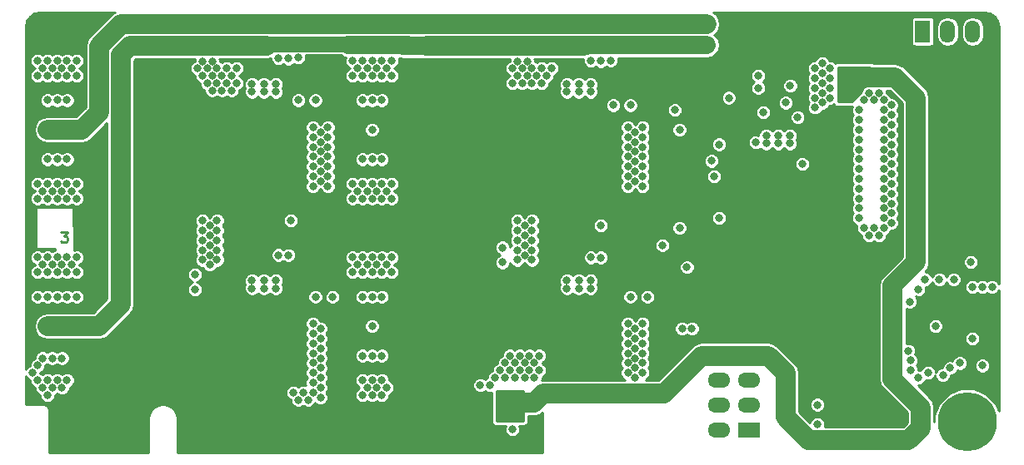
<source format=gbr>
G04 #@! TF.FileFunction,Copper,L3,Inr,Signal*
%FSLAX46Y46*%
G04 Gerber Fmt 4.6, Leading zero omitted, Abs format (unit mm)*
G04 Created by KiCad (PCBNEW (2016-06-29 BZR 6959, Git 30386bd)-product) date Sun Jul  3 09:34:00 2016*
%MOMM*%
%LPD*%
G01*
G04 APERTURE LIST*
%ADD10C,0.100000*%
%ADD11C,0.250000*%
%ADD12R,2.286000X1.524000*%
%ADD13O,2.286000X1.524000*%
%ADD14C,0.800000*%
%ADD15R,1.524000X2.286000*%
%ADD16O,1.524000X2.286000*%
%ADD17C,6.000000*%
%ADD18C,1.000000*%
%ADD19C,1.900000*%
%ADD20C,1.600000*%
%ADD21C,2.000000*%
G04 APERTURE END LIST*
D10*
D11*
X4166666Y-22952380D02*
X4785714Y-22952380D01*
X4452380Y-23333333D01*
X4595238Y-23333333D01*
X4690476Y-23380952D01*
X4738095Y-23428571D01*
X4785714Y-23523809D01*
X4785714Y-23761904D01*
X4738095Y-23857142D01*
X4690476Y-23904761D01*
X4595238Y-23952380D01*
X4309523Y-23952380D01*
X4214285Y-23904761D01*
X4166666Y-23857142D01*
D12*
X74024000Y-43040000D03*
D13*
X74024000Y-40500000D03*
X74024000Y-37960000D03*
X70976000Y-43040000D03*
X70976000Y-40500000D03*
X70976000Y-37960000D03*
D14*
X78200000Y-13100000D03*
X78200000Y-13900000D03*
X77000000Y-13100000D03*
X77000000Y-13900000D03*
X75800000Y-13100000D03*
X75800000Y-13900000D03*
X57950000Y-27850000D03*
X57950000Y-28650000D03*
X56750000Y-27850000D03*
X56750000Y-28650000D03*
X55550000Y-27850000D03*
X55550000Y-28650000D03*
X57950000Y-7850000D03*
X57950000Y-8650000D03*
X56750000Y-7850000D03*
X56750000Y-8650000D03*
X55550000Y-7850000D03*
X55550000Y-8650000D03*
X25950000Y-27850000D03*
X25950000Y-28650000D03*
X24750000Y-27850000D03*
X24750000Y-28650000D03*
X23550000Y-27850000D03*
X23550000Y-28650000D03*
X25950000Y-7850000D03*
X25950000Y-8650000D03*
X24750000Y-7850000D03*
X24750000Y-8650000D03*
X23550000Y-7850000D03*
X23550000Y-8650000D03*
D15*
X91710000Y-2500000D03*
D16*
X94250000Y-2500000D03*
X96790000Y-2500000D03*
D17*
X96250000Y-42250000D03*
D18*
X98500000Y-42250000D03*
X97375000Y-44199000D03*
X95125000Y-44199000D03*
X94000000Y-42250000D03*
X95125000Y-40301000D03*
X97375000Y-40301000D03*
D14*
X67750000Y-3900010D03*
X68750000Y-3900010D03*
X69750000Y-3900010D03*
X17750000Y-27250000D03*
X17750000Y-28750000D03*
X30000000Y-29500000D03*
X4750000Y-32500000D03*
X2750000Y-32500000D03*
X3750000Y-32500000D03*
X47750000Y-38500000D03*
X52750000Y-35500000D03*
X51750000Y-35500000D03*
X50750000Y-35500000D03*
X49750000Y-35500000D03*
X52250000Y-36250000D03*
X51250000Y-36250000D03*
X50250000Y-36250000D03*
X49250000Y-36250000D03*
X52750000Y-37000000D03*
X51750000Y-37000000D03*
X50750000Y-37000000D03*
X49750000Y-37000000D03*
X48750000Y-37000000D03*
X52250000Y-37750000D03*
X51250000Y-37750000D03*
X50250000Y-37750000D03*
X49250000Y-37750000D03*
X48250000Y-37750000D03*
X46750000Y-38500000D03*
X59000000Y-22250000D03*
X27500000Y-21750000D03*
X70250000Y-15675000D03*
X90400000Y-30000000D03*
X49998420Y-43001580D03*
X50000000Y-7750000D03*
X51000000Y-7750000D03*
X52000000Y-7750000D03*
X53000000Y-7750000D03*
X53500000Y-7000000D03*
X52500000Y-7000000D03*
X51500000Y-7000000D03*
X50500000Y-7000000D03*
X50500000Y-5550010D03*
X50000000Y-6250000D03*
X51000000Y-6250000D03*
X51500000Y-5550010D03*
X52000000Y-6250000D03*
X53000000Y-6250000D03*
X54000000Y-6250000D03*
X50500000Y-21750000D03*
X50500000Y-22750000D03*
X50500000Y-23750000D03*
X50500000Y-24750000D03*
X50500000Y-25750000D03*
X51250000Y-22250000D03*
X51250000Y-23250000D03*
X51250000Y-24250000D03*
X51250000Y-25250000D03*
X52000000Y-21750000D03*
X52000000Y-22750000D03*
X52000000Y-23750000D03*
X52000000Y-24750000D03*
X52000000Y-25750000D03*
X18500000Y-25750000D03*
X18500000Y-24750000D03*
X18500000Y-23750000D03*
X18500000Y-22750000D03*
X18500000Y-21750000D03*
X19250000Y-22250000D03*
X19250000Y-23250000D03*
X19250000Y-24250000D03*
X19250000Y-25250000D03*
X19250000Y-26250000D03*
X20000000Y-21750000D03*
X20000000Y-22750000D03*
X20000000Y-23750000D03*
X20000000Y-24750000D03*
X20000000Y-25750000D03*
X19500000Y-8500000D03*
X20500000Y-8500000D03*
X21500000Y-8500000D03*
X19000000Y-7750000D03*
X20000000Y-7750000D03*
X21000000Y-7750000D03*
X22000000Y-7750000D03*
X21500000Y-7000000D03*
X20500000Y-7000000D03*
X19500000Y-7000000D03*
X18500000Y-7000000D03*
X19500000Y-5550010D03*
X18500000Y-5550010D03*
X18000000Y-6250000D03*
X19000000Y-6250000D03*
X20000000Y-6250000D03*
X21000000Y-6250000D03*
X22000000Y-6250000D03*
X28256290Y-5150010D03*
X60010686Y-5450010D03*
X96749998Y-33750000D03*
X68250000Y-32750000D03*
X93000000Y-32500000D03*
X67000000Y-22500000D03*
X67750000Y-26500000D03*
X82250000Y-6250000D03*
X82250000Y-7250000D03*
X82250000Y-8250000D03*
X82250000Y-9250000D03*
X81500000Y-9750000D03*
X81500000Y-8750000D03*
X81500000Y-7750000D03*
X81500000Y-6750000D03*
X81500000Y-5750000D03*
X80750000Y-6250000D03*
X80750000Y-7250000D03*
X80750000Y-8250000D03*
X80750000Y-9250000D03*
X80750000Y-10250000D03*
X85250000Y-10500000D03*
X85250000Y-11500000D03*
X85250000Y-12500000D03*
X85250000Y-13500000D03*
X85250000Y-14500000D03*
X85250000Y-15500000D03*
X85250000Y-16500000D03*
X85250000Y-17500000D03*
X85250000Y-18500000D03*
X85250000Y-19500000D03*
X85250000Y-20500000D03*
X85250000Y-21500000D03*
X88500000Y-22000000D03*
X88500000Y-21000000D03*
X88500000Y-20000000D03*
X88500000Y-19000000D03*
X88500000Y-18000000D03*
X88500000Y-17000000D03*
X88500000Y-16000000D03*
X88500000Y-15000000D03*
X88500000Y-14000000D03*
X88500000Y-13000000D03*
X88500000Y-12000000D03*
X88500000Y-11000000D03*
X88500000Y-10000000D03*
X87250000Y-8750000D03*
X86250000Y-8750000D03*
X85750000Y-9500000D03*
X86750000Y-9500000D03*
X87750000Y-9500000D03*
X87750000Y-10500000D03*
X87750000Y-11500000D03*
X87750000Y-12500000D03*
X87750000Y-13500000D03*
X87750000Y-14500000D03*
X87750000Y-15500000D03*
X87750000Y-16500000D03*
X87750000Y-17500000D03*
X87750000Y-18500000D03*
X87750000Y-19500000D03*
X87750000Y-20500000D03*
X87750000Y-21500000D03*
X87250000Y-23250000D03*
X86250000Y-23250000D03*
X85750000Y-22500000D03*
X86750000Y-22500000D03*
X87750000Y-22500000D03*
X31250000Y-12250000D03*
X31250000Y-13250000D03*
X31250000Y-14250000D03*
X31250000Y-15250000D03*
X31250000Y-16250000D03*
X31250000Y-17250000D03*
X31250000Y-18250000D03*
X30500000Y-12750000D03*
X30500000Y-13750000D03*
X30500000Y-14750000D03*
X30500000Y-15750000D03*
X30500000Y-16750000D03*
X30500000Y-17750000D03*
X29750000Y-12250000D03*
X29750000Y-13250000D03*
X29750000Y-14250000D03*
X29750000Y-15250000D03*
X29750000Y-16250000D03*
X29750000Y-17250000D03*
X29750000Y-18250000D03*
X63250000Y-12250000D03*
X63250000Y-13250000D03*
X63250000Y-14250000D03*
X63250000Y-15250000D03*
X63250000Y-16250000D03*
X63250000Y-17250000D03*
X63250000Y-18250000D03*
X62500000Y-12750000D03*
X62500000Y-13750000D03*
X62500000Y-14750000D03*
X62500000Y-15750000D03*
X62500000Y-16750000D03*
X62500000Y-17750000D03*
X61750000Y-12250000D03*
X61750000Y-13250000D03*
X61750000Y-14250000D03*
X61750000Y-15250000D03*
X61750000Y-16250000D03*
X61750000Y-17250000D03*
X61750000Y-18250000D03*
X63250000Y-32250000D03*
X63250000Y-33250000D03*
X63250000Y-34250000D03*
X63250000Y-35250000D03*
X63250000Y-36250000D03*
X63250000Y-37250000D03*
X62500000Y-32750000D03*
X62500000Y-33750000D03*
X62500000Y-34750000D03*
X62500000Y-35750000D03*
X62500000Y-36750000D03*
X62500000Y-37750000D03*
X61750000Y-32250000D03*
X61750000Y-33250000D03*
X61750000Y-34250000D03*
X61750000Y-35250000D03*
X61750000Y-36250000D03*
X61750000Y-37250000D03*
X37750000Y-5500000D03*
X36750000Y-5500000D03*
X35750000Y-5500000D03*
X34750000Y-5500000D03*
X33750000Y-5500000D03*
X37250000Y-6250000D03*
X36250000Y-6250000D03*
X35250000Y-6250000D03*
X34250000Y-6250000D03*
X37750000Y-7000000D03*
X36750000Y-7000000D03*
X33750000Y-7000000D03*
X34750000Y-7000000D03*
X35750000Y-7000000D03*
X36750000Y-9500000D03*
X34750000Y-9500000D03*
X35750000Y-9500000D03*
X36750000Y-15500000D03*
X34750000Y-15500000D03*
X35750000Y-15500000D03*
X33750000Y-19500000D03*
X34750000Y-19500000D03*
X35750000Y-19500000D03*
X36750000Y-19500000D03*
X37750000Y-19500000D03*
X34250000Y-18750000D03*
X35250000Y-18750000D03*
X36250000Y-18750000D03*
X37250000Y-18750000D03*
X37750000Y-18000000D03*
X36750000Y-18000000D03*
X33750000Y-18000000D03*
X34750000Y-18000000D03*
X35750000Y-18000000D03*
X37750000Y-25500000D03*
X36750000Y-25500000D03*
X35750000Y-25500000D03*
X34750000Y-25500000D03*
X33750000Y-25500000D03*
X37250000Y-26250000D03*
X36250000Y-26250000D03*
X35250000Y-26250000D03*
X34250000Y-26250000D03*
X37750000Y-27000000D03*
X36750000Y-27000000D03*
X33750000Y-27000000D03*
X34750000Y-27000000D03*
X35750000Y-27000000D03*
X36750000Y-29500000D03*
X34750000Y-29500000D03*
X35750000Y-29500000D03*
X5749992Y-5500000D03*
X4750000Y-5500000D03*
X3750000Y-5500000D03*
X2750000Y-5500000D03*
X1750000Y-5500000D03*
X5250000Y-6250000D03*
X4250000Y-6250000D03*
X3250000Y-6250000D03*
X2250000Y-6250000D03*
X5750000Y-7000000D03*
X4750000Y-7000000D03*
X1750000Y-7000000D03*
X2750000Y-7000000D03*
X3750000Y-7000000D03*
X4750000Y-9500000D03*
X2750000Y-9500000D03*
X3750000Y-9500000D03*
X4750000Y-15500000D03*
X2750000Y-15500000D03*
X3750000Y-15500000D03*
X5750000Y-19500000D03*
X4750000Y-19500000D03*
X3750000Y-19500000D03*
X2750000Y-19500000D03*
X1750000Y-19500000D03*
X2250000Y-18750000D03*
X3250000Y-18750000D03*
X4250000Y-18750000D03*
X5250000Y-18750000D03*
X5750000Y-18000000D03*
X4750000Y-18000000D03*
X1750000Y-18000000D03*
X2750000Y-18000000D03*
X3750000Y-18000000D03*
X5750000Y-29500000D03*
X4750000Y-29500000D03*
X1750000Y-29500000D03*
X2750000Y-29500000D03*
X3750000Y-29500000D03*
X5750000Y-25500000D03*
X4750000Y-25500000D03*
X3750000Y-25500000D03*
X2750000Y-25500000D03*
X1750000Y-25500000D03*
X2250000Y-26250000D03*
X3250000Y-26250000D03*
X4250000Y-26250000D03*
X5250000Y-26250000D03*
X5750000Y-27000000D03*
X1750000Y-27000000D03*
X4750000Y-27000000D03*
X2750000Y-27000000D03*
X3750000Y-27000000D03*
X36750000Y-35500000D03*
X34750000Y-35500000D03*
X35750000Y-35500000D03*
X36750000Y-39500000D03*
X35750000Y-39500000D03*
X34750000Y-39500000D03*
X37250000Y-38750000D03*
X36250000Y-38750000D03*
X35250000Y-38750000D03*
X36750000Y-38000000D03*
X34750000Y-38000000D03*
X35750000Y-38000000D03*
X28250000Y-40000000D03*
X29250000Y-40000000D03*
X30500000Y-39750000D03*
X27750000Y-39250000D03*
X28750000Y-39250000D03*
X29750000Y-39250000D03*
X30500000Y-38750000D03*
X30500000Y-37750000D03*
X30500000Y-36750000D03*
X30500000Y-35750000D03*
X30500000Y-34750000D03*
X30500000Y-33750000D03*
X30500000Y-32750000D03*
X29750000Y-32250000D03*
X29750000Y-33250000D03*
X29750000Y-34250000D03*
X29750000Y-35250000D03*
X29750000Y-36250000D03*
X29750000Y-37250000D03*
X29750000Y-38250000D03*
X4250000Y-35750000D03*
X3250000Y-35750000D03*
X2250000Y-35750000D03*
X1750000Y-36500000D03*
X1250000Y-37250000D03*
X1750000Y-38000000D03*
X2750000Y-39500000D03*
X2250000Y-38750000D03*
X3250000Y-38750000D03*
X4250000Y-38750000D03*
X4750000Y-38000000D03*
X2750000Y-38000000D03*
X3750000Y-38000000D03*
X31750000Y-29500000D03*
X43000000Y-9000000D03*
X42000000Y-9000000D03*
X41000000Y-9000000D03*
X40000000Y-9000000D03*
X57750000Y-22500000D03*
X57750000Y-21500000D03*
X57750000Y-20500000D03*
X57000000Y-24000000D03*
X57000000Y-23000000D03*
X57000000Y-22000000D03*
X57000000Y-21000000D03*
X55500000Y-21000000D03*
X56250000Y-20500000D03*
X56250000Y-21500000D03*
X56250000Y-22500000D03*
X56250000Y-23500000D03*
X56250000Y-24500000D03*
X56250000Y-25500000D03*
X26000000Y-20250000D03*
X23750000Y-20750000D03*
X24500000Y-20250000D03*
X25250000Y-20750000D03*
X26000000Y-21250000D03*
X25250000Y-23750000D03*
X25250000Y-22750000D03*
X25250000Y-21750000D03*
X24500000Y-21250000D03*
X24500000Y-22250000D03*
X24500000Y-23250000D03*
X24500000Y-24250000D03*
X24500000Y-25250000D03*
X39500000Y-8250000D03*
X40500000Y-8250000D03*
X41500000Y-8250000D03*
X42500000Y-8250000D03*
X43500000Y-8250000D03*
X40000000Y-7500000D03*
X41000000Y-7500000D03*
X42000000Y-7500000D03*
X43000000Y-7500000D03*
X43500000Y-6750000D03*
X42500000Y-6750000D03*
X41500000Y-6750000D03*
X40500000Y-6750000D03*
X39500000Y-6750000D03*
X89750000Y-42250000D03*
X46250000Y-40000000D03*
X45250000Y-40000000D03*
X46750000Y-40750000D03*
X45750000Y-40750000D03*
X44750000Y-40750000D03*
X46250000Y-41500000D03*
X45250000Y-41500000D03*
X44250000Y-41500000D03*
X46750000Y-42250000D03*
X45750000Y-42250000D03*
X44750000Y-42250000D03*
X46250000Y-43000000D03*
X45250000Y-43000000D03*
X44250000Y-43000000D03*
X35250000Y-41500000D03*
X34250000Y-41500000D03*
X35750000Y-42250000D03*
X34750000Y-42250000D03*
X35250000Y-43000000D03*
X34250000Y-43000000D03*
X12750000Y-39250000D03*
X11750000Y-39250000D03*
X10750000Y-39250000D03*
X12250000Y-40000000D03*
X11250000Y-40000000D03*
X10250000Y-40000000D03*
X12750000Y-40750000D03*
X11750000Y-40750000D03*
X10750000Y-40750000D03*
X12250000Y-41500000D03*
X11250000Y-41500000D03*
X10250000Y-41500000D03*
X12750000Y-42250000D03*
X11750000Y-42250000D03*
X10750000Y-42250000D03*
X12250000Y-43000000D03*
X11250000Y-43000000D03*
X10250000Y-43000000D03*
X25250000Y-40000000D03*
X24250000Y-40000000D03*
X23250000Y-40000000D03*
X25750000Y-40750000D03*
X24750000Y-40750000D03*
X23750000Y-40750000D03*
X25250000Y-41500000D03*
X24250000Y-41500000D03*
X23250000Y-41500000D03*
X25750000Y-42250000D03*
X24750000Y-42250000D03*
X23750000Y-42250000D03*
X25250000Y-43000000D03*
X24250000Y-43000000D03*
X23250000Y-43000000D03*
X67750000Y-1750000D03*
X68750000Y-1750000D03*
X69750000Y-1750000D03*
X28250000Y-9500000D03*
X4750000Y-12500000D03*
X2750000Y-12500000D03*
X3750000Y-12500000D03*
X30000000Y-9500000D03*
X35750000Y-12500000D03*
X60250000Y-10000000D03*
X62000000Y-10000000D03*
X63750000Y-29500000D03*
X66500000Y-10500000D03*
X94500000Y-36750000D03*
X81000000Y-40500000D03*
X95500000Y-36250000D03*
X81000000Y-42500000D03*
X35750000Y-32500000D03*
X49000000Y-24500000D03*
X49000000Y-26000000D03*
X62000000Y-29500000D03*
X48797715Y-39547715D03*
X50250000Y-41750000D03*
X49250000Y-41750000D03*
X48724440Y-41000000D03*
X49750000Y-41000000D03*
X50750000Y-41000000D03*
X50250000Y-40250000D03*
X49250000Y-40250000D03*
X50750000Y-39500000D03*
X49750000Y-39500000D03*
X85750000Y-6750000D03*
X85750000Y-7750000D03*
X85000000Y-8250000D03*
X85000000Y-7250000D03*
X84250000Y-6750000D03*
X84250000Y-7750000D03*
X84250000Y-8750000D03*
X83500000Y-7250000D03*
X83500000Y-8250000D03*
X83500000Y-9250000D03*
X26250000Y-5250000D03*
X96750000Y-28500000D03*
X26250000Y-25250004D03*
X96606632Y-25981652D03*
X57999994Y-5500000D03*
X94849989Y-27750000D03*
X58000000Y-25500000D03*
X93399988Y-27750000D03*
X71000000Y-14000000D03*
X77775000Y-9750000D03*
X79500000Y-16000000D03*
X72000000Y-9250000D03*
X90250000Y-35000000D03*
X91250000Y-28750000D03*
X97750000Y-36500000D03*
X67250000Y-32750000D03*
X71000000Y-21500000D03*
X67000000Y-12500000D03*
X79000000Y-11250000D03*
X70500000Y-17250000D03*
X75000000Y-7000000D03*
X91949987Y-27750000D03*
X90500000Y-36000000D03*
X65250000Y-24250000D03*
X59012653Y-25512653D03*
X74750998Y-13790019D03*
X75500000Y-10750000D03*
X93750000Y-37499992D03*
X92250000Y-37249994D03*
X27262653Y-5262653D03*
X91250000Y-37750000D03*
X27262655Y-25262655D03*
X97750000Y-28500000D03*
X98750000Y-28500000D03*
X59012648Y-5512651D03*
X90500000Y-37000000D03*
X75000000Y-8250000D03*
X78250000Y-8000000D03*
D19*
X57599990Y-3900010D02*
X67750000Y-3900010D01*
X67750000Y-3900010D02*
X68750000Y-3900010D01*
X68750000Y-3900010D02*
X69750000Y-3900010D01*
D20*
X28250010Y-3750010D02*
X33050000Y-3750010D01*
X33050000Y-3750010D02*
X33250000Y-3950010D01*
X28250010Y-3750010D02*
X29099990Y-3750010D01*
D19*
X41299990Y-3950010D02*
X38950010Y-3950010D01*
X38950010Y-3950010D02*
X38900010Y-3900010D01*
X57250000Y-3950010D02*
X57549990Y-3950010D01*
X57549990Y-3950010D02*
X57599990Y-3900010D01*
D21*
X41299990Y-3950010D02*
X57250000Y-3950010D01*
D19*
X38900010Y-3900010D02*
X39400010Y-3900010D01*
X33349990Y-3900010D02*
X38900010Y-3900010D01*
D20*
X28250010Y-3750010D02*
X28500010Y-3750010D01*
X25499990Y-3750010D02*
X28250010Y-3750010D01*
X25000000Y-3950010D02*
X25299990Y-3950010D01*
X25299990Y-3950010D02*
X25499990Y-3750010D01*
D21*
X11161272Y-3950010D02*
X25000000Y-3950010D01*
X10200010Y-4911272D02*
X11161272Y-3950010D01*
X10200010Y-11661273D02*
X10200010Y-4911272D01*
X8000000Y-32500000D02*
X10200010Y-30299990D01*
X10200010Y-30299990D02*
X10200010Y-11661273D01*
X2750000Y-32500000D02*
X8000000Y-32500000D01*
X10250000Y-1750000D02*
X69750000Y-1750000D01*
X8000000Y-4000000D02*
X10250000Y-1750000D01*
X8000000Y-10750000D02*
X8000000Y-4000000D01*
X6250000Y-12500000D02*
X8000000Y-10750000D01*
X2750000Y-12500000D02*
X6250000Y-12500000D01*
X85000000Y-7250000D02*
X85100001Y-7149999D01*
X91000000Y-9250000D02*
X91000000Y-26000000D01*
X85100001Y-7149999D02*
X88899999Y-7149999D01*
X90268001Y-44100001D02*
X80100001Y-44100001D01*
X88899999Y-7149999D02*
X91000000Y-9250000D01*
X65399999Y-39350001D02*
X53149999Y-39350001D01*
X69250000Y-35500000D02*
X65399999Y-39350001D01*
X76000000Y-35500000D02*
X69250000Y-35500000D01*
X88649999Y-28350001D02*
X88649999Y-37899999D01*
X91000000Y-26000000D02*
X88649999Y-28350001D01*
X88649999Y-37899999D02*
X91500000Y-40750000D01*
X77750000Y-37250000D02*
X76000000Y-35500000D01*
X77750000Y-41750000D02*
X77750000Y-37250000D01*
X80100001Y-44100001D02*
X77750000Y-41750000D01*
X91500000Y-40750000D02*
X91500000Y-42868002D01*
X91500000Y-42868002D02*
X90268001Y-44100001D01*
X53149999Y-39350001D02*
X52250000Y-40250000D01*
X52250000Y-40250000D02*
X50250000Y-40250000D01*
D11*
G36*
X9575791Y-578569D02*
X9277728Y-777728D01*
X9277726Y-777731D01*
X7027728Y-3027728D01*
X6729666Y-3473810D01*
X6625000Y-4000000D01*
X6625000Y-10180456D01*
X5680456Y-11125000D01*
X2750000Y-11125000D01*
X2223810Y-11229666D01*
X1777728Y-11527728D01*
X1479666Y-11973810D01*
X1375000Y-12500000D01*
X1479666Y-13026190D01*
X1777728Y-13472272D01*
X2223810Y-13770334D01*
X2750000Y-13875000D01*
X6250000Y-13875000D01*
X6776190Y-13770334D01*
X7222272Y-13472272D01*
X8825010Y-11869534D01*
X8825010Y-29730446D01*
X7430456Y-31125000D01*
X2750000Y-31125000D01*
X2223810Y-31229666D01*
X1777728Y-31527728D01*
X1479666Y-31973810D01*
X1375000Y-32500000D01*
X1479666Y-33026190D01*
X1777728Y-33472272D01*
X2223810Y-33770334D01*
X2750000Y-33875000D01*
X8000000Y-33875000D01*
X8526190Y-33770334D01*
X8972272Y-33472272D01*
X11172282Y-31272262D01*
X11270679Y-31125000D01*
X11470344Y-30826180D01*
X11575010Y-30299990D01*
X11575010Y-29653481D01*
X29224866Y-29653481D01*
X29342604Y-29938429D01*
X29560425Y-30156630D01*
X29845167Y-30274865D01*
X30153481Y-30275134D01*
X30438429Y-30157396D01*
X30656630Y-29939575D01*
X30774865Y-29654833D01*
X30774866Y-29653481D01*
X30974866Y-29653481D01*
X31092604Y-29938429D01*
X31310425Y-30156630D01*
X31595167Y-30274865D01*
X31903481Y-30275134D01*
X32188429Y-30157396D01*
X32406630Y-29939575D01*
X32524865Y-29654833D01*
X32524866Y-29653481D01*
X33974866Y-29653481D01*
X34092604Y-29938429D01*
X34310425Y-30156630D01*
X34595167Y-30274865D01*
X34903481Y-30275134D01*
X35188429Y-30157396D01*
X35249916Y-30096016D01*
X35310425Y-30156630D01*
X35595167Y-30274865D01*
X35903481Y-30275134D01*
X36188429Y-30157396D01*
X36249916Y-30096016D01*
X36310425Y-30156630D01*
X36595167Y-30274865D01*
X36903481Y-30275134D01*
X37188429Y-30157396D01*
X37406630Y-29939575D01*
X37524865Y-29654833D01*
X37524866Y-29653481D01*
X61224866Y-29653481D01*
X61342604Y-29938429D01*
X61560425Y-30156630D01*
X61845167Y-30274865D01*
X62153481Y-30275134D01*
X62438429Y-30157396D01*
X62656630Y-29939575D01*
X62774865Y-29654833D01*
X62774866Y-29653481D01*
X62974866Y-29653481D01*
X63092604Y-29938429D01*
X63310425Y-30156630D01*
X63595167Y-30274865D01*
X63903481Y-30275134D01*
X64188429Y-30157396D01*
X64406630Y-29939575D01*
X64524865Y-29654833D01*
X64525134Y-29346519D01*
X64407396Y-29061571D01*
X64189575Y-28843370D01*
X63904833Y-28725135D01*
X63596519Y-28724866D01*
X63311571Y-28842604D01*
X63093370Y-29060425D01*
X62975135Y-29345167D01*
X62974866Y-29653481D01*
X62774866Y-29653481D01*
X62775134Y-29346519D01*
X62657396Y-29061571D01*
X62439575Y-28843370D01*
X62154833Y-28725135D01*
X61846519Y-28724866D01*
X61561571Y-28842604D01*
X61343370Y-29060425D01*
X61225135Y-29345167D01*
X61224866Y-29653481D01*
X37524866Y-29653481D01*
X37525134Y-29346519D01*
X37407396Y-29061571D01*
X37189575Y-28843370D01*
X36904833Y-28725135D01*
X36596519Y-28724866D01*
X36311571Y-28842604D01*
X36250084Y-28903984D01*
X36189575Y-28843370D01*
X35904833Y-28725135D01*
X35596519Y-28724866D01*
X35311571Y-28842604D01*
X35250084Y-28903984D01*
X35189575Y-28843370D01*
X34904833Y-28725135D01*
X34596519Y-28724866D01*
X34311571Y-28842604D01*
X34093370Y-29060425D01*
X33975135Y-29345167D01*
X33974866Y-29653481D01*
X32524866Y-29653481D01*
X32525134Y-29346519D01*
X32407396Y-29061571D01*
X32189575Y-28843370D01*
X31904833Y-28725135D01*
X31596519Y-28724866D01*
X31311571Y-28842604D01*
X31093370Y-29060425D01*
X30975135Y-29345167D01*
X30974866Y-29653481D01*
X30774866Y-29653481D01*
X30775134Y-29346519D01*
X30657396Y-29061571D01*
X30439575Y-28843370D01*
X30154833Y-28725135D01*
X29846519Y-28724866D01*
X29561571Y-28842604D01*
X29343370Y-29060425D01*
X29225135Y-29345167D01*
X29224866Y-29653481D01*
X11575010Y-29653481D01*
X11575010Y-27403481D01*
X16974866Y-27403481D01*
X17092604Y-27688429D01*
X17310425Y-27906630D01*
X17535487Y-28000084D01*
X17311571Y-28092604D01*
X17093370Y-28310425D01*
X16975135Y-28595167D01*
X16974866Y-28903481D01*
X17092604Y-29188429D01*
X17310425Y-29406630D01*
X17595167Y-29524865D01*
X17903481Y-29525134D01*
X18188429Y-29407396D01*
X18406630Y-29189575D01*
X18524865Y-28904833D01*
X18525134Y-28596519D01*
X18407396Y-28311571D01*
X18189575Y-28093370D01*
X17973099Y-28003481D01*
X22774866Y-28003481D01*
X22876831Y-28250255D01*
X22775135Y-28495167D01*
X22774866Y-28803481D01*
X22892604Y-29088429D01*
X23110425Y-29306630D01*
X23395167Y-29424865D01*
X23703481Y-29425134D01*
X23988429Y-29307396D01*
X24150091Y-29146016D01*
X24310425Y-29306630D01*
X24595167Y-29424865D01*
X24903481Y-29425134D01*
X25188429Y-29307396D01*
X25350091Y-29146016D01*
X25510425Y-29306630D01*
X25795167Y-29424865D01*
X26103481Y-29425134D01*
X26388429Y-29307396D01*
X26606630Y-29089575D01*
X26724865Y-28804833D01*
X26725134Y-28496519D01*
X26623169Y-28249745D01*
X26724865Y-28004833D01*
X26724866Y-28003481D01*
X54774866Y-28003481D01*
X54876831Y-28250255D01*
X54775135Y-28495167D01*
X54774866Y-28803481D01*
X54892604Y-29088429D01*
X55110425Y-29306630D01*
X55395167Y-29424865D01*
X55703481Y-29425134D01*
X55988429Y-29307396D01*
X56150091Y-29146016D01*
X56310425Y-29306630D01*
X56595167Y-29424865D01*
X56903481Y-29425134D01*
X57188429Y-29307396D01*
X57350091Y-29146016D01*
X57510425Y-29306630D01*
X57795167Y-29424865D01*
X58103481Y-29425134D01*
X58388429Y-29307396D01*
X58606630Y-29089575D01*
X58724865Y-28804833D01*
X58725134Y-28496519D01*
X58623169Y-28249745D01*
X58724865Y-28004833D01*
X58725134Y-27696519D01*
X58607396Y-27411571D01*
X58389575Y-27193370D01*
X58104833Y-27075135D01*
X57796519Y-27074866D01*
X57511571Y-27192604D01*
X57349909Y-27353984D01*
X57189575Y-27193370D01*
X56904833Y-27075135D01*
X56596519Y-27074866D01*
X56311571Y-27192604D01*
X56149909Y-27353984D01*
X55989575Y-27193370D01*
X55704833Y-27075135D01*
X55396519Y-27074866D01*
X55111571Y-27192604D01*
X54893370Y-27410425D01*
X54775135Y-27695167D01*
X54774866Y-28003481D01*
X26724866Y-28003481D01*
X26725134Y-27696519D01*
X26607396Y-27411571D01*
X26389575Y-27193370D01*
X26104833Y-27075135D01*
X25796519Y-27074866D01*
X25511571Y-27192604D01*
X25349909Y-27353984D01*
X25189575Y-27193370D01*
X24904833Y-27075135D01*
X24596519Y-27074866D01*
X24311571Y-27192604D01*
X24149909Y-27353984D01*
X23989575Y-27193370D01*
X23704833Y-27075135D01*
X23396519Y-27074866D01*
X23111571Y-27192604D01*
X22893370Y-27410425D01*
X22775135Y-27695167D01*
X22774866Y-28003481D01*
X17973099Y-28003481D01*
X17964513Y-27999916D01*
X18188429Y-27907396D01*
X18406630Y-27689575D01*
X18524865Y-27404833D01*
X18525134Y-27096519D01*
X18407396Y-26811571D01*
X18189575Y-26593370D01*
X17904833Y-26475135D01*
X17596519Y-26474866D01*
X17311571Y-26592604D01*
X17093370Y-26810425D01*
X16975135Y-27095167D01*
X16974866Y-27403481D01*
X11575010Y-27403481D01*
X11575010Y-21903481D01*
X17724866Y-21903481D01*
X17842604Y-22188429D01*
X17903984Y-22249916D01*
X17843370Y-22310425D01*
X17725135Y-22595167D01*
X17724866Y-22903481D01*
X17842604Y-23188429D01*
X17903984Y-23249916D01*
X17843370Y-23310425D01*
X17725135Y-23595167D01*
X17724866Y-23903481D01*
X17842604Y-24188429D01*
X17903984Y-24249916D01*
X17843370Y-24310425D01*
X17725135Y-24595167D01*
X17724866Y-24903481D01*
X17842604Y-25188429D01*
X17903984Y-25249916D01*
X17843370Y-25310425D01*
X17725135Y-25595167D01*
X17724866Y-25903481D01*
X17842604Y-26188429D01*
X18060425Y-26406630D01*
X18345167Y-26524865D01*
X18525086Y-26525022D01*
X18592604Y-26688429D01*
X18810425Y-26906630D01*
X19095167Y-27024865D01*
X19403481Y-27025134D01*
X19688429Y-26907396D01*
X19906630Y-26689575D01*
X19974976Y-26524978D01*
X20153481Y-26525134D01*
X20438429Y-26407396D01*
X20656630Y-26189575D01*
X20774865Y-25904833D01*
X20775134Y-25596519D01*
X20695375Y-25403485D01*
X25474866Y-25403485D01*
X25592604Y-25688433D01*
X25810425Y-25906634D01*
X26095167Y-26024869D01*
X26403481Y-26025138D01*
X26688429Y-25907400D01*
X26749929Y-25846007D01*
X26823080Y-25919285D01*
X27107822Y-26037520D01*
X27416136Y-26037789D01*
X27701084Y-25920051D01*
X27919285Y-25702230D01*
X27939527Y-25653481D01*
X32974866Y-25653481D01*
X33092604Y-25938429D01*
X33310425Y-26156630D01*
X33475022Y-26224976D01*
X33474978Y-26275086D01*
X33311571Y-26342604D01*
X33093370Y-26560425D01*
X32975135Y-26845167D01*
X32974866Y-27153481D01*
X33092604Y-27438429D01*
X33310425Y-27656630D01*
X33595167Y-27774865D01*
X33903481Y-27775134D01*
X34188429Y-27657396D01*
X34249916Y-27596016D01*
X34310425Y-27656630D01*
X34595167Y-27774865D01*
X34903481Y-27775134D01*
X35188429Y-27657396D01*
X35249916Y-27596016D01*
X35310425Y-27656630D01*
X35595167Y-27774865D01*
X35903481Y-27775134D01*
X36188429Y-27657396D01*
X36249916Y-27596016D01*
X36310425Y-27656630D01*
X36595167Y-27774865D01*
X36903481Y-27775134D01*
X37188429Y-27657396D01*
X37249916Y-27596016D01*
X37310425Y-27656630D01*
X37595167Y-27774865D01*
X37903481Y-27775134D01*
X38188429Y-27657396D01*
X38406630Y-27439575D01*
X38524865Y-27154833D01*
X38525134Y-26846519D01*
X38407396Y-26561571D01*
X38189575Y-26343370D01*
X38024978Y-26275024D01*
X38025022Y-26224914D01*
X38188429Y-26157396D01*
X38406630Y-25939575D01*
X38524865Y-25654833D01*
X38525134Y-25346519D01*
X38407396Y-25061571D01*
X38189575Y-24843370D01*
X37904833Y-24725135D01*
X37596519Y-24724866D01*
X37311571Y-24842604D01*
X37250084Y-24903984D01*
X37189575Y-24843370D01*
X36904833Y-24725135D01*
X36596519Y-24724866D01*
X36311571Y-24842604D01*
X36250084Y-24903984D01*
X36189575Y-24843370D01*
X35904833Y-24725135D01*
X35596519Y-24724866D01*
X35311571Y-24842604D01*
X35250084Y-24903984D01*
X35189575Y-24843370D01*
X34904833Y-24725135D01*
X34596519Y-24724866D01*
X34311571Y-24842604D01*
X34250084Y-24903984D01*
X34189575Y-24843370D01*
X33904833Y-24725135D01*
X33596519Y-24724866D01*
X33311571Y-24842604D01*
X33093370Y-25060425D01*
X32975135Y-25345167D01*
X32974866Y-25653481D01*
X27939527Y-25653481D01*
X28037520Y-25417488D01*
X28037789Y-25109174D01*
X27920051Y-24824226D01*
X27749604Y-24653481D01*
X48224866Y-24653481D01*
X48342604Y-24938429D01*
X48560425Y-25156630D01*
X48785487Y-25250084D01*
X48561571Y-25342604D01*
X48343370Y-25560425D01*
X48225135Y-25845167D01*
X48224866Y-26153481D01*
X48342604Y-26438429D01*
X48560425Y-26656630D01*
X48845167Y-26774865D01*
X49153481Y-26775134D01*
X49438429Y-26657396D01*
X49442350Y-26653481D01*
X66974866Y-26653481D01*
X67092604Y-26938429D01*
X67310425Y-27156630D01*
X67595167Y-27274865D01*
X67903481Y-27275134D01*
X68188429Y-27157396D01*
X68406630Y-26939575D01*
X68524865Y-26654833D01*
X68525134Y-26346519D01*
X68407396Y-26061571D01*
X68189575Y-25843370D01*
X67904833Y-25725135D01*
X67596519Y-25724866D01*
X67311571Y-25842604D01*
X67093370Y-26060425D01*
X66975135Y-26345167D01*
X66974866Y-26653481D01*
X49442350Y-26653481D01*
X49656630Y-26439575D01*
X49774865Y-26154833D01*
X49774978Y-26024763D01*
X49842604Y-26188429D01*
X50060425Y-26406630D01*
X50345167Y-26524865D01*
X50653481Y-26525134D01*
X50938429Y-26407396D01*
X51156630Y-26189575D01*
X51224976Y-26024978D01*
X51275086Y-26025022D01*
X51342604Y-26188429D01*
X51560425Y-26406630D01*
X51845167Y-26524865D01*
X52153481Y-26525134D01*
X52438429Y-26407396D01*
X52656630Y-26189575D01*
X52774865Y-25904833D01*
X52775084Y-25653481D01*
X57224866Y-25653481D01*
X57342604Y-25938429D01*
X57560425Y-26156630D01*
X57845167Y-26274865D01*
X58153481Y-26275134D01*
X58438429Y-26157396D01*
X58499927Y-26096005D01*
X58573078Y-26169283D01*
X58857820Y-26287518D01*
X59166134Y-26287787D01*
X59451082Y-26170049D01*
X59669283Y-25952228D01*
X59787518Y-25667486D01*
X59787787Y-25359172D01*
X59670049Y-25074224D01*
X59452228Y-24856023D01*
X59167486Y-24737788D01*
X58859172Y-24737519D01*
X58574224Y-24855257D01*
X58512726Y-24916648D01*
X58439575Y-24843370D01*
X58154833Y-24725135D01*
X57846519Y-24724866D01*
X57561571Y-24842604D01*
X57343370Y-25060425D01*
X57225135Y-25345167D01*
X57224866Y-25653481D01*
X52775084Y-25653481D01*
X52775134Y-25596519D01*
X52657396Y-25311571D01*
X52596016Y-25250084D01*
X52656630Y-25189575D01*
X52774865Y-24904833D01*
X52775134Y-24596519D01*
X52695373Y-24403481D01*
X64474866Y-24403481D01*
X64592604Y-24688429D01*
X64810425Y-24906630D01*
X65095167Y-25024865D01*
X65403481Y-25025134D01*
X65688429Y-24907396D01*
X65906630Y-24689575D01*
X66024865Y-24404833D01*
X66025134Y-24096519D01*
X65907396Y-23811571D01*
X65689575Y-23593370D01*
X65404833Y-23475135D01*
X65096519Y-23474866D01*
X64811571Y-23592604D01*
X64593370Y-23810425D01*
X64475135Y-24095167D01*
X64474866Y-24403481D01*
X52695373Y-24403481D01*
X52657396Y-24311571D01*
X52596016Y-24250084D01*
X52656630Y-24189575D01*
X52774865Y-23904833D01*
X52775134Y-23596519D01*
X52657396Y-23311571D01*
X52596016Y-23250084D01*
X52656630Y-23189575D01*
X52774865Y-22904833D01*
X52775134Y-22596519D01*
X52695373Y-22403481D01*
X58224866Y-22403481D01*
X58342604Y-22688429D01*
X58560425Y-22906630D01*
X58845167Y-23024865D01*
X59153481Y-23025134D01*
X59438429Y-22907396D01*
X59656630Y-22689575D01*
X59671617Y-22653481D01*
X66224866Y-22653481D01*
X66342604Y-22938429D01*
X66560425Y-23156630D01*
X66845167Y-23274865D01*
X67153481Y-23275134D01*
X67438429Y-23157396D01*
X67656630Y-22939575D01*
X67774865Y-22654833D01*
X67775134Y-22346519D01*
X67657396Y-22061571D01*
X67439575Y-21843370D01*
X67154833Y-21725135D01*
X66846519Y-21724866D01*
X66561571Y-21842604D01*
X66343370Y-22060425D01*
X66225135Y-22345167D01*
X66224866Y-22653481D01*
X59671617Y-22653481D01*
X59774865Y-22404833D01*
X59775134Y-22096519D01*
X59657396Y-21811571D01*
X59499582Y-21653481D01*
X70224866Y-21653481D01*
X70342604Y-21938429D01*
X70560425Y-22156630D01*
X70845167Y-22274865D01*
X71153481Y-22275134D01*
X71438429Y-22157396D01*
X71656630Y-21939575D01*
X71774865Y-21654833D01*
X71775134Y-21346519D01*
X71657396Y-21061571D01*
X71439575Y-20843370D01*
X71154833Y-20725135D01*
X70846519Y-20724866D01*
X70561571Y-20842604D01*
X70343370Y-21060425D01*
X70225135Y-21345167D01*
X70224866Y-21653481D01*
X59499582Y-21653481D01*
X59439575Y-21593370D01*
X59154833Y-21475135D01*
X58846519Y-21474866D01*
X58561571Y-21592604D01*
X58343370Y-21810425D01*
X58225135Y-22095167D01*
X58224866Y-22403481D01*
X52695373Y-22403481D01*
X52657396Y-22311571D01*
X52596016Y-22250084D01*
X52656630Y-22189575D01*
X52774865Y-21904833D01*
X52775134Y-21596519D01*
X52657396Y-21311571D01*
X52439575Y-21093370D01*
X52154833Y-20975135D01*
X51846519Y-20974866D01*
X51561571Y-21092604D01*
X51343370Y-21310425D01*
X51275024Y-21475022D01*
X51224914Y-21474978D01*
X51157396Y-21311571D01*
X50939575Y-21093370D01*
X50654833Y-20975135D01*
X50346519Y-20974866D01*
X50061571Y-21092604D01*
X49843370Y-21310425D01*
X49725135Y-21595167D01*
X49724866Y-21903481D01*
X49842604Y-22188429D01*
X49903984Y-22249916D01*
X49843370Y-22310425D01*
X49725135Y-22595167D01*
X49724866Y-22903481D01*
X49842604Y-23188429D01*
X49903984Y-23249916D01*
X49843370Y-23310425D01*
X49725135Y-23595167D01*
X49724866Y-23903481D01*
X49842604Y-24188429D01*
X49903984Y-24249916D01*
X49843370Y-24310425D01*
X49775022Y-24475026D01*
X49775134Y-24346519D01*
X49657396Y-24061571D01*
X49439575Y-23843370D01*
X49154833Y-23725135D01*
X48846519Y-23724866D01*
X48561571Y-23842604D01*
X48343370Y-24060425D01*
X48225135Y-24345167D01*
X48224866Y-24653481D01*
X27749604Y-24653481D01*
X27702230Y-24606025D01*
X27417488Y-24487790D01*
X27109174Y-24487521D01*
X26824226Y-24605259D01*
X26762726Y-24666652D01*
X26689575Y-24593374D01*
X26404833Y-24475139D01*
X26096519Y-24474870D01*
X25811571Y-24592608D01*
X25593370Y-24810429D01*
X25475135Y-25095171D01*
X25474866Y-25403485D01*
X20695375Y-25403485D01*
X20657396Y-25311571D01*
X20596016Y-25250084D01*
X20656630Y-25189575D01*
X20774865Y-24904833D01*
X20775134Y-24596519D01*
X20657396Y-24311571D01*
X20596016Y-24250084D01*
X20656630Y-24189575D01*
X20774865Y-23904833D01*
X20775134Y-23596519D01*
X20657396Y-23311571D01*
X20596016Y-23250084D01*
X20656630Y-23189575D01*
X20774865Y-22904833D01*
X20775134Y-22596519D01*
X20657396Y-22311571D01*
X20596016Y-22250084D01*
X20656630Y-22189575D01*
X20774865Y-21904833D01*
X20774866Y-21903481D01*
X26724866Y-21903481D01*
X26842604Y-22188429D01*
X27060425Y-22406630D01*
X27345167Y-22524865D01*
X27653481Y-22525134D01*
X27938429Y-22407396D01*
X28156630Y-22189575D01*
X28274865Y-21904833D01*
X28275134Y-21596519D01*
X28157396Y-21311571D01*
X27939575Y-21093370D01*
X27654833Y-20975135D01*
X27346519Y-20974866D01*
X27061571Y-21092604D01*
X26843370Y-21310425D01*
X26725135Y-21595167D01*
X26724866Y-21903481D01*
X20774866Y-21903481D01*
X20775134Y-21596519D01*
X20657396Y-21311571D01*
X20439575Y-21093370D01*
X20154833Y-20975135D01*
X19846519Y-20974866D01*
X19561571Y-21092604D01*
X19343370Y-21310425D01*
X19275024Y-21475022D01*
X19224914Y-21474978D01*
X19157396Y-21311571D01*
X18939575Y-21093370D01*
X18654833Y-20975135D01*
X18346519Y-20974866D01*
X18061571Y-21092604D01*
X17843370Y-21310425D01*
X17725135Y-21595167D01*
X17724866Y-21903481D01*
X11575010Y-21903481D01*
X11575010Y-12403481D01*
X28974866Y-12403481D01*
X29092604Y-12688429D01*
X29153984Y-12749916D01*
X29093370Y-12810425D01*
X28975135Y-13095167D01*
X28974866Y-13403481D01*
X29092604Y-13688429D01*
X29153984Y-13749916D01*
X29093370Y-13810425D01*
X28975135Y-14095167D01*
X28974866Y-14403481D01*
X29092604Y-14688429D01*
X29153984Y-14749916D01*
X29093370Y-14810425D01*
X28975135Y-15095167D01*
X28974866Y-15403481D01*
X29092604Y-15688429D01*
X29153984Y-15749916D01*
X29093370Y-15810425D01*
X28975135Y-16095167D01*
X28974866Y-16403481D01*
X29092604Y-16688429D01*
X29153984Y-16749916D01*
X29093370Y-16810425D01*
X28975135Y-17095167D01*
X28974866Y-17403481D01*
X29092604Y-17688429D01*
X29153984Y-17749916D01*
X29093370Y-17810425D01*
X28975135Y-18095167D01*
X28974866Y-18403481D01*
X29092604Y-18688429D01*
X29310425Y-18906630D01*
X29595167Y-19024865D01*
X29903481Y-19025134D01*
X30188429Y-18907396D01*
X30406630Y-18689575D01*
X30474976Y-18524978D01*
X30525086Y-18525022D01*
X30592604Y-18688429D01*
X30810425Y-18906630D01*
X31095167Y-19024865D01*
X31403481Y-19025134D01*
X31688429Y-18907396D01*
X31906630Y-18689575D01*
X32024865Y-18404833D01*
X32025084Y-18153481D01*
X32974866Y-18153481D01*
X33092604Y-18438429D01*
X33310425Y-18656630D01*
X33475022Y-18724976D01*
X33474978Y-18775086D01*
X33311571Y-18842604D01*
X33093370Y-19060425D01*
X32975135Y-19345167D01*
X32974866Y-19653481D01*
X33092604Y-19938429D01*
X33310425Y-20156630D01*
X33595167Y-20274865D01*
X33903481Y-20275134D01*
X34188429Y-20157396D01*
X34249916Y-20096016D01*
X34310425Y-20156630D01*
X34595167Y-20274865D01*
X34903481Y-20275134D01*
X35188429Y-20157396D01*
X35249916Y-20096016D01*
X35310425Y-20156630D01*
X35595167Y-20274865D01*
X35903481Y-20275134D01*
X36188429Y-20157396D01*
X36249916Y-20096016D01*
X36310425Y-20156630D01*
X36595167Y-20274865D01*
X36903481Y-20275134D01*
X37188429Y-20157396D01*
X37249916Y-20096016D01*
X37310425Y-20156630D01*
X37595167Y-20274865D01*
X37903481Y-20275134D01*
X38188429Y-20157396D01*
X38406630Y-19939575D01*
X38524865Y-19654833D01*
X38525134Y-19346519D01*
X38407396Y-19061571D01*
X38189575Y-18843370D01*
X38024978Y-18775024D01*
X38025022Y-18724914D01*
X38188429Y-18657396D01*
X38406630Y-18439575D01*
X38524865Y-18154833D01*
X38525134Y-17846519D01*
X38407396Y-17561571D01*
X38189575Y-17343370D01*
X37904833Y-17225135D01*
X37596519Y-17224866D01*
X37311571Y-17342604D01*
X37250084Y-17403984D01*
X37189575Y-17343370D01*
X36904833Y-17225135D01*
X36596519Y-17224866D01*
X36311571Y-17342604D01*
X36250084Y-17403984D01*
X36189575Y-17343370D01*
X35904833Y-17225135D01*
X35596519Y-17224866D01*
X35311571Y-17342604D01*
X35250084Y-17403984D01*
X35189575Y-17343370D01*
X34904833Y-17225135D01*
X34596519Y-17224866D01*
X34311571Y-17342604D01*
X34250084Y-17403984D01*
X34189575Y-17343370D01*
X33904833Y-17225135D01*
X33596519Y-17224866D01*
X33311571Y-17342604D01*
X33093370Y-17560425D01*
X32975135Y-17845167D01*
X32974866Y-18153481D01*
X32025084Y-18153481D01*
X32025134Y-18096519D01*
X31907396Y-17811571D01*
X31846016Y-17750084D01*
X31906630Y-17689575D01*
X32024865Y-17404833D01*
X32025134Y-17096519D01*
X31907396Y-16811571D01*
X31846016Y-16750084D01*
X31906630Y-16689575D01*
X32024865Y-16404833D01*
X32025134Y-16096519D01*
X31907396Y-15811571D01*
X31846016Y-15750084D01*
X31906630Y-15689575D01*
X31921617Y-15653481D01*
X33974866Y-15653481D01*
X34092604Y-15938429D01*
X34310425Y-16156630D01*
X34595167Y-16274865D01*
X34903481Y-16275134D01*
X35188429Y-16157396D01*
X35249916Y-16096016D01*
X35310425Y-16156630D01*
X35595167Y-16274865D01*
X35903481Y-16275134D01*
X36188429Y-16157396D01*
X36249916Y-16096016D01*
X36310425Y-16156630D01*
X36595167Y-16274865D01*
X36903481Y-16275134D01*
X37188429Y-16157396D01*
X37406630Y-15939575D01*
X37524865Y-15654833D01*
X37525134Y-15346519D01*
X37407396Y-15061571D01*
X37189575Y-14843370D01*
X36904833Y-14725135D01*
X36596519Y-14724866D01*
X36311571Y-14842604D01*
X36250084Y-14903984D01*
X36189575Y-14843370D01*
X35904833Y-14725135D01*
X35596519Y-14724866D01*
X35311571Y-14842604D01*
X35250084Y-14903984D01*
X35189575Y-14843370D01*
X34904833Y-14725135D01*
X34596519Y-14724866D01*
X34311571Y-14842604D01*
X34093370Y-15060425D01*
X33975135Y-15345167D01*
X33974866Y-15653481D01*
X31921617Y-15653481D01*
X32024865Y-15404833D01*
X32025134Y-15096519D01*
X31907396Y-14811571D01*
X31846016Y-14750084D01*
X31906630Y-14689575D01*
X32024865Y-14404833D01*
X32025134Y-14096519D01*
X31907396Y-13811571D01*
X31846016Y-13750084D01*
X31906630Y-13689575D01*
X32024865Y-13404833D01*
X32025134Y-13096519D01*
X31907396Y-12811571D01*
X31846016Y-12750084D01*
X31906630Y-12689575D01*
X31921617Y-12653481D01*
X34974866Y-12653481D01*
X35092604Y-12938429D01*
X35310425Y-13156630D01*
X35595167Y-13274865D01*
X35903481Y-13275134D01*
X36188429Y-13157396D01*
X36406630Y-12939575D01*
X36524865Y-12654833D01*
X36525084Y-12403481D01*
X60974866Y-12403481D01*
X61092604Y-12688429D01*
X61153984Y-12749916D01*
X61093370Y-12810425D01*
X60975135Y-13095167D01*
X60974866Y-13403481D01*
X61092604Y-13688429D01*
X61153984Y-13749916D01*
X61093370Y-13810425D01*
X60975135Y-14095167D01*
X60974866Y-14403481D01*
X61092604Y-14688429D01*
X61153984Y-14749916D01*
X61093370Y-14810425D01*
X60975135Y-15095167D01*
X60974866Y-15403481D01*
X61092604Y-15688429D01*
X61153984Y-15749916D01*
X61093370Y-15810425D01*
X60975135Y-16095167D01*
X60974866Y-16403481D01*
X61092604Y-16688429D01*
X61153984Y-16749916D01*
X61093370Y-16810425D01*
X60975135Y-17095167D01*
X60974866Y-17403481D01*
X61092604Y-17688429D01*
X61153984Y-17749916D01*
X61093370Y-17810425D01*
X60975135Y-18095167D01*
X60974866Y-18403481D01*
X61092604Y-18688429D01*
X61310425Y-18906630D01*
X61595167Y-19024865D01*
X61903481Y-19025134D01*
X62188429Y-18907396D01*
X62406630Y-18689575D01*
X62474976Y-18524978D01*
X62525086Y-18525022D01*
X62592604Y-18688429D01*
X62810425Y-18906630D01*
X63095167Y-19024865D01*
X63403481Y-19025134D01*
X63688429Y-18907396D01*
X63906630Y-18689575D01*
X64024865Y-18404833D01*
X64025134Y-18096519D01*
X63907396Y-17811571D01*
X63846016Y-17750084D01*
X63906630Y-17689575D01*
X64024865Y-17404833D01*
X64024866Y-17403481D01*
X69724866Y-17403481D01*
X69842604Y-17688429D01*
X70060425Y-17906630D01*
X70345167Y-18024865D01*
X70653481Y-18025134D01*
X70938429Y-17907396D01*
X71156630Y-17689575D01*
X71274865Y-17404833D01*
X71275134Y-17096519D01*
X71157396Y-16811571D01*
X70939575Y-16593370D01*
X70654833Y-16475135D01*
X70346519Y-16474866D01*
X70061571Y-16592604D01*
X69843370Y-16810425D01*
X69725135Y-17095167D01*
X69724866Y-17403481D01*
X64024866Y-17403481D01*
X64025134Y-17096519D01*
X63907396Y-16811571D01*
X63846016Y-16750084D01*
X63906630Y-16689575D01*
X64024865Y-16404833D01*
X64025134Y-16096519D01*
X63914384Y-15828481D01*
X69474866Y-15828481D01*
X69592604Y-16113429D01*
X69810425Y-16331630D01*
X70095167Y-16449865D01*
X70403481Y-16450134D01*
X70688429Y-16332396D01*
X70867656Y-16153481D01*
X78724866Y-16153481D01*
X78842604Y-16438429D01*
X79060425Y-16656630D01*
X79345167Y-16774865D01*
X79653481Y-16775134D01*
X79938429Y-16657396D01*
X80156630Y-16439575D01*
X80274865Y-16154833D01*
X80275134Y-15846519D01*
X80157396Y-15561571D01*
X79939575Y-15343370D01*
X79654833Y-15225135D01*
X79346519Y-15224866D01*
X79061571Y-15342604D01*
X78843370Y-15560425D01*
X78725135Y-15845167D01*
X78724866Y-16153481D01*
X70867656Y-16153481D01*
X70906630Y-16114575D01*
X71024865Y-15829833D01*
X71025134Y-15521519D01*
X70907396Y-15236571D01*
X70689575Y-15018370D01*
X70404833Y-14900135D01*
X70096519Y-14899866D01*
X69811571Y-15017604D01*
X69593370Y-15235425D01*
X69475135Y-15520167D01*
X69474866Y-15828481D01*
X63914384Y-15828481D01*
X63907396Y-15811571D01*
X63846016Y-15750084D01*
X63906630Y-15689575D01*
X64024865Y-15404833D01*
X64025134Y-15096519D01*
X63907396Y-14811571D01*
X63846016Y-14750084D01*
X63906630Y-14689575D01*
X64024865Y-14404833D01*
X64025084Y-14153481D01*
X70224866Y-14153481D01*
X70342604Y-14438429D01*
X70560425Y-14656630D01*
X70845167Y-14774865D01*
X71153481Y-14775134D01*
X71438429Y-14657396D01*
X71656630Y-14439575D01*
X71774865Y-14154833D01*
X71775049Y-13943500D01*
X73975864Y-13943500D01*
X74093602Y-14228448D01*
X74311423Y-14446649D01*
X74596165Y-14564884D01*
X74904479Y-14565153D01*
X75189427Y-14447415D01*
X75220468Y-14416428D01*
X75360425Y-14556630D01*
X75645167Y-14674865D01*
X75953481Y-14675134D01*
X76238429Y-14557396D01*
X76400091Y-14396016D01*
X76560425Y-14556630D01*
X76845167Y-14674865D01*
X77153481Y-14675134D01*
X77438429Y-14557396D01*
X77600091Y-14396016D01*
X77760425Y-14556630D01*
X78045167Y-14674865D01*
X78353481Y-14675134D01*
X78638429Y-14557396D01*
X78856630Y-14339575D01*
X78974865Y-14054833D01*
X78975134Y-13746519D01*
X78873169Y-13499745D01*
X78974865Y-13254833D01*
X78975134Y-12946519D01*
X78857396Y-12661571D01*
X78639575Y-12443370D01*
X78354833Y-12325135D01*
X78046519Y-12324866D01*
X77761571Y-12442604D01*
X77599909Y-12603984D01*
X77439575Y-12443370D01*
X77154833Y-12325135D01*
X76846519Y-12324866D01*
X76561571Y-12442604D01*
X76399909Y-12603984D01*
X76239575Y-12443370D01*
X75954833Y-12325135D01*
X75646519Y-12324866D01*
X75361571Y-12442604D01*
X75143370Y-12660425D01*
X75025135Y-12945167D01*
X75025031Y-13064650D01*
X74905831Y-13015154D01*
X74597517Y-13014885D01*
X74312569Y-13132623D01*
X74094368Y-13350444D01*
X73976133Y-13635186D01*
X73975864Y-13943500D01*
X71775049Y-13943500D01*
X71775134Y-13846519D01*
X71657396Y-13561571D01*
X71439575Y-13343370D01*
X71154833Y-13225135D01*
X70846519Y-13224866D01*
X70561571Y-13342604D01*
X70343370Y-13560425D01*
X70225135Y-13845167D01*
X70224866Y-14153481D01*
X64025084Y-14153481D01*
X64025134Y-14096519D01*
X63907396Y-13811571D01*
X63846016Y-13750084D01*
X63906630Y-13689575D01*
X64024865Y-13404833D01*
X64025134Y-13096519D01*
X63907396Y-12811571D01*
X63846016Y-12750084D01*
X63906630Y-12689575D01*
X63921617Y-12653481D01*
X66224866Y-12653481D01*
X66342604Y-12938429D01*
X66560425Y-13156630D01*
X66845167Y-13274865D01*
X67153481Y-13275134D01*
X67438429Y-13157396D01*
X67656630Y-12939575D01*
X67774865Y-12654833D01*
X67775134Y-12346519D01*
X67657396Y-12061571D01*
X67439575Y-11843370D01*
X67154833Y-11725135D01*
X66846519Y-11724866D01*
X66561571Y-11842604D01*
X66343370Y-12060425D01*
X66225135Y-12345167D01*
X66224866Y-12653481D01*
X63921617Y-12653481D01*
X64024865Y-12404833D01*
X64025134Y-12096519D01*
X63907396Y-11811571D01*
X63689575Y-11593370D01*
X63404833Y-11475135D01*
X63096519Y-11474866D01*
X62811571Y-11592604D01*
X62593370Y-11810425D01*
X62525024Y-11975022D01*
X62474914Y-11974978D01*
X62407396Y-11811571D01*
X62189575Y-11593370D01*
X61904833Y-11475135D01*
X61596519Y-11474866D01*
X61311571Y-11592604D01*
X61093370Y-11810425D01*
X60975135Y-12095167D01*
X60974866Y-12403481D01*
X36525084Y-12403481D01*
X36525134Y-12346519D01*
X36407396Y-12061571D01*
X36189575Y-11843370D01*
X35904833Y-11725135D01*
X35596519Y-11724866D01*
X35311571Y-11842604D01*
X35093370Y-12060425D01*
X34975135Y-12345167D01*
X34974866Y-12653481D01*
X31921617Y-12653481D01*
X32024865Y-12404833D01*
X32025134Y-12096519D01*
X31907396Y-11811571D01*
X31689575Y-11593370D01*
X31404833Y-11475135D01*
X31096519Y-11474866D01*
X30811571Y-11592604D01*
X30593370Y-11810425D01*
X30525024Y-11975022D01*
X30474914Y-11974978D01*
X30407396Y-11811571D01*
X30189575Y-11593370D01*
X29904833Y-11475135D01*
X29596519Y-11474866D01*
X29311571Y-11592604D01*
X29093370Y-11810425D01*
X28975135Y-12095167D01*
X28974866Y-12403481D01*
X11575010Y-12403481D01*
X11575010Y-9653481D01*
X27474866Y-9653481D01*
X27592604Y-9938429D01*
X27810425Y-10156630D01*
X28095167Y-10274865D01*
X28403481Y-10275134D01*
X28688429Y-10157396D01*
X28906630Y-9939575D01*
X29024865Y-9654833D01*
X29024866Y-9653481D01*
X29224866Y-9653481D01*
X29342604Y-9938429D01*
X29560425Y-10156630D01*
X29845167Y-10274865D01*
X30153481Y-10275134D01*
X30438429Y-10157396D01*
X30656630Y-9939575D01*
X30774865Y-9654833D01*
X30774866Y-9653481D01*
X33974866Y-9653481D01*
X34092604Y-9938429D01*
X34310425Y-10156630D01*
X34595167Y-10274865D01*
X34903481Y-10275134D01*
X35188429Y-10157396D01*
X35249916Y-10096016D01*
X35310425Y-10156630D01*
X35595167Y-10274865D01*
X35903481Y-10275134D01*
X36188429Y-10157396D01*
X36249916Y-10096016D01*
X36310425Y-10156630D01*
X36595167Y-10274865D01*
X36903481Y-10275134D01*
X37188429Y-10157396D01*
X37192350Y-10153481D01*
X59474866Y-10153481D01*
X59592604Y-10438429D01*
X59810425Y-10656630D01*
X60095167Y-10774865D01*
X60403481Y-10775134D01*
X60688429Y-10657396D01*
X60906630Y-10439575D01*
X61024865Y-10154833D01*
X61024866Y-10153481D01*
X61224866Y-10153481D01*
X61342604Y-10438429D01*
X61560425Y-10656630D01*
X61845167Y-10774865D01*
X62153481Y-10775134D01*
X62438429Y-10657396D01*
X62442350Y-10653481D01*
X65724866Y-10653481D01*
X65842604Y-10938429D01*
X66060425Y-11156630D01*
X66345167Y-11274865D01*
X66653481Y-11275134D01*
X66938429Y-11157396D01*
X67156630Y-10939575D01*
X67171617Y-10903481D01*
X74724866Y-10903481D01*
X74842604Y-11188429D01*
X75060425Y-11406630D01*
X75345167Y-11524865D01*
X75653481Y-11525134D01*
X75938429Y-11407396D01*
X75942350Y-11403481D01*
X78224866Y-11403481D01*
X78342604Y-11688429D01*
X78560425Y-11906630D01*
X78845167Y-12024865D01*
X79153481Y-12025134D01*
X79438429Y-11907396D01*
X79656630Y-11689575D01*
X79774865Y-11404833D01*
X79775134Y-11096519D01*
X79657396Y-10811571D01*
X79439575Y-10593370D01*
X79154833Y-10475135D01*
X78846519Y-10474866D01*
X78561571Y-10592604D01*
X78343370Y-10810425D01*
X78225135Y-11095167D01*
X78224866Y-11403481D01*
X75942350Y-11403481D01*
X76156630Y-11189575D01*
X76274865Y-10904833D01*
X76275134Y-10596519D01*
X76157396Y-10311571D01*
X75939575Y-10093370D01*
X75654833Y-9975135D01*
X75346519Y-9974866D01*
X75061571Y-10092604D01*
X74843370Y-10310425D01*
X74725135Y-10595167D01*
X74724866Y-10903481D01*
X67171617Y-10903481D01*
X67274865Y-10654833D01*
X67275134Y-10346519D01*
X67157396Y-10061571D01*
X66939575Y-9843370D01*
X66654833Y-9725135D01*
X66346519Y-9724866D01*
X66061571Y-9842604D01*
X65843370Y-10060425D01*
X65725135Y-10345167D01*
X65724866Y-10653481D01*
X62442350Y-10653481D01*
X62656630Y-10439575D01*
X62774865Y-10154833D01*
X62775134Y-9846519D01*
X62657396Y-9561571D01*
X62499582Y-9403481D01*
X71224866Y-9403481D01*
X71342604Y-9688429D01*
X71560425Y-9906630D01*
X71845167Y-10024865D01*
X72153481Y-10025134D01*
X72438429Y-9907396D01*
X72442350Y-9903481D01*
X76999866Y-9903481D01*
X77117604Y-10188429D01*
X77335425Y-10406630D01*
X77620167Y-10524865D01*
X77928481Y-10525134D01*
X78213429Y-10407396D01*
X78431630Y-10189575D01*
X78549865Y-9904833D01*
X78550134Y-9596519D01*
X78432396Y-9311571D01*
X78214575Y-9093370D01*
X77929833Y-8975135D01*
X77621519Y-8974866D01*
X77336571Y-9092604D01*
X77118370Y-9310425D01*
X77000135Y-9595167D01*
X76999866Y-9903481D01*
X72442350Y-9903481D01*
X72656630Y-9689575D01*
X72774865Y-9404833D01*
X72775134Y-9096519D01*
X72657396Y-8811571D01*
X72439575Y-8593370D01*
X72154833Y-8475135D01*
X71846519Y-8474866D01*
X71561571Y-8592604D01*
X71343370Y-8810425D01*
X71225135Y-9095167D01*
X71224866Y-9403481D01*
X62499582Y-9403481D01*
X62439575Y-9343370D01*
X62154833Y-9225135D01*
X61846519Y-9224866D01*
X61561571Y-9342604D01*
X61343370Y-9560425D01*
X61225135Y-9845167D01*
X61224866Y-10153481D01*
X61024866Y-10153481D01*
X61025134Y-9846519D01*
X60907396Y-9561571D01*
X60689575Y-9343370D01*
X60404833Y-9225135D01*
X60096519Y-9224866D01*
X59811571Y-9342604D01*
X59593370Y-9560425D01*
X59475135Y-9845167D01*
X59474866Y-10153481D01*
X37192350Y-10153481D01*
X37406630Y-9939575D01*
X37524865Y-9654833D01*
X37525134Y-9346519D01*
X37407396Y-9061571D01*
X37189575Y-8843370D01*
X36904833Y-8725135D01*
X36596519Y-8724866D01*
X36311571Y-8842604D01*
X36250084Y-8903984D01*
X36189575Y-8843370D01*
X35904833Y-8725135D01*
X35596519Y-8724866D01*
X35311571Y-8842604D01*
X35250084Y-8903984D01*
X35189575Y-8843370D01*
X34904833Y-8725135D01*
X34596519Y-8724866D01*
X34311571Y-8842604D01*
X34093370Y-9060425D01*
X33975135Y-9345167D01*
X33974866Y-9653481D01*
X30774866Y-9653481D01*
X30775134Y-9346519D01*
X30657396Y-9061571D01*
X30439575Y-8843370D01*
X30154833Y-8725135D01*
X29846519Y-8724866D01*
X29561571Y-8842604D01*
X29343370Y-9060425D01*
X29225135Y-9345167D01*
X29224866Y-9653481D01*
X29024866Y-9653481D01*
X29025134Y-9346519D01*
X28907396Y-9061571D01*
X28689575Y-8843370D01*
X28404833Y-8725135D01*
X28096519Y-8724866D01*
X27811571Y-8842604D01*
X27593370Y-9060425D01*
X27475135Y-9345167D01*
X27474866Y-9653481D01*
X11575010Y-9653481D01*
X11575010Y-5480816D01*
X11730816Y-5325010D01*
X17754271Y-5325010D01*
X17725135Y-5395177D01*
X17725022Y-5525068D01*
X17561571Y-5592604D01*
X17343370Y-5810425D01*
X17225135Y-6095167D01*
X17224866Y-6403481D01*
X17342604Y-6688429D01*
X17560425Y-6906630D01*
X17725022Y-6974976D01*
X17724866Y-7153481D01*
X17842604Y-7438429D01*
X18060425Y-7656630D01*
X18225022Y-7724976D01*
X18224866Y-7903481D01*
X18342604Y-8188429D01*
X18560425Y-8406630D01*
X18725022Y-8474976D01*
X18724866Y-8653481D01*
X18842604Y-8938429D01*
X19060425Y-9156630D01*
X19345167Y-9274865D01*
X19653481Y-9275134D01*
X19938429Y-9157396D01*
X19999916Y-9096016D01*
X20060425Y-9156630D01*
X20345167Y-9274865D01*
X20653481Y-9275134D01*
X20938429Y-9157396D01*
X20999916Y-9096016D01*
X21060425Y-9156630D01*
X21345167Y-9274865D01*
X21653481Y-9275134D01*
X21938429Y-9157396D01*
X22156630Y-8939575D01*
X22274865Y-8654833D01*
X22275022Y-8474914D01*
X22438429Y-8407396D01*
X22656630Y-8189575D01*
X22733902Y-8003481D01*
X22774866Y-8003481D01*
X22876831Y-8250255D01*
X22775135Y-8495167D01*
X22774866Y-8803481D01*
X22892604Y-9088429D01*
X23110425Y-9306630D01*
X23395167Y-9424865D01*
X23703481Y-9425134D01*
X23988429Y-9307396D01*
X24150091Y-9146016D01*
X24310425Y-9306630D01*
X24595167Y-9424865D01*
X24903481Y-9425134D01*
X25188429Y-9307396D01*
X25350091Y-9146016D01*
X25510425Y-9306630D01*
X25795167Y-9424865D01*
X26103481Y-9425134D01*
X26388429Y-9307396D01*
X26606630Y-9089575D01*
X26724865Y-8804833D01*
X26725134Y-8496519D01*
X26623169Y-8249745D01*
X26724865Y-8004833D01*
X26725134Y-7696519D01*
X26607396Y-7411571D01*
X26389575Y-7193370D01*
X26104833Y-7075135D01*
X25796519Y-7074866D01*
X25511571Y-7192604D01*
X25349909Y-7353984D01*
X25189575Y-7193370D01*
X24904833Y-7075135D01*
X24596519Y-7074866D01*
X24311571Y-7192604D01*
X24149909Y-7353984D01*
X23989575Y-7193370D01*
X23704833Y-7075135D01*
X23396519Y-7074866D01*
X23111571Y-7192604D01*
X22893370Y-7410425D01*
X22775135Y-7695167D01*
X22774866Y-8003481D01*
X22733902Y-8003481D01*
X22774865Y-7904833D01*
X22775134Y-7596519D01*
X22657396Y-7311571D01*
X22439575Y-7093370D01*
X22274978Y-7025024D01*
X22275022Y-6974914D01*
X22438429Y-6907396D01*
X22656630Y-6689575D01*
X22774865Y-6404833D01*
X22775134Y-6096519D01*
X22657396Y-5811571D01*
X22439575Y-5593370D01*
X22154833Y-5475135D01*
X21846519Y-5474866D01*
X21561571Y-5592604D01*
X21500084Y-5653984D01*
X21439575Y-5593370D01*
X21154833Y-5475135D01*
X20846519Y-5474866D01*
X20561571Y-5592604D01*
X20500084Y-5653984D01*
X20439575Y-5593370D01*
X20275022Y-5525042D01*
X20275134Y-5396529D01*
X20245583Y-5325010D01*
X25000000Y-5325010D01*
X25475017Y-5230523D01*
X25474866Y-5403481D01*
X25592604Y-5688429D01*
X25810425Y-5906630D01*
X26095167Y-6024865D01*
X26403481Y-6025134D01*
X26688429Y-5907396D01*
X26749927Y-5846005D01*
X26823078Y-5919283D01*
X27107820Y-6037518D01*
X27416134Y-6037787D01*
X27701082Y-5920049D01*
X27815704Y-5805627D01*
X27816715Y-5806640D01*
X28101457Y-5924875D01*
X28409771Y-5925144D01*
X28694719Y-5807406D01*
X28912920Y-5589585D01*
X29031155Y-5304843D01*
X29031424Y-4996529D01*
X29001873Y-4925010D01*
X32544901Y-4925010D01*
X32842934Y-5124150D01*
X33049821Y-5165303D01*
X32975135Y-5345167D01*
X32974866Y-5653481D01*
X33092604Y-5938429D01*
X33310425Y-6156630D01*
X33475022Y-6224976D01*
X33474978Y-6275086D01*
X33311571Y-6342604D01*
X33093370Y-6560425D01*
X32975135Y-6845167D01*
X32974866Y-7153481D01*
X33092604Y-7438429D01*
X33310425Y-7656630D01*
X33595167Y-7774865D01*
X33903481Y-7775134D01*
X34188429Y-7657396D01*
X34249916Y-7596016D01*
X34310425Y-7656630D01*
X34595167Y-7774865D01*
X34903481Y-7775134D01*
X35188429Y-7657396D01*
X35249916Y-7596016D01*
X35310425Y-7656630D01*
X35595167Y-7774865D01*
X35903481Y-7775134D01*
X36188429Y-7657396D01*
X36249916Y-7596016D01*
X36310425Y-7656630D01*
X36595167Y-7774865D01*
X36903481Y-7775134D01*
X37188429Y-7657396D01*
X37249916Y-7596016D01*
X37310425Y-7656630D01*
X37595167Y-7774865D01*
X37903481Y-7775134D01*
X38188429Y-7657396D01*
X38406630Y-7439575D01*
X38524865Y-7154833D01*
X38525134Y-6846519D01*
X38407396Y-6561571D01*
X38189575Y-6343370D01*
X38024978Y-6275024D01*
X38025022Y-6224914D01*
X38188429Y-6157396D01*
X38406630Y-5939575D01*
X38524865Y-5654833D01*
X38525134Y-5346519D01*
X38474928Y-5225010D01*
X38698642Y-5225010D01*
X38950010Y-5275010D01*
X41048624Y-5275010D01*
X41299990Y-5325010D01*
X49754271Y-5325010D01*
X49725135Y-5395177D01*
X49725022Y-5525068D01*
X49561571Y-5592604D01*
X49343370Y-5810425D01*
X49225135Y-6095167D01*
X49224866Y-6403481D01*
X49342604Y-6688429D01*
X49560425Y-6906630D01*
X49725022Y-6974976D01*
X49724978Y-7025086D01*
X49561571Y-7092604D01*
X49343370Y-7310425D01*
X49225135Y-7595167D01*
X49224866Y-7903481D01*
X49342604Y-8188429D01*
X49560425Y-8406630D01*
X49845167Y-8524865D01*
X50153481Y-8525134D01*
X50438429Y-8407396D01*
X50499916Y-8346016D01*
X50560425Y-8406630D01*
X50845167Y-8524865D01*
X51153481Y-8525134D01*
X51438429Y-8407396D01*
X51499916Y-8346016D01*
X51560425Y-8406630D01*
X51845167Y-8524865D01*
X52153481Y-8525134D01*
X52438429Y-8407396D01*
X52499916Y-8346016D01*
X52560425Y-8406630D01*
X52845167Y-8524865D01*
X53153481Y-8525134D01*
X53438429Y-8407396D01*
X53656630Y-8189575D01*
X53733902Y-8003481D01*
X54774866Y-8003481D01*
X54876831Y-8250255D01*
X54775135Y-8495167D01*
X54774866Y-8803481D01*
X54892604Y-9088429D01*
X55110425Y-9306630D01*
X55395167Y-9424865D01*
X55703481Y-9425134D01*
X55988429Y-9307396D01*
X56150091Y-9146016D01*
X56310425Y-9306630D01*
X56595167Y-9424865D01*
X56903481Y-9425134D01*
X57188429Y-9307396D01*
X57350091Y-9146016D01*
X57510425Y-9306630D01*
X57795167Y-9424865D01*
X58103481Y-9425134D01*
X58388429Y-9307396D01*
X58606630Y-9089575D01*
X58724865Y-8804833D01*
X58725134Y-8496519D01*
X58623169Y-8249745D01*
X58724865Y-8004833D01*
X58725134Y-7696519D01*
X58607396Y-7411571D01*
X58389575Y-7193370D01*
X58293512Y-7153481D01*
X74224866Y-7153481D01*
X74342604Y-7438429D01*
X74528984Y-7625134D01*
X74343370Y-7810425D01*
X74225135Y-8095167D01*
X74224866Y-8403481D01*
X74342604Y-8688429D01*
X74560425Y-8906630D01*
X74845167Y-9024865D01*
X75153481Y-9025134D01*
X75438429Y-8907396D01*
X75656630Y-8689575D01*
X75774865Y-8404833D01*
X75775084Y-8153481D01*
X77474866Y-8153481D01*
X77592604Y-8438429D01*
X77810425Y-8656630D01*
X78095167Y-8774865D01*
X78403481Y-8775134D01*
X78688429Y-8657396D01*
X78906630Y-8439575D01*
X79024865Y-8154833D01*
X79025134Y-7846519D01*
X78907396Y-7561571D01*
X78689575Y-7343370D01*
X78404833Y-7225135D01*
X78096519Y-7224866D01*
X77811571Y-7342604D01*
X77593370Y-7560425D01*
X77475135Y-7845167D01*
X77474866Y-8153481D01*
X75775084Y-8153481D01*
X75775134Y-8096519D01*
X75657396Y-7811571D01*
X75471016Y-7624866D01*
X75656630Y-7439575D01*
X75774865Y-7154833D01*
X75775134Y-6846519D01*
X75657396Y-6561571D01*
X75439575Y-6343370D01*
X75154833Y-6225135D01*
X74846519Y-6224866D01*
X74561571Y-6342604D01*
X74343370Y-6560425D01*
X74225135Y-6845167D01*
X74224866Y-7153481D01*
X58293512Y-7153481D01*
X58104833Y-7075135D01*
X57796519Y-7074866D01*
X57511571Y-7192604D01*
X57349909Y-7353984D01*
X57189575Y-7193370D01*
X56904833Y-7075135D01*
X56596519Y-7074866D01*
X56311571Y-7192604D01*
X56149909Y-7353984D01*
X55989575Y-7193370D01*
X55704833Y-7075135D01*
X55396519Y-7074866D01*
X55111571Y-7192604D01*
X54893370Y-7410425D01*
X54775135Y-7695167D01*
X54774866Y-8003481D01*
X53733902Y-8003481D01*
X53774865Y-7904833D01*
X53775022Y-7724914D01*
X53938429Y-7657396D01*
X54156630Y-7439575D01*
X54274865Y-7154833D01*
X54275022Y-6974914D01*
X54438429Y-6907396D01*
X54656630Y-6689575D01*
X54774865Y-6404833D01*
X54775134Y-6096519D01*
X54657396Y-5811571D01*
X54439575Y-5593370D01*
X54154833Y-5475135D01*
X53846519Y-5474866D01*
X53561571Y-5592604D01*
X53500084Y-5653984D01*
X53439575Y-5593370D01*
X53154833Y-5475135D01*
X52846519Y-5474866D01*
X52561571Y-5592604D01*
X52500084Y-5653984D01*
X52439575Y-5593370D01*
X52275022Y-5525042D01*
X52275134Y-5396529D01*
X52245583Y-5325010D01*
X57233499Y-5325010D01*
X57225129Y-5345167D01*
X57224860Y-5653481D01*
X57342598Y-5938429D01*
X57560419Y-6156630D01*
X57845161Y-6274865D01*
X58153475Y-6275134D01*
X58438423Y-6157396D01*
X58499923Y-6096003D01*
X58573073Y-6169281D01*
X58857815Y-6287516D01*
X59166129Y-6287785D01*
X59451077Y-6170047D01*
X59542902Y-6078382D01*
X59571111Y-6106640D01*
X59855853Y-6224875D01*
X60164167Y-6225144D01*
X60449115Y-6107406D01*
X60667316Y-5889585D01*
X60785551Y-5604843D01*
X60785820Y-5296529D01*
X60756269Y-5225010D01*
X69750000Y-5225010D01*
X70257056Y-5124150D01*
X70686916Y-4836926D01*
X70974140Y-4407066D01*
X71075000Y-3900010D01*
X70974140Y-3392954D01*
X70686916Y-2963094D01*
X70524386Y-2854495D01*
X70722272Y-2722272D01*
X71020334Y-2276190D01*
X71125000Y-1750000D01*
X71046828Y-1357000D01*
X90565654Y-1357000D01*
X90565654Y-3643000D01*
X90594758Y-3789317D01*
X90677641Y-3913359D01*
X90801683Y-3996242D01*
X90948000Y-4025346D01*
X92472000Y-4025346D01*
X92618317Y-3996242D01*
X92742359Y-3913359D01*
X92825242Y-3789317D01*
X92854346Y-3643000D01*
X92854346Y-2089261D01*
X93113000Y-2089261D01*
X93113000Y-2910739D01*
X93199549Y-3345850D01*
X93446020Y-3714719D01*
X93814889Y-3961190D01*
X94250000Y-4047739D01*
X94685111Y-3961190D01*
X95053980Y-3714719D01*
X95300451Y-3345850D01*
X95387000Y-2910739D01*
X95387000Y-2089261D01*
X95653000Y-2089261D01*
X95653000Y-2910739D01*
X95739549Y-3345850D01*
X95986020Y-3714719D01*
X96354889Y-3961190D01*
X96790000Y-4047739D01*
X97225111Y-3961190D01*
X97593980Y-3714719D01*
X97840451Y-3345850D01*
X97927000Y-2910739D01*
X97927000Y-2089261D01*
X97840451Y-1654150D01*
X97593980Y-1285281D01*
X97225111Y-1038810D01*
X96790000Y-952261D01*
X96354889Y-1038810D01*
X95986020Y-1285281D01*
X95739549Y-1654150D01*
X95653000Y-2089261D01*
X95387000Y-2089261D01*
X95300451Y-1654150D01*
X95053980Y-1285281D01*
X94685111Y-1038810D01*
X94250000Y-952261D01*
X93814889Y-1038810D01*
X93446020Y-1285281D01*
X93199549Y-1654150D01*
X93113000Y-2089261D01*
X92854346Y-2089261D01*
X92854346Y-1357000D01*
X92825242Y-1210683D01*
X92742359Y-1086641D01*
X92618317Y-1003758D01*
X92472000Y-974654D01*
X90948000Y-974654D01*
X90801683Y-1003758D01*
X90677641Y-1086641D01*
X90594758Y-1210683D01*
X90565654Y-1357000D01*
X71046828Y-1357000D01*
X71020334Y-1223810D01*
X70722272Y-777728D01*
X70381452Y-550000D01*
X97945829Y-550000D01*
X98550768Y-670330D01*
X99017686Y-982314D01*
X99329670Y-1449232D01*
X99450000Y-2054170D01*
X99450000Y-28164681D01*
X99407396Y-28061571D01*
X99189575Y-27843370D01*
X98904833Y-27725135D01*
X98596519Y-27724866D01*
X98311571Y-27842604D01*
X98250084Y-27903984D01*
X98189575Y-27843370D01*
X97904833Y-27725135D01*
X97596519Y-27724866D01*
X97311571Y-27842604D01*
X97250084Y-27903984D01*
X97189575Y-27843370D01*
X96904833Y-27725135D01*
X96596519Y-27724866D01*
X96311571Y-27842604D01*
X96093370Y-28060425D01*
X95975135Y-28345167D01*
X95974866Y-28653481D01*
X96092604Y-28938429D01*
X96310425Y-29156630D01*
X96595167Y-29274865D01*
X96903481Y-29275134D01*
X97188429Y-29157396D01*
X97249916Y-29096016D01*
X97310425Y-29156630D01*
X97595167Y-29274865D01*
X97903481Y-29275134D01*
X98188429Y-29157396D01*
X98249916Y-29096016D01*
X98310425Y-29156630D01*
X98595167Y-29274865D01*
X98903481Y-29275134D01*
X99188429Y-29157396D01*
X99406630Y-28939575D01*
X99450000Y-28835128D01*
X99450000Y-41156670D01*
X99112854Y-40340714D01*
X98164280Y-39390483D01*
X96924274Y-38875587D01*
X95581616Y-38874416D01*
X94340714Y-39387146D01*
X93390483Y-40335720D01*
X92875587Y-41575726D01*
X92875000Y-42248775D01*
X92875000Y-40750000D01*
X92770334Y-40223810D01*
X92472272Y-39777728D01*
X91219517Y-38524973D01*
X91403481Y-38525134D01*
X91688429Y-38407396D01*
X91906630Y-38189575D01*
X91992694Y-37982309D01*
X92095167Y-38024859D01*
X92403481Y-38025128D01*
X92688429Y-37907390D01*
X92906630Y-37689569D01*
X92974978Y-37524968D01*
X92974866Y-37653473D01*
X93092604Y-37938421D01*
X93310425Y-38156622D01*
X93595167Y-38274857D01*
X93903481Y-38275126D01*
X94188429Y-38157388D01*
X94406630Y-37939567D01*
X94524865Y-37654825D01*
X94524978Y-37525022D01*
X94653481Y-37525134D01*
X94938429Y-37407396D01*
X95156630Y-37189575D01*
X95242692Y-36982314D01*
X95345167Y-37024865D01*
X95653481Y-37025134D01*
X95938429Y-36907396D01*
X96156630Y-36689575D01*
X96171617Y-36653481D01*
X96974866Y-36653481D01*
X97092604Y-36938429D01*
X97310425Y-37156630D01*
X97595167Y-37274865D01*
X97903481Y-37275134D01*
X98188429Y-37157396D01*
X98406630Y-36939575D01*
X98524865Y-36654833D01*
X98525134Y-36346519D01*
X98407396Y-36061571D01*
X98189575Y-35843370D01*
X97904833Y-35725135D01*
X97596519Y-35724866D01*
X97311571Y-35842604D01*
X97093370Y-36060425D01*
X96975135Y-36345167D01*
X96974866Y-36653481D01*
X96171617Y-36653481D01*
X96274865Y-36404833D01*
X96275134Y-36096519D01*
X96157396Y-35811571D01*
X95939575Y-35593370D01*
X95654833Y-35475135D01*
X95346519Y-35474866D01*
X95061571Y-35592604D01*
X94843370Y-35810425D01*
X94757308Y-36017686D01*
X94654833Y-35975135D01*
X94346519Y-35974866D01*
X94061571Y-36092604D01*
X93843370Y-36310425D01*
X93725135Y-36595167D01*
X93725022Y-36724970D01*
X93596519Y-36724858D01*
X93311571Y-36842596D01*
X93093370Y-37060417D01*
X93025022Y-37225018D01*
X93025134Y-37096513D01*
X92907396Y-36811565D01*
X92689575Y-36593364D01*
X92404833Y-36475129D01*
X92096519Y-36474860D01*
X91811571Y-36592598D01*
X91593370Y-36810419D01*
X91507306Y-37017685D01*
X91404833Y-36975135D01*
X91275022Y-36975022D01*
X91275134Y-36846519D01*
X91157396Y-36561571D01*
X91096016Y-36500084D01*
X91156630Y-36439575D01*
X91274865Y-36154833D01*
X91275134Y-35846519D01*
X91157396Y-35561571D01*
X90944521Y-35348324D01*
X91024865Y-35154833D01*
X91025134Y-34846519D01*
X90907396Y-34561571D01*
X90689575Y-34343370D01*
X90404833Y-34225135D01*
X90096519Y-34224866D01*
X90024999Y-34254417D01*
X90024999Y-33903481D01*
X95974864Y-33903481D01*
X96092602Y-34188429D01*
X96310423Y-34406630D01*
X96595165Y-34524865D01*
X96903479Y-34525134D01*
X97188427Y-34407396D01*
X97406628Y-34189575D01*
X97524863Y-33904833D01*
X97525132Y-33596519D01*
X97407394Y-33311571D01*
X97189573Y-33093370D01*
X96904831Y-32975135D01*
X96596517Y-32974866D01*
X96311569Y-33092604D01*
X96093368Y-33310425D01*
X95975133Y-33595167D01*
X95974864Y-33903481D01*
X90024999Y-33903481D01*
X90024999Y-32653481D01*
X92224866Y-32653481D01*
X92342604Y-32938429D01*
X92560425Y-33156630D01*
X92845167Y-33274865D01*
X93153481Y-33275134D01*
X93438429Y-33157396D01*
X93656630Y-32939575D01*
X93774865Y-32654833D01*
X93775134Y-32346519D01*
X93657396Y-32061571D01*
X93439575Y-31843370D01*
X93154833Y-31725135D01*
X92846519Y-31724866D01*
X92561571Y-31842604D01*
X92343370Y-32060425D01*
X92225135Y-32345167D01*
X92224866Y-32653481D01*
X90024999Y-32653481D01*
X90024999Y-30683443D01*
X90245167Y-30774865D01*
X90553481Y-30775134D01*
X90838429Y-30657396D01*
X91056630Y-30439575D01*
X91174865Y-30154833D01*
X91175134Y-29846519D01*
X91057396Y-29561571D01*
X90968071Y-29472090D01*
X91095167Y-29524865D01*
X91403481Y-29525134D01*
X91688429Y-29407396D01*
X91906630Y-29189575D01*
X92024865Y-28904833D01*
X92025134Y-28596519D01*
X91995599Y-28525040D01*
X92103468Y-28525134D01*
X92388416Y-28407396D01*
X92606617Y-28189575D01*
X92675010Y-28024867D01*
X92742592Y-28188429D01*
X92960413Y-28406630D01*
X93245155Y-28524865D01*
X93553469Y-28525134D01*
X93838417Y-28407396D01*
X94056618Y-28189575D01*
X94125011Y-28024867D01*
X94192593Y-28188429D01*
X94410414Y-28406630D01*
X94695156Y-28524865D01*
X95003470Y-28525134D01*
X95288418Y-28407396D01*
X95506619Y-28189575D01*
X95624854Y-27904833D01*
X95625123Y-27596519D01*
X95507385Y-27311571D01*
X95289564Y-27093370D01*
X95004822Y-26975135D01*
X94696508Y-26974866D01*
X94411560Y-27092604D01*
X94193359Y-27310425D01*
X94124966Y-27475133D01*
X94057384Y-27311571D01*
X93839563Y-27093370D01*
X93554821Y-26975135D01*
X93246507Y-26974866D01*
X92961559Y-27092604D01*
X92743358Y-27310425D01*
X92674965Y-27475133D01*
X92607383Y-27311571D01*
X92389562Y-27093370D01*
X92104820Y-26975135D01*
X91969527Y-26975017D01*
X91972272Y-26972272D01*
X92015621Y-26907396D01*
X92270334Y-26526190D01*
X92348120Y-26135133D01*
X95831498Y-26135133D01*
X95949236Y-26420081D01*
X96167057Y-26638282D01*
X96451799Y-26756517D01*
X96760113Y-26756786D01*
X97045061Y-26639048D01*
X97263262Y-26421227D01*
X97381497Y-26136485D01*
X97381766Y-25828171D01*
X97264028Y-25543223D01*
X97046207Y-25325022D01*
X96761465Y-25206787D01*
X96453151Y-25206518D01*
X96168203Y-25324256D01*
X95950002Y-25542077D01*
X95831767Y-25826819D01*
X95831498Y-26135133D01*
X92348120Y-26135133D01*
X92375000Y-26000000D01*
X92375000Y-9250000D01*
X92270334Y-8723810D01*
X91972272Y-8277728D01*
X89872271Y-6177727D01*
X89767028Y-6107406D01*
X89426189Y-5879665D01*
X88899999Y-5774999D01*
X86792002Y-5774999D01*
X86765165Y-5734835D01*
X86643506Y-5653545D01*
X86500000Y-5625000D01*
X83000000Y-5625000D01*
X82856494Y-5653545D01*
X82792398Y-5696373D01*
X82689575Y-5593370D01*
X82404833Y-5475135D01*
X82224914Y-5474978D01*
X82157396Y-5311571D01*
X81939575Y-5093370D01*
X81654833Y-4975135D01*
X81346519Y-4974866D01*
X81061571Y-5092604D01*
X80843370Y-5310425D01*
X80775024Y-5475022D01*
X80596519Y-5474866D01*
X80311571Y-5592604D01*
X80093370Y-5810425D01*
X79975135Y-6095167D01*
X79974866Y-6403481D01*
X80092604Y-6688429D01*
X80153984Y-6749916D01*
X80093370Y-6810425D01*
X79975135Y-7095167D01*
X79974866Y-7403481D01*
X80092604Y-7688429D01*
X80153984Y-7749916D01*
X80093370Y-7810425D01*
X79975135Y-8095167D01*
X79974866Y-8403481D01*
X80092604Y-8688429D01*
X80153984Y-8749916D01*
X80093370Y-8810425D01*
X79975135Y-9095167D01*
X79974866Y-9403481D01*
X80092604Y-9688429D01*
X80153984Y-9749916D01*
X80093370Y-9810425D01*
X79975135Y-10095167D01*
X79974866Y-10403481D01*
X80092604Y-10688429D01*
X80310425Y-10906630D01*
X80595167Y-11024865D01*
X80903481Y-11025134D01*
X81188429Y-10907396D01*
X81406630Y-10689575D01*
X81474976Y-10524978D01*
X81653481Y-10525134D01*
X81938429Y-10407396D01*
X82156630Y-10189575D01*
X82224976Y-10024978D01*
X82403481Y-10025134D01*
X82668365Y-9915686D01*
X82734835Y-10015165D01*
X82856494Y-10096455D01*
X83000000Y-10125000D01*
X84500000Y-10125000D01*
X84572548Y-10110569D01*
X84475135Y-10345167D01*
X84474866Y-10653481D01*
X84592604Y-10938429D01*
X84653984Y-10999916D01*
X84593370Y-11060425D01*
X84475135Y-11345167D01*
X84474866Y-11653481D01*
X84592604Y-11938429D01*
X84653984Y-11999916D01*
X84593370Y-12060425D01*
X84475135Y-12345167D01*
X84474866Y-12653481D01*
X84592604Y-12938429D01*
X84653984Y-12999916D01*
X84593370Y-13060425D01*
X84475135Y-13345167D01*
X84474866Y-13653481D01*
X84592604Y-13938429D01*
X84653984Y-13999916D01*
X84593370Y-14060425D01*
X84475135Y-14345167D01*
X84474866Y-14653481D01*
X84592604Y-14938429D01*
X84653984Y-14999916D01*
X84593370Y-15060425D01*
X84475135Y-15345167D01*
X84474866Y-15653481D01*
X84592604Y-15938429D01*
X84653984Y-15999916D01*
X84593370Y-16060425D01*
X84475135Y-16345167D01*
X84474866Y-16653481D01*
X84592604Y-16938429D01*
X84653984Y-16999916D01*
X84593370Y-17060425D01*
X84475135Y-17345167D01*
X84474866Y-17653481D01*
X84592604Y-17938429D01*
X84653984Y-17999916D01*
X84593370Y-18060425D01*
X84475135Y-18345167D01*
X84474866Y-18653481D01*
X84592604Y-18938429D01*
X84653984Y-18999916D01*
X84593370Y-19060425D01*
X84475135Y-19345167D01*
X84474866Y-19653481D01*
X84592604Y-19938429D01*
X84653984Y-19999916D01*
X84593370Y-20060425D01*
X84475135Y-20345167D01*
X84474866Y-20653481D01*
X84592604Y-20938429D01*
X84653984Y-20999916D01*
X84593370Y-21060425D01*
X84475135Y-21345167D01*
X84474866Y-21653481D01*
X84592604Y-21938429D01*
X84810425Y-22156630D01*
X85017686Y-22242692D01*
X84975135Y-22345167D01*
X84974866Y-22653481D01*
X85092604Y-22938429D01*
X85310425Y-23156630D01*
X85475022Y-23224976D01*
X85474866Y-23403481D01*
X85592604Y-23688429D01*
X85810425Y-23906630D01*
X86095167Y-24024865D01*
X86403481Y-24025134D01*
X86688429Y-23907396D01*
X86749916Y-23846016D01*
X86810425Y-23906630D01*
X87095167Y-24024865D01*
X87403481Y-24025134D01*
X87688429Y-23907396D01*
X87906630Y-23689575D01*
X88024865Y-23404833D01*
X88025022Y-23224914D01*
X88188429Y-23157396D01*
X88406630Y-22939575D01*
X88474976Y-22774978D01*
X88653481Y-22775134D01*
X88938429Y-22657396D01*
X89156630Y-22439575D01*
X89274865Y-22154833D01*
X89275134Y-21846519D01*
X89157396Y-21561571D01*
X89096016Y-21500084D01*
X89156630Y-21439575D01*
X89274865Y-21154833D01*
X89275134Y-20846519D01*
X89157396Y-20561571D01*
X89096016Y-20500084D01*
X89156630Y-20439575D01*
X89274865Y-20154833D01*
X89275134Y-19846519D01*
X89157396Y-19561571D01*
X89096016Y-19500084D01*
X89156630Y-19439575D01*
X89274865Y-19154833D01*
X89275134Y-18846519D01*
X89157396Y-18561571D01*
X89096016Y-18500084D01*
X89156630Y-18439575D01*
X89274865Y-18154833D01*
X89275134Y-17846519D01*
X89157396Y-17561571D01*
X89096016Y-17500084D01*
X89156630Y-17439575D01*
X89274865Y-17154833D01*
X89275134Y-16846519D01*
X89157396Y-16561571D01*
X89096016Y-16500084D01*
X89156630Y-16439575D01*
X89274865Y-16154833D01*
X89275134Y-15846519D01*
X89157396Y-15561571D01*
X89096016Y-15500084D01*
X89156630Y-15439575D01*
X89274865Y-15154833D01*
X89275134Y-14846519D01*
X89157396Y-14561571D01*
X89096016Y-14500084D01*
X89156630Y-14439575D01*
X89274865Y-14154833D01*
X89275134Y-13846519D01*
X89157396Y-13561571D01*
X89096016Y-13500084D01*
X89156630Y-13439575D01*
X89274865Y-13154833D01*
X89275134Y-12846519D01*
X89157396Y-12561571D01*
X89096016Y-12500084D01*
X89156630Y-12439575D01*
X89274865Y-12154833D01*
X89275134Y-11846519D01*
X89157396Y-11561571D01*
X89096016Y-11500084D01*
X89156630Y-11439575D01*
X89274865Y-11154833D01*
X89275134Y-10846519D01*
X89157396Y-10561571D01*
X89096016Y-10500084D01*
X89156630Y-10439575D01*
X89274865Y-10154833D01*
X89275134Y-9846519D01*
X89157396Y-9561571D01*
X88939575Y-9343370D01*
X88654833Y-9225135D01*
X88474914Y-9224978D01*
X88407396Y-9061571D01*
X88189575Y-8843370D01*
X88024978Y-8775024D01*
X88025134Y-8596519D01*
X87995583Y-8524999D01*
X88330455Y-8524999D01*
X89625000Y-9819544D01*
X89625000Y-25430456D01*
X87677727Y-27377729D01*
X87379665Y-27823811D01*
X87274999Y-28350001D01*
X87274999Y-37899999D01*
X87379665Y-38426189D01*
X87612822Y-38775134D01*
X87677727Y-38872271D01*
X90125000Y-41319544D01*
X90125000Y-42298458D01*
X89698457Y-42725001D01*
X81745729Y-42725001D01*
X81774865Y-42654833D01*
X81775134Y-42346519D01*
X81657396Y-42061571D01*
X81439575Y-41843370D01*
X81154833Y-41725135D01*
X80846519Y-41724866D01*
X80561571Y-41842604D01*
X80343370Y-42060425D01*
X80244082Y-42299538D01*
X79125000Y-41180456D01*
X79125000Y-40653481D01*
X80224866Y-40653481D01*
X80342604Y-40938429D01*
X80560425Y-41156630D01*
X80845167Y-41274865D01*
X81153481Y-41275134D01*
X81438429Y-41157396D01*
X81656630Y-40939575D01*
X81774865Y-40654833D01*
X81775134Y-40346519D01*
X81657396Y-40061571D01*
X81439575Y-39843370D01*
X81154833Y-39725135D01*
X80846519Y-39724866D01*
X80561571Y-39842604D01*
X80343370Y-40060425D01*
X80225135Y-40345167D01*
X80224866Y-40653481D01*
X79125000Y-40653481D01*
X79125000Y-37250000D01*
X79020334Y-36723810D01*
X78722272Y-36277728D01*
X76972272Y-34527728D01*
X76792182Y-34407396D01*
X76526190Y-34229666D01*
X76000000Y-34125000D01*
X69250005Y-34125000D01*
X69250000Y-34124999D01*
X68723811Y-34229665D01*
X68277728Y-34527728D01*
X64830455Y-37975001D01*
X63524812Y-37975001D01*
X63688429Y-37907396D01*
X63906630Y-37689575D01*
X64024865Y-37404833D01*
X64025134Y-37096519D01*
X63907396Y-36811571D01*
X63846016Y-36750084D01*
X63906630Y-36689575D01*
X64024865Y-36404833D01*
X64025134Y-36096519D01*
X63907396Y-35811571D01*
X63846016Y-35750084D01*
X63906630Y-35689575D01*
X64024865Y-35404833D01*
X64025134Y-35096519D01*
X63907396Y-34811571D01*
X63846016Y-34750084D01*
X63906630Y-34689575D01*
X64024865Y-34404833D01*
X64025134Y-34096519D01*
X63907396Y-33811571D01*
X63846016Y-33750084D01*
X63906630Y-33689575D01*
X64024865Y-33404833D01*
X64025134Y-33096519D01*
X63945373Y-32903481D01*
X66474866Y-32903481D01*
X66592604Y-33188429D01*
X66810425Y-33406630D01*
X67095167Y-33524865D01*
X67403481Y-33525134D01*
X67688429Y-33407396D01*
X67749916Y-33346016D01*
X67810425Y-33406630D01*
X68095167Y-33524865D01*
X68403481Y-33525134D01*
X68688429Y-33407396D01*
X68906630Y-33189575D01*
X69024865Y-32904833D01*
X69025134Y-32596519D01*
X68907396Y-32311571D01*
X68689575Y-32093370D01*
X68404833Y-31975135D01*
X68096519Y-31974866D01*
X67811571Y-32092604D01*
X67750084Y-32153984D01*
X67689575Y-32093370D01*
X67404833Y-31975135D01*
X67096519Y-31974866D01*
X66811571Y-32092604D01*
X66593370Y-32310425D01*
X66475135Y-32595167D01*
X66474866Y-32903481D01*
X63945373Y-32903481D01*
X63907396Y-32811571D01*
X63846016Y-32750084D01*
X63906630Y-32689575D01*
X64024865Y-32404833D01*
X64025134Y-32096519D01*
X63907396Y-31811571D01*
X63689575Y-31593370D01*
X63404833Y-31475135D01*
X63096519Y-31474866D01*
X62811571Y-31592604D01*
X62593370Y-31810425D01*
X62525024Y-31975022D01*
X62474914Y-31974978D01*
X62407396Y-31811571D01*
X62189575Y-31593370D01*
X61904833Y-31475135D01*
X61596519Y-31474866D01*
X61311571Y-31592604D01*
X61093370Y-31810425D01*
X60975135Y-32095167D01*
X60974866Y-32403481D01*
X61092604Y-32688429D01*
X61153984Y-32749916D01*
X61093370Y-32810425D01*
X60975135Y-33095167D01*
X60974866Y-33403481D01*
X61092604Y-33688429D01*
X61153984Y-33749916D01*
X61093370Y-33810425D01*
X60975135Y-34095167D01*
X60974866Y-34403481D01*
X61092604Y-34688429D01*
X61153984Y-34749916D01*
X61093370Y-34810425D01*
X60975135Y-35095167D01*
X60974866Y-35403481D01*
X61092604Y-35688429D01*
X61153984Y-35749916D01*
X61093370Y-35810425D01*
X60975135Y-36095167D01*
X60974866Y-36403481D01*
X61092604Y-36688429D01*
X61153984Y-36749916D01*
X61093370Y-36810425D01*
X60975135Y-37095167D01*
X60974866Y-37403481D01*
X61092604Y-37688429D01*
X61310425Y-37906630D01*
X61475081Y-37975001D01*
X53149999Y-37975001D01*
X52981839Y-38008450D01*
X53024865Y-37904833D01*
X53025022Y-37724914D01*
X53188429Y-37657396D01*
X53406630Y-37439575D01*
X53524865Y-37154833D01*
X53525134Y-36846519D01*
X53407396Y-36561571D01*
X53189575Y-36343370D01*
X53024978Y-36275024D01*
X53025022Y-36224914D01*
X53188429Y-36157396D01*
X53406630Y-35939575D01*
X53524865Y-35654833D01*
X53525134Y-35346519D01*
X53407396Y-35061571D01*
X53189575Y-34843370D01*
X52904833Y-34725135D01*
X52596519Y-34724866D01*
X52311571Y-34842604D01*
X52250084Y-34903984D01*
X52189575Y-34843370D01*
X51904833Y-34725135D01*
X51596519Y-34724866D01*
X51311571Y-34842604D01*
X51250084Y-34903984D01*
X51189575Y-34843370D01*
X50904833Y-34725135D01*
X50596519Y-34724866D01*
X50311571Y-34842604D01*
X50250084Y-34903984D01*
X50189575Y-34843370D01*
X49904833Y-34725135D01*
X49596519Y-34724866D01*
X49311571Y-34842604D01*
X49093370Y-35060425D01*
X48975135Y-35345167D01*
X48974978Y-35525086D01*
X48811571Y-35592604D01*
X48593370Y-35810425D01*
X48475135Y-36095167D01*
X48474978Y-36275086D01*
X48311571Y-36342604D01*
X48093370Y-36560425D01*
X47975135Y-36845167D01*
X47974978Y-37025086D01*
X47811571Y-37092604D01*
X47593370Y-37310425D01*
X47475135Y-37595167D01*
X47474978Y-37775086D01*
X47311571Y-37842604D01*
X47250084Y-37903984D01*
X47189575Y-37843370D01*
X46904833Y-37725135D01*
X46596519Y-37724866D01*
X46311571Y-37842604D01*
X46093370Y-38060425D01*
X45975135Y-38345167D01*
X45974866Y-38653481D01*
X46092604Y-38938429D01*
X46310425Y-39156630D01*
X46595167Y-39274865D01*
X46903481Y-39275134D01*
X47188429Y-39157396D01*
X47249916Y-39096016D01*
X47310425Y-39156630D01*
X47595167Y-39274865D01*
X47875000Y-39275109D01*
X47875000Y-42250000D01*
X47903545Y-42393506D01*
X47984835Y-42515165D01*
X48106494Y-42596455D01*
X48250000Y-42625000D01*
X49315632Y-42625000D01*
X49223555Y-42846747D01*
X49223286Y-43155061D01*
X49341024Y-43440009D01*
X49558845Y-43658210D01*
X49843587Y-43776445D01*
X50151901Y-43776714D01*
X50436849Y-43658976D01*
X50655050Y-43441155D01*
X50773285Y-43156413D01*
X50773554Y-42848099D01*
X50681371Y-42625000D01*
X51250000Y-42625000D01*
X51393506Y-42596455D01*
X51515165Y-42515165D01*
X51596455Y-42393506D01*
X51625000Y-42250000D01*
X51625000Y-41625000D01*
X52250000Y-41625000D01*
X52776190Y-41520334D01*
X53100000Y-41303971D01*
X53100000Y-45375000D01*
X16000000Y-45375000D01*
X16000000Y-41950000D01*
X15989432Y-41896871D01*
X15989432Y-41842701D01*
X15917118Y-41479152D01*
X15917118Y-41479150D01*
X15834994Y-41280886D01*
X15629059Y-40972684D01*
X15553187Y-40896813D01*
X15477316Y-40820941D01*
X15169114Y-40615006D01*
X15159663Y-40611091D01*
X15135096Y-40600915D01*
X14970850Y-40532882D01*
X14970848Y-40532882D01*
X14607301Y-40460568D01*
X14392699Y-40460568D01*
X14029152Y-40532882D01*
X14029150Y-40532882D01*
X13864904Y-40600915D01*
X13840338Y-40611091D01*
X13830886Y-40615006D01*
X13522684Y-40820941D01*
X13446813Y-40896813D01*
X13370941Y-40972684D01*
X13165006Y-41280886D01*
X13082882Y-41479150D01*
X13082882Y-41479152D01*
X13010568Y-41842701D01*
X13010568Y-41896871D01*
X13000000Y-41950000D01*
X13000000Y-45375000D01*
X2900000Y-45375000D01*
X2900000Y-41000000D01*
X2858134Y-40789524D01*
X2738909Y-40611091D01*
X2560476Y-40491866D01*
X2350000Y-40450000D01*
X550000Y-40450000D01*
X550000Y-37585319D01*
X592604Y-37688429D01*
X810425Y-37906630D01*
X975022Y-37974976D01*
X974866Y-38153481D01*
X1092604Y-38438429D01*
X1310425Y-38656630D01*
X1475022Y-38724976D01*
X1474866Y-38903481D01*
X1592604Y-39188429D01*
X1810425Y-39406630D01*
X1975022Y-39474976D01*
X1974866Y-39653481D01*
X2092604Y-39938429D01*
X2310425Y-40156630D01*
X2595167Y-40274865D01*
X2903481Y-40275134D01*
X3188429Y-40157396D01*
X3406630Y-39939575D01*
X3524865Y-39654833D01*
X3525022Y-39474914D01*
X3688429Y-39407396D01*
X3749916Y-39346016D01*
X3810425Y-39406630D01*
X4095167Y-39524865D01*
X4403481Y-39525134D01*
X4688429Y-39407396D01*
X4692350Y-39403481D01*
X26974866Y-39403481D01*
X27092604Y-39688429D01*
X27310425Y-39906630D01*
X27475022Y-39974976D01*
X27474866Y-40153481D01*
X27592604Y-40438429D01*
X27810425Y-40656630D01*
X28095167Y-40774865D01*
X28403481Y-40775134D01*
X28688429Y-40657396D01*
X28749916Y-40596016D01*
X28810425Y-40656630D01*
X29095167Y-40774865D01*
X29403481Y-40775134D01*
X29688429Y-40657396D01*
X29906630Y-40439575D01*
X29961471Y-40307503D01*
X30060425Y-40406630D01*
X30345167Y-40524865D01*
X30653481Y-40525134D01*
X30938429Y-40407396D01*
X31156630Y-40189575D01*
X31274865Y-39904833D01*
X31275134Y-39596519D01*
X31157396Y-39311571D01*
X31096016Y-39250084D01*
X31156630Y-39189575D01*
X31274865Y-38904833D01*
X31275134Y-38596519D01*
X31157396Y-38311571D01*
X31096016Y-38250084D01*
X31156630Y-38189575D01*
X31171617Y-38153481D01*
X33974866Y-38153481D01*
X34092604Y-38438429D01*
X34310425Y-38656630D01*
X34475022Y-38724976D01*
X34474978Y-38775086D01*
X34311571Y-38842604D01*
X34093370Y-39060425D01*
X33975135Y-39345167D01*
X33974866Y-39653481D01*
X34092604Y-39938429D01*
X34310425Y-40156630D01*
X34595167Y-40274865D01*
X34903481Y-40275134D01*
X35188429Y-40157396D01*
X35249916Y-40096016D01*
X35310425Y-40156630D01*
X35595167Y-40274865D01*
X35903481Y-40275134D01*
X36188429Y-40157396D01*
X36249916Y-40096016D01*
X36310425Y-40156630D01*
X36595167Y-40274865D01*
X36903481Y-40275134D01*
X37188429Y-40157396D01*
X37406630Y-39939575D01*
X37524865Y-39654833D01*
X37525022Y-39474914D01*
X37688429Y-39407396D01*
X37906630Y-39189575D01*
X38024865Y-38904833D01*
X38025134Y-38596519D01*
X37907396Y-38311571D01*
X37689575Y-38093370D01*
X37524978Y-38025024D01*
X37525134Y-37846519D01*
X37407396Y-37561571D01*
X37189575Y-37343370D01*
X36904833Y-37225135D01*
X36596519Y-37224866D01*
X36311571Y-37342604D01*
X36250084Y-37403984D01*
X36189575Y-37343370D01*
X35904833Y-37225135D01*
X35596519Y-37224866D01*
X35311571Y-37342604D01*
X35250084Y-37403984D01*
X35189575Y-37343370D01*
X34904833Y-37225135D01*
X34596519Y-37224866D01*
X34311571Y-37342604D01*
X34093370Y-37560425D01*
X33975135Y-37845167D01*
X33974866Y-38153481D01*
X31171617Y-38153481D01*
X31274865Y-37904833D01*
X31275134Y-37596519D01*
X31157396Y-37311571D01*
X31096016Y-37250084D01*
X31156630Y-37189575D01*
X31274865Y-36904833D01*
X31275134Y-36596519D01*
X31157396Y-36311571D01*
X31096016Y-36250084D01*
X31156630Y-36189575D01*
X31274865Y-35904833D01*
X31275084Y-35653481D01*
X33974866Y-35653481D01*
X34092604Y-35938429D01*
X34310425Y-36156630D01*
X34595167Y-36274865D01*
X34903481Y-36275134D01*
X35188429Y-36157396D01*
X35249916Y-36096016D01*
X35310425Y-36156630D01*
X35595167Y-36274865D01*
X35903481Y-36275134D01*
X36188429Y-36157396D01*
X36249916Y-36096016D01*
X36310425Y-36156630D01*
X36595167Y-36274865D01*
X36903481Y-36275134D01*
X37188429Y-36157396D01*
X37406630Y-35939575D01*
X37524865Y-35654833D01*
X37525134Y-35346519D01*
X37407396Y-35061571D01*
X37189575Y-34843370D01*
X36904833Y-34725135D01*
X36596519Y-34724866D01*
X36311571Y-34842604D01*
X36250084Y-34903984D01*
X36189575Y-34843370D01*
X35904833Y-34725135D01*
X35596519Y-34724866D01*
X35311571Y-34842604D01*
X35250084Y-34903984D01*
X35189575Y-34843370D01*
X34904833Y-34725135D01*
X34596519Y-34724866D01*
X34311571Y-34842604D01*
X34093370Y-35060425D01*
X33975135Y-35345167D01*
X33974866Y-35653481D01*
X31275084Y-35653481D01*
X31275134Y-35596519D01*
X31157396Y-35311571D01*
X31096016Y-35250084D01*
X31156630Y-35189575D01*
X31274865Y-34904833D01*
X31275134Y-34596519D01*
X31157396Y-34311571D01*
X31096016Y-34250084D01*
X31156630Y-34189575D01*
X31274865Y-33904833D01*
X31275134Y-33596519D01*
X31157396Y-33311571D01*
X31096016Y-33250084D01*
X31156630Y-33189575D01*
X31274865Y-32904833D01*
X31275084Y-32653481D01*
X34974866Y-32653481D01*
X35092604Y-32938429D01*
X35310425Y-33156630D01*
X35595167Y-33274865D01*
X35903481Y-33275134D01*
X36188429Y-33157396D01*
X36406630Y-32939575D01*
X36524865Y-32654833D01*
X36525134Y-32346519D01*
X36407396Y-32061571D01*
X36189575Y-31843370D01*
X35904833Y-31725135D01*
X35596519Y-31724866D01*
X35311571Y-31842604D01*
X35093370Y-32060425D01*
X34975135Y-32345167D01*
X34974866Y-32653481D01*
X31275084Y-32653481D01*
X31275134Y-32596519D01*
X31157396Y-32311571D01*
X30939575Y-32093370D01*
X30654833Y-31975135D01*
X30474914Y-31974978D01*
X30407396Y-31811571D01*
X30189575Y-31593370D01*
X29904833Y-31475135D01*
X29596519Y-31474866D01*
X29311571Y-31592604D01*
X29093370Y-31810425D01*
X28975135Y-32095167D01*
X28974866Y-32403481D01*
X29092604Y-32688429D01*
X29153984Y-32749916D01*
X29093370Y-32810425D01*
X28975135Y-33095167D01*
X28974866Y-33403481D01*
X29092604Y-33688429D01*
X29153984Y-33749916D01*
X29093370Y-33810425D01*
X28975135Y-34095167D01*
X28974866Y-34403481D01*
X29092604Y-34688429D01*
X29153984Y-34749916D01*
X29093370Y-34810425D01*
X28975135Y-35095167D01*
X28974866Y-35403481D01*
X29092604Y-35688429D01*
X29153984Y-35749916D01*
X29093370Y-35810425D01*
X28975135Y-36095167D01*
X28974866Y-36403481D01*
X29092604Y-36688429D01*
X29153984Y-36749916D01*
X29093370Y-36810425D01*
X28975135Y-37095167D01*
X28974866Y-37403481D01*
X29092604Y-37688429D01*
X29153984Y-37749916D01*
X29093370Y-37810425D01*
X28975135Y-38095167D01*
X28974866Y-38403481D01*
X29025109Y-38525078D01*
X28904833Y-38475135D01*
X28596519Y-38474866D01*
X28311571Y-38592604D01*
X28250084Y-38653984D01*
X28189575Y-38593370D01*
X27904833Y-38475135D01*
X27596519Y-38474866D01*
X27311571Y-38592604D01*
X27093370Y-38810425D01*
X26975135Y-39095167D01*
X26974866Y-39403481D01*
X4692350Y-39403481D01*
X4906630Y-39189575D01*
X5024865Y-38904833D01*
X5025022Y-38724914D01*
X5188429Y-38657396D01*
X5406630Y-38439575D01*
X5524865Y-38154833D01*
X5525134Y-37846519D01*
X5407396Y-37561571D01*
X5189575Y-37343370D01*
X4904833Y-37225135D01*
X4596519Y-37224866D01*
X4311571Y-37342604D01*
X4250084Y-37403984D01*
X4189575Y-37343370D01*
X3904833Y-37225135D01*
X3596519Y-37224866D01*
X3311571Y-37342604D01*
X3250084Y-37403984D01*
X3189575Y-37343370D01*
X2904833Y-37225135D01*
X2596519Y-37224866D01*
X2311571Y-37342604D01*
X2250084Y-37403984D01*
X2189575Y-37343370D01*
X2024978Y-37275024D01*
X2025022Y-37224914D01*
X2188429Y-37157396D01*
X2406630Y-36939575D01*
X2524865Y-36654833D01*
X2525022Y-36474914D01*
X2688429Y-36407396D01*
X2749916Y-36346016D01*
X2810425Y-36406630D01*
X3095167Y-36524865D01*
X3403481Y-36525134D01*
X3688429Y-36407396D01*
X3749916Y-36346016D01*
X3810425Y-36406630D01*
X4095167Y-36524865D01*
X4403481Y-36525134D01*
X4688429Y-36407396D01*
X4906630Y-36189575D01*
X5024865Y-35904833D01*
X5025134Y-35596519D01*
X4907396Y-35311571D01*
X4689575Y-35093370D01*
X4404833Y-34975135D01*
X4096519Y-34974866D01*
X3811571Y-35092604D01*
X3750084Y-35153984D01*
X3689575Y-35093370D01*
X3404833Y-34975135D01*
X3096519Y-34974866D01*
X2811571Y-35092604D01*
X2750084Y-35153984D01*
X2689575Y-35093370D01*
X2404833Y-34975135D01*
X2096519Y-34974866D01*
X1811571Y-35092604D01*
X1593370Y-35310425D01*
X1475135Y-35595167D01*
X1474978Y-35775086D01*
X1311571Y-35842604D01*
X1093370Y-36060425D01*
X975135Y-36345167D01*
X974978Y-36525086D01*
X811571Y-36592604D01*
X593370Y-36810425D01*
X550000Y-36914872D01*
X550000Y-29653481D01*
X974866Y-29653481D01*
X1092604Y-29938429D01*
X1310425Y-30156630D01*
X1595167Y-30274865D01*
X1903481Y-30275134D01*
X2188429Y-30157396D01*
X2249916Y-30096016D01*
X2310425Y-30156630D01*
X2595167Y-30274865D01*
X2903481Y-30275134D01*
X3188429Y-30157396D01*
X3249916Y-30096016D01*
X3310425Y-30156630D01*
X3595167Y-30274865D01*
X3903481Y-30275134D01*
X4188429Y-30157396D01*
X4249916Y-30096016D01*
X4310425Y-30156630D01*
X4595167Y-30274865D01*
X4903481Y-30275134D01*
X5188429Y-30157396D01*
X5249916Y-30096016D01*
X5310425Y-30156630D01*
X5595167Y-30274865D01*
X5903481Y-30275134D01*
X6188429Y-30157396D01*
X6406630Y-29939575D01*
X6524865Y-29654833D01*
X6525134Y-29346519D01*
X6407396Y-29061571D01*
X6189575Y-28843370D01*
X5904833Y-28725135D01*
X5596519Y-28724866D01*
X5311571Y-28842604D01*
X5250084Y-28903984D01*
X5189575Y-28843370D01*
X4904833Y-28725135D01*
X4596519Y-28724866D01*
X4311571Y-28842604D01*
X4250084Y-28903984D01*
X4189575Y-28843370D01*
X3904833Y-28725135D01*
X3596519Y-28724866D01*
X3311571Y-28842604D01*
X3250084Y-28903984D01*
X3189575Y-28843370D01*
X2904833Y-28725135D01*
X2596519Y-28724866D01*
X2311571Y-28842604D01*
X2250084Y-28903984D01*
X2189575Y-28843370D01*
X1904833Y-28725135D01*
X1596519Y-28724866D01*
X1311571Y-28842604D01*
X1093370Y-29060425D01*
X975135Y-29345167D01*
X974866Y-29653481D01*
X550000Y-29653481D01*
X550000Y-25653481D01*
X974866Y-25653481D01*
X1092604Y-25938429D01*
X1310425Y-26156630D01*
X1475022Y-26224976D01*
X1474978Y-26275086D01*
X1311571Y-26342604D01*
X1093370Y-26560425D01*
X975135Y-26845167D01*
X974866Y-27153481D01*
X1092604Y-27438429D01*
X1310425Y-27656630D01*
X1595167Y-27774865D01*
X1903481Y-27775134D01*
X2188429Y-27657396D01*
X2249916Y-27596016D01*
X2310425Y-27656630D01*
X2595167Y-27774865D01*
X2903481Y-27775134D01*
X3188429Y-27657396D01*
X3249916Y-27596016D01*
X3310425Y-27656630D01*
X3595167Y-27774865D01*
X3903481Y-27775134D01*
X4188429Y-27657396D01*
X4249916Y-27596016D01*
X4310425Y-27656630D01*
X4595167Y-27774865D01*
X4903481Y-27775134D01*
X5188429Y-27657396D01*
X5249916Y-27596016D01*
X5310425Y-27656630D01*
X5595167Y-27774865D01*
X5903481Y-27775134D01*
X6188429Y-27657396D01*
X6406630Y-27439575D01*
X6524865Y-27154833D01*
X6525134Y-26846519D01*
X6407396Y-26561571D01*
X6189575Y-26343370D01*
X6024978Y-26275024D01*
X6025022Y-26224914D01*
X6188429Y-26157396D01*
X6406630Y-25939575D01*
X6524865Y-25654833D01*
X6525134Y-25346519D01*
X6407396Y-25061571D01*
X6189575Y-24843370D01*
X5904833Y-24725135D01*
X5596519Y-24724866D01*
X5476191Y-24774584D01*
X5476191Y-22342500D01*
X5375000Y-22342500D01*
X5375000Y-20500000D01*
X5365485Y-20452165D01*
X5338388Y-20411612D01*
X5297835Y-20384515D01*
X5250000Y-20375000D01*
X1750000Y-20375000D01*
X1702165Y-20384515D01*
X1661612Y-20411612D01*
X1634515Y-20452165D01*
X1625000Y-20500000D01*
X1625000Y-24500000D01*
X1634515Y-24547835D01*
X1661612Y-24588388D01*
X1702165Y-24615485D01*
X1750000Y-24625000D01*
X3523810Y-24625000D01*
X3523810Y-24754909D01*
X3311571Y-24842604D01*
X3250084Y-24903984D01*
X3189575Y-24843370D01*
X2904833Y-24725135D01*
X2596519Y-24724866D01*
X2311571Y-24842604D01*
X2250084Y-24903984D01*
X2189575Y-24843370D01*
X1904833Y-24725135D01*
X1596519Y-24724866D01*
X1311571Y-24842604D01*
X1093370Y-25060425D01*
X975135Y-25345167D01*
X974866Y-25653481D01*
X550000Y-25653481D01*
X550000Y-18153481D01*
X974866Y-18153481D01*
X1092604Y-18438429D01*
X1310425Y-18656630D01*
X1475022Y-18724976D01*
X1474978Y-18775086D01*
X1311571Y-18842604D01*
X1093370Y-19060425D01*
X975135Y-19345167D01*
X974866Y-19653481D01*
X1092604Y-19938429D01*
X1310425Y-20156630D01*
X1595167Y-20274865D01*
X1903481Y-20275134D01*
X2188429Y-20157396D01*
X2249916Y-20096016D01*
X2310425Y-20156630D01*
X2595167Y-20274865D01*
X2903481Y-20275134D01*
X3188429Y-20157396D01*
X3249916Y-20096016D01*
X3310425Y-20156630D01*
X3595167Y-20274865D01*
X3903481Y-20275134D01*
X4188429Y-20157396D01*
X4249916Y-20096016D01*
X4310425Y-20156630D01*
X4595167Y-20274865D01*
X4903481Y-20275134D01*
X5188429Y-20157396D01*
X5249916Y-20096016D01*
X5310425Y-20156630D01*
X5595167Y-20274865D01*
X5903481Y-20275134D01*
X6188429Y-20157396D01*
X6406630Y-19939575D01*
X6524865Y-19654833D01*
X6525134Y-19346519D01*
X6407396Y-19061571D01*
X6189575Y-18843370D01*
X6024978Y-18775024D01*
X6025022Y-18724914D01*
X6188429Y-18657396D01*
X6406630Y-18439575D01*
X6524865Y-18154833D01*
X6525134Y-17846519D01*
X6407396Y-17561571D01*
X6189575Y-17343370D01*
X5904833Y-17225135D01*
X5596519Y-17224866D01*
X5311571Y-17342604D01*
X5250084Y-17403984D01*
X5189575Y-17343370D01*
X4904833Y-17225135D01*
X4596519Y-17224866D01*
X4311571Y-17342604D01*
X4250084Y-17403984D01*
X4189575Y-17343370D01*
X3904833Y-17225135D01*
X3596519Y-17224866D01*
X3311571Y-17342604D01*
X3250084Y-17403984D01*
X3189575Y-17343370D01*
X2904833Y-17225135D01*
X2596519Y-17224866D01*
X2311571Y-17342604D01*
X2250084Y-17403984D01*
X2189575Y-17343370D01*
X1904833Y-17225135D01*
X1596519Y-17224866D01*
X1311571Y-17342604D01*
X1093370Y-17560425D01*
X975135Y-17845167D01*
X974866Y-18153481D01*
X550000Y-18153481D01*
X550000Y-15653481D01*
X1974866Y-15653481D01*
X2092604Y-15938429D01*
X2310425Y-16156630D01*
X2595167Y-16274865D01*
X2903481Y-16275134D01*
X3188429Y-16157396D01*
X3249916Y-16096016D01*
X3310425Y-16156630D01*
X3595167Y-16274865D01*
X3903481Y-16275134D01*
X4188429Y-16157396D01*
X4249916Y-16096016D01*
X4310425Y-16156630D01*
X4595167Y-16274865D01*
X4903481Y-16275134D01*
X5188429Y-16157396D01*
X5406630Y-15939575D01*
X5524865Y-15654833D01*
X5525134Y-15346519D01*
X5407396Y-15061571D01*
X5189575Y-14843370D01*
X4904833Y-14725135D01*
X4596519Y-14724866D01*
X4311571Y-14842604D01*
X4250084Y-14903984D01*
X4189575Y-14843370D01*
X3904833Y-14725135D01*
X3596519Y-14724866D01*
X3311571Y-14842604D01*
X3250084Y-14903984D01*
X3189575Y-14843370D01*
X2904833Y-14725135D01*
X2596519Y-14724866D01*
X2311571Y-14842604D01*
X2093370Y-15060425D01*
X1975135Y-15345167D01*
X1974866Y-15653481D01*
X550000Y-15653481D01*
X550000Y-9653481D01*
X1974866Y-9653481D01*
X2092604Y-9938429D01*
X2310425Y-10156630D01*
X2595167Y-10274865D01*
X2903481Y-10275134D01*
X3188429Y-10157396D01*
X3249916Y-10096016D01*
X3310425Y-10156630D01*
X3595167Y-10274865D01*
X3903481Y-10275134D01*
X4188429Y-10157396D01*
X4249916Y-10096016D01*
X4310425Y-10156630D01*
X4595167Y-10274865D01*
X4903481Y-10275134D01*
X5188429Y-10157396D01*
X5406630Y-9939575D01*
X5524865Y-9654833D01*
X5525134Y-9346519D01*
X5407396Y-9061571D01*
X5189575Y-8843370D01*
X4904833Y-8725135D01*
X4596519Y-8724866D01*
X4311571Y-8842604D01*
X4250084Y-8903984D01*
X4189575Y-8843370D01*
X3904833Y-8725135D01*
X3596519Y-8724866D01*
X3311571Y-8842604D01*
X3250084Y-8903984D01*
X3189575Y-8843370D01*
X2904833Y-8725135D01*
X2596519Y-8724866D01*
X2311571Y-8842604D01*
X2093370Y-9060425D01*
X1975135Y-9345167D01*
X1974866Y-9653481D01*
X550000Y-9653481D01*
X550000Y-5653481D01*
X974866Y-5653481D01*
X1092604Y-5938429D01*
X1310425Y-6156630D01*
X1475022Y-6224976D01*
X1474978Y-6275086D01*
X1311571Y-6342604D01*
X1093370Y-6560425D01*
X975135Y-6845167D01*
X974866Y-7153481D01*
X1092604Y-7438429D01*
X1310425Y-7656630D01*
X1595167Y-7774865D01*
X1903481Y-7775134D01*
X2188429Y-7657396D01*
X2249916Y-7596016D01*
X2310425Y-7656630D01*
X2595167Y-7774865D01*
X2903481Y-7775134D01*
X3188429Y-7657396D01*
X3249916Y-7596016D01*
X3310425Y-7656630D01*
X3595167Y-7774865D01*
X3903481Y-7775134D01*
X4188429Y-7657396D01*
X4249916Y-7596016D01*
X4310425Y-7656630D01*
X4595167Y-7774865D01*
X4903481Y-7775134D01*
X5188429Y-7657396D01*
X5249916Y-7596016D01*
X5310425Y-7656630D01*
X5595167Y-7774865D01*
X5903481Y-7775134D01*
X6188429Y-7657396D01*
X6406630Y-7439575D01*
X6524865Y-7154833D01*
X6525134Y-6846519D01*
X6407396Y-6561571D01*
X6189575Y-6343370D01*
X6024978Y-6275024D01*
X6025022Y-6224911D01*
X6188421Y-6157396D01*
X6406622Y-5939575D01*
X6524857Y-5654833D01*
X6525126Y-5346519D01*
X6407388Y-5061571D01*
X6189567Y-4843370D01*
X5904825Y-4725135D01*
X5596511Y-4724866D01*
X5311563Y-4842604D01*
X5250080Y-4903980D01*
X5189575Y-4843370D01*
X4904833Y-4725135D01*
X4596519Y-4724866D01*
X4311571Y-4842604D01*
X4250084Y-4903984D01*
X4189575Y-4843370D01*
X3904833Y-4725135D01*
X3596519Y-4724866D01*
X3311571Y-4842604D01*
X3250084Y-4903984D01*
X3189575Y-4843370D01*
X2904833Y-4725135D01*
X2596519Y-4724866D01*
X2311571Y-4842604D01*
X2250084Y-4903984D01*
X2189575Y-4843370D01*
X1904833Y-4725135D01*
X1596519Y-4724866D01*
X1311571Y-4842604D01*
X1093370Y-5060425D01*
X975135Y-5345167D01*
X974866Y-5653481D01*
X550000Y-5653481D01*
X550000Y-2054171D01*
X670330Y-1449232D01*
X982314Y-982314D01*
X1449232Y-670330D01*
X2054170Y-550000D01*
X9618547Y-550000D01*
X9575791Y-578569D01*
X9575791Y-578569D01*
G37*
X9575791Y-578569D02*
X9277728Y-777728D01*
X9277726Y-777731D01*
X7027728Y-3027728D01*
X6729666Y-3473810D01*
X6625000Y-4000000D01*
X6625000Y-10180456D01*
X5680456Y-11125000D01*
X2750000Y-11125000D01*
X2223810Y-11229666D01*
X1777728Y-11527728D01*
X1479666Y-11973810D01*
X1375000Y-12500000D01*
X1479666Y-13026190D01*
X1777728Y-13472272D01*
X2223810Y-13770334D01*
X2750000Y-13875000D01*
X6250000Y-13875000D01*
X6776190Y-13770334D01*
X7222272Y-13472272D01*
X8825010Y-11869534D01*
X8825010Y-29730446D01*
X7430456Y-31125000D01*
X2750000Y-31125000D01*
X2223810Y-31229666D01*
X1777728Y-31527728D01*
X1479666Y-31973810D01*
X1375000Y-32500000D01*
X1479666Y-33026190D01*
X1777728Y-33472272D01*
X2223810Y-33770334D01*
X2750000Y-33875000D01*
X8000000Y-33875000D01*
X8526190Y-33770334D01*
X8972272Y-33472272D01*
X11172282Y-31272262D01*
X11270679Y-31125000D01*
X11470344Y-30826180D01*
X11575010Y-30299990D01*
X11575010Y-29653481D01*
X29224866Y-29653481D01*
X29342604Y-29938429D01*
X29560425Y-30156630D01*
X29845167Y-30274865D01*
X30153481Y-30275134D01*
X30438429Y-30157396D01*
X30656630Y-29939575D01*
X30774865Y-29654833D01*
X30774866Y-29653481D01*
X30974866Y-29653481D01*
X31092604Y-29938429D01*
X31310425Y-30156630D01*
X31595167Y-30274865D01*
X31903481Y-30275134D01*
X32188429Y-30157396D01*
X32406630Y-29939575D01*
X32524865Y-29654833D01*
X32524866Y-29653481D01*
X33974866Y-29653481D01*
X34092604Y-29938429D01*
X34310425Y-30156630D01*
X34595167Y-30274865D01*
X34903481Y-30275134D01*
X35188429Y-30157396D01*
X35249916Y-30096016D01*
X35310425Y-30156630D01*
X35595167Y-30274865D01*
X35903481Y-30275134D01*
X36188429Y-30157396D01*
X36249916Y-30096016D01*
X36310425Y-30156630D01*
X36595167Y-30274865D01*
X36903481Y-30275134D01*
X37188429Y-30157396D01*
X37406630Y-29939575D01*
X37524865Y-29654833D01*
X37524866Y-29653481D01*
X61224866Y-29653481D01*
X61342604Y-29938429D01*
X61560425Y-30156630D01*
X61845167Y-30274865D01*
X62153481Y-30275134D01*
X62438429Y-30157396D01*
X62656630Y-29939575D01*
X62774865Y-29654833D01*
X62774866Y-29653481D01*
X62974866Y-29653481D01*
X63092604Y-29938429D01*
X63310425Y-30156630D01*
X63595167Y-30274865D01*
X63903481Y-30275134D01*
X64188429Y-30157396D01*
X64406630Y-29939575D01*
X64524865Y-29654833D01*
X64525134Y-29346519D01*
X64407396Y-29061571D01*
X64189575Y-28843370D01*
X63904833Y-28725135D01*
X63596519Y-28724866D01*
X63311571Y-28842604D01*
X63093370Y-29060425D01*
X62975135Y-29345167D01*
X62974866Y-29653481D01*
X62774866Y-29653481D01*
X62775134Y-29346519D01*
X62657396Y-29061571D01*
X62439575Y-28843370D01*
X62154833Y-28725135D01*
X61846519Y-28724866D01*
X61561571Y-28842604D01*
X61343370Y-29060425D01*
X61225135Y-29345167D01*
X61224866Y-29653481D01*
X37524866Y-29653481D01*
X37525134Y-29346519D01*
X37407396Y-29061571D01*
X37189575Y-28843370D01*
X36904833Y-28725135D01*
X36596519Y-28724866D01*
X36311571Y-28842604D01*
X36250084Y-28903984D01*
X36189575Y-28843370D01*
X35904833Y-28725135D01*
X35596519Y-28724866D01*
X35311571Y-28842604D01*
X35250084Y-28903984D01*
X35189575Y-28843370D01*
X34904833Y-28725135D01*
X34596519Y-28724866D01*
X34311571Y-28842604D01*
X34093370Y-29060425D01*
X33975135Y-29345167D01*
X33974866Y-29653481D01*
X32524866Y-29653481D01*
X32525134Y-29346519D01*
X32407396Y-29061571D01*
X32189575Y-28843370D01*
X31904833Y-28725135D01*
X31596519Y-28724866D01*
X31311571Y-28842604D01*
X31093370Y-29060425D01*
X30975135Y-29345167D01*
X30974866Y-29653481D01*
X30774866Y-29653481D01*
X30775134Y-29346519D01*
X30657396Y-29061571D01*
X30439575Y-28843370D01*
X30154833Y-28725135D01*
X29846519Y-28724866D01*
X29561571Y-28842604D01*
X29343370Y-29060425D01*
X29225135Y-29345167D01*
X29224866Y-29653481D01*
X11575010Y-29653481D01*
X11575010Y-27403481D01*
X16974866Y-27403481D01*
X17092604Y-27688429D01*
X17310425Y-27906630D01*
X17535487Y-28000084D01*
X17311571Y-28092604D01*
X17093370Y-28310425D01*
X16975135Y-28595167D01*
X16974866Y-28903481D01*
X17092604Y-29188429D01*
X17310425Y-29406630D01*
X17595167Y-29524865D01*
X17903481Y-29525134D01*
X18188429Y-29407396D01*
X18406630Y-29189575D01*
X18524865Y-28904833D01*
X18525134Y-28596519D01*
X18407396Y-28311571D01*
X18189575Y-28093370D01*
X17973099Y-28003481D01*
X22774866Y-28003481D01*
X22876831Y-28250255D01*
X22775135Y-28495167D01*
X22774866Y-28803481D01*
X22892604Y-29088429D01*
X23110425Y-29306630D01*
X23395167Y-29424865D01*
X23703481Y-29425134D01*
X23988429Y-29307396D01*
X24150091Y-29146016D01*
X24310425Y-29306630D01*
X24595167Y-29424865D01*
X24903481Y-29425134D01*
X25188429Y-29307396D01*
X25350091Y-29146016D01*
X25510425Y-29306630D01*
X25795167Y-29424865D01*
X26103481Y-29425134D01*
X26388429Y-29307396D01*
X26606630Y-29089575D01*
X26724865Y-28804833D01*
X26725134Y-28496519D01*
X26623169Y-28249745D01*
X26724865Y-28004833D01*
X26724866Y-28003481D01*
X54774866Y-28003481D01*
X54876831Y-28250255D01*
X54775135Y-28495167D01*
X54774866Y-28803481D01*
X54892604Y-29088429D01*
X55110425Y-29306630D01*
X55395167Y-29424865D01*
X55703481Y-29425134D01*
X55988429Y-29307396D01*
X56150091Y-29146016D01*
X56310425Y-29306630D01*
X56595167Y-29424865D01*
X56903481Y-29425134D01*
X57188429Y-29307396D01*
X57350091Y-29146016D01*
X57510425Y-29306630D01*
X57795167Y-29424865D01*
X58103481Y-29425134D01*
X58388429Y-29307396D01*
X58606630Y-29089575D01*
X58724865Y-28804833D01*
X58725134Y-28496519D01*
X58623169Y-28249745D01*
X58724865Y-28004833D01*
X58725134Y-27696519D01*
X58607396Y-27411571D01*
X58389575Y-27193370D01*
X58104833Y-27075135D01*
X57796519Y-27074866D01*
X57511571Y-27192604D01*
X57349909Y-27353984D01*
X57189575Y-27193370D01*
X56904833Y-27075135D01*
X56596519Y-27074866D01*
X56311571Y-27192604D01*
X56149909Y-27353984D01*
X55989575Y-27193370D01*
X55704833Y-27075135D01*
X55396519Y-27074866D01*
X55111571Y-27192604D01*
X54893370Y-27410425D01*
X54775135Y-27695167D01*
X54774866Y-28003481D01*
X26724866Y-28003481D01*
X26725134Y-27696519D01*
X26607396Y-27411571D01*
X26389575Y-27193370D01*
X26104833Y-27075135D01*
X25796519Y-27074866D01*
X25511571Y-27192604D01*
X25349909Y-27353984D01*
X25189575Y-27193370D01*
X24904833Y-27075135D01*
X24596519Y-27074866D01*
X24311571Y-27192604D01*
X24149909Y-27353984D01*
X23989575Y-27193370D01*
X23704833Y-27075135D01*
X23396519Y-27074866D01*
X23111571Y-27192604D01*
X22893370Y-27410425D01*
X22775135Y-27695167D01*
X22774866Y-28003481D01*
X17973099Y-28003481D01*
X17964513Y-27999916D01*
X18188429Y-27907396D01*
X18406630Y-27689575D01*
X18524865Y-27404833D01*
X18525134Y-27096519D01*
X18407396Y-26811571D01*
X18189575Y-26593370D01*
X17904833Y-26475135D01*
X17596519Y-26474866D01*
X17311571Y-26592604D01*
X17093370Y-26810425D01*
X16975135Y-27095167D01*
X16974866Y-27403481D01*
X11575010Y-27403481D01*
X11575010Y-21903481D01*
X17724866Y-21903481D01*
X17842604Y-22188429D01*
X17903984Y-22249916D01*
X17843370Y-22310425D01*
X17725135Y-22595167D01*
X17724866Y-22903481D01*
X17842604Y-23188429D01*
X17903984Y-23249916D01*
X17843370Y-23310425D01*
X17725135Y-23595167D01*
X17724866Y-23903481D01*
X17842604Y-24188429D01*
X17903984Y-24249916D01*
X17843370Y-24310425D01*
X17725135Y-24595167D01*
X17724866Y-24903481D01*
X17842604Y-25188429D01*
X17903984Y-25249916D01*
X17843370Y-25310425D01*
X17725135Y-25595167D01*
X17724866Y-25903481D01*
X17842604Y-26188429D01*
X18060425Y-26406630D01*
X18345167Y-26524865D01*
X18525086Y-26525022D01*
X18592604Y-26688429D01*
X18810425Y-26906630D01*
X19095167Y-27024865D01*
X19403481Y-27025134D01*
X19688429Y-26907396D01*
X19906630Y-26689575D01*
X19974976Y-26524978D01*
X20153481Y-26525134D01*
X20438429Y-26407396D01*
X20656630Y-26189575D01*
X20774865Y-25904833D01*
X20775134Y-25596519D01*
X20695375Y-25403485D01*
X25474866Y-25403485D01*
X25592604Y-25688433D01*
X25810425Y-25906634D01*
X26095167Y-26024869D01*
X26403481Y-26025138D01*
X26688429Y-25907400D01*
X26749929Y-25846007D01*
X26823080Y-25919285D01*
X27107822Y-26037520D01*
X27416136Y-26037789D01*
X27701084Y-25920051D01*
X27919285Y-25702230D01*
X27939527Y-25653481D01*
X32974866Y-25653481D01*
X33092604Y-25938429D01*
X33310425Y-26156630D01*
X33475022Y-26224976D01*
X33474978Y-26275086D01*
X33311571Y-26342604D01*
X33093370Y-26560425D01*
X32975135Y-26845167D01*
X32974866Y-27153481D01*
X33092604Y-27438429D01*
X33310425Y-27656630D01*
X33595167Y-27774865D01*
X33903481Y-27775134D01*
X34188429Y-27657396D01*
X34249916Y-27596016D01*
X34310425Y-27656630D01*
X34595167Y-27774865D01*
X34903481Y-27775134D01*
X35188429Y-27657396D01*
X35249916Y-27596016D01*
X35310425Y-27656630D01*
X35595167Y-27774865D01*
X35903481Y-27775134D01*
X36188429Y-27657396D01*
X36249916Y-27596016D01*
X36310425Y-27656630D01*
X36595167Y-27774865D01*
X36903481Y-27775134D01*
X37188429Y-27657396D01*
X37249916Y-27596016D01*
X37310425Y-27656630D01*
X37595167Y-27774865D01*
X37903481Y-27775134D01*
X38188429Y-27657396D01*
X38406630Y-27439575D01*
X38524865Y-27154833D01*
X38525134Y-26846519D01*
X38407396Y-26561571D01*
X38189575Y-26343370D01*
X38024978Y-26275024D01*
X38025022Y-26224914D01*
X38188429Y-26157396D01*
X38406630Y-25939575D01*
X38524865Y-25654833D01*
X38525134Y-25346519D01*
X38407396Y-25061571D01*
X38189575Y-24843370D01*
X37904833Y-24725135D01*
X37596519Y-24724866D01*
X37311571Y-24842604D01*
X37250084Y-24903984D01*
X37189575Y-24843370D01*
X36904833Y-24725135D01*
X36596519Y-24724866D01*
X36311571Y-24842604D01*
X36250084Y-24903984D01*
X36189575Y-24843370D01*
X35904833Y-24725135D01*
X35596519Y-24724866D01*
X35311571Y-24842604D01*
X35250084Y-24903984D01*
X35189575Y-24843370D01*
X34904833Y-24725135D01*
X34596519Y-24724866D01*
X34311571Y-24842604D01*
X34250084Y-24903984D01*
X34189575Y-24843370D01*
X33904833Y-24725135D01*
X33596519Y-24724866D01*
X33311571Y-24842604D01*
X33093370Y-25060425D01*
X32975135Y-25345167D01*
X32974866Y-25653481D01*
X27939527Y-25653481D01*
X28037520Y-25417488D01*
X28037789Y-25109174D01*
X27920051Y-24824226D01*
X27749604Y-24653481D01*
X48224866Y-24653481D01*
X48342604Y-24938429D01*
X48560425Y-25156630D01*
X48785487Y-25250084D01*
X48561571Y-25342604D01*
X48343370Y-25560425D01*
X48225135Y-25845167D01*
X48224866Y-26153481D01*
X48342604Y-26438429D01*
X48560425Y-26656630D01*
X48845167Y-26774865D01*
X49153481Y-26775134D01*
X49438429Y-26657396D01*
X49442350Y-26653481D01*
X66974866Y-26653481D01*
X67092604Y-26938429D01*
X67310425Y-27156630D01*
X67595167Y-27274865D01*
X67903481Y-27275134D01*
X68188429Y-27157396D01*
X68406630Y-26939575D01*
X68524865Y-26654833D01*
X68525134Y-26346519D01*
X68407396Y-26061571D01*
X68189575Y-25843370D01*
X67904833Y-25725135D01*
X67596519Y-25724866D01*
X67311571Y-25842604D01*
X67093370Y-26060425D01*
X66975135Y-26345167D01*
X66974866Y-26653481D01*
X49442350Y-26653481D01*
X49656630Y-26439575D01*
X49774865Y-26154833D01*
X49774978Y-26024763D01*
X49842604Y-26188429D01*
X50060425Y-26406630D01*
X50345167Y-26524865D01*
X50653481Y-26525134D01*
X50938429Y-26407396D01*
X51156630Y-26189575D01*
X51224976Y-26024978D01*
X51275086Y-26025022D01*
X51342604Y-26188429D01*
X51560425Y-26406630D01*
X51845167Y-26524865D01*
X52153481Y-26525134D01*
X52438429Y-26407396D01*
X52656630Y-26189575D01*
X52774865Y-25904833D01*
X52775084Y-25653481D01*
X57224866Y-25653481D01*
X57342604Y-25938429D01*
X57560425Y-26156630D01*
X57845167Y-26274865D01*
X58153481Y-26275134D01*
X58438429Y-26157396D01*
X58499927Y-26096005D01*
X58573078Y-26169283D01*
X58857820Y-26287518D01*
X59166134Y-26287787D01*
X59451082Y-26170049D01*
X59669283Y-25952228D01*
X59787518Y-25667486D01*
X59787787Y-25359172D01*
X59670049Y-25074224D01*
X59452228Y-24856023D01*
X59167486Y-24737788D01*
X58859172Y-24737519D01*
X58574224Y-24855257D01*
X58512726Y-24916648D01*
X58439575Y-24843370D01*
X58154833Y-24725135D01*
X57846519Y-24724866D01*
X57561571Y-24842604D01*
X57343370Y-25060425D01*
X57225135Y-25345167D01*
X57224866Y-25653481D01*
X52775084Y-25653481D01*
X52775134Y-25596519D01*
X52657396Y-25311571D01*
X52596016Y-25250084D01*
X52656630Y-25189575D01*
X52774865Y-24904833D01*
X52775134Y-24596519D01*
X52695373Y-24403481D01*
X64474866Y-24403481D01*
X64592604Y-24688429D01*
X64810425Y-24906630D01*
X65095167Y-25024865D01*
X65403481Y-25025134D01*
X65688429Y-24907396D01*
X65906630Y-24689575D01*
X66024865Y-24404833D01*
X66025134Y-24096519D01*
X65907396Y-23811571D01*
X65689575Y-23593370D01*
X65404833Y-23475135D01*
X65096519Y-23474866D01*
X64811571Y-23592604D01*
X64593370Y-23810425D01*
X64475135Y-24095167D01*
X64474866Y-24403481D01*
X52695373Y-24403481D01*
X52657396Y-24311571D01*
X52596016Y-24250084D01*
X52656630Y-24189575D01*
X52774865Y-23904833D01*
X52775134Y-23596519D01*
X52657396Y-23311571D01*
X52596016Y-23250084D01*
X52656630Y-23189575D01*
X52774865Y-22904833D01*
X52775134Y-22596519D01*
X52695373Y-22403481D01*
X58224866Y-22403481D01*
X58342604Y-22688429D01*
X58560425Y-22906630D01*
X58845167Y-23024865D01*
X59153481Y-23025134D01*
X59438429Y-22907396D01*
X59656630Y-22689575D01*
X59671617Y-22653481D01*
X66224866Y-22653481D01*
X66342604Y-22938429D01*
X66560425Y-23156630D01*
X66845167Y-23274865D01*
X67153481Y-23275134D01*
X67438429Y-23157396D01*
X67656630Y-22939575D01*
X67774865Y-22654833D01*
X67775134Y-22346519D01*
X67657396Y-22061571D01*
X67439575Y-21843370D01*
X67154833Y-21725135D01*
X66846519Y-21724866D01*
X66561571Y-21842604D01*
X66343370Y-22060425D01*
X66225135Y-22345167D01*
X66224866Y-22653481D01*
X59671617Y-22653481D01*
X59774865Y-22404833D01*
X59775134Y-22096519D01*
X59657396Y-21811571D01*
X59499582Y-21653481D01*
X70224866Y-21653481D01*
X70342604Y-21938429D01*
X70560425Y-22156630D01*
X70845167Y-22274865D01*
X71153481Y-22275134D01*
X71438429Y-22157396D01*
X71656630Y-21939575D01*
X71774865Y-21654833D01*
X71775134Y-21346519D01*
X71657396Y-21061571D01*
X71439575Y-20843370D01*
X71154833Y-20725135D01*
X70846519Y-20724866D01*
X70561571Y-20842604D01*
X70343370Y-21060425D01*
X70225135Y-21345167D01*
X70224866Y-21653481D01*
X59499582Y-21653481D01*
X59439575Y-21593370D01*
X59154833Y-21475135D01*
X58846519Y-21474866D01*
X58561571Y-21592604D01*
X58343370Y-21810425D01*
X58225135Y-22095167D01*
X58224866Y-22403481D01*
X52695373Y-22403481D01*
X52657396Y-22311571D01*
X52596016Y-22250084D01*
X52656630Y-22189575D01*
X52774865Y-21904833D01*
X52775134Y-21596519D01*
X52657396Y-21311571D01*
X52439575Y-21093370D01*
X52154833Y-20975135D01*
X51846519Y-20974866D01*
X51561571Y-21092604D01*
X51343370Y-21310425D01*
X51275024Y-21475022D01*
X51224914Y-21474978D01*
X51157396Y-21311571D01*
X50939575Y-21093370D01*
X50654833Y-20975135D01*
X50346519Y-20974866D01*
X50061571Y-21092604D01*
X49843370Y-21310425D01*
X49725135Y-21595167D01*
X49724866Y-21903481D01*
X49842604Y-22188429D01*
X49903984Y-22249916D01*
X49843370Y-22310425D01*
X49725135Y-22595167D01*
X49724866Y-22903481D01*
X49842604Y-23188429D01*
X49903984Y-23249916D01*
X49843370Y-23310425D01*
X49725135Y-23595167D01*
X49724866Y-23903481D01*
X49842604Y-24188429D01*
X49903984Y-24249916D01*
X49843370Y-24310425D01*
X49775022Y-24475026D01*
X49775134Y-24346519D01*
X49657396Y-24061571D01*
X49439575Y-23843370D01*
X49154833Y-23725135D01*
X48846519Y-23724866D01*
X48561571Y-23842604D01*
X48343370Y-24060425D01*
X48225135Y-24345167D01*
X48224866Y-24653481D01*
X27749604Y-24653481D01*
X27702230Y-24606025D01*
X27417488Y-24487790D01*
X27109174Y-24487521D01*
X26824226Y-24605259D01*
X26762726Y-24666652D01*
X26689575Y-24593374D01*
X26404833Y-24475139D01*
X26096519Y-24474870D01*
X25811571Y-24592608D01*
X25593370Y-24810429D01*
X25475135Y-25095171D01*
X25474866Y-25403485D01*
X20695375Y-25403485D01*
X20657396Y-25311571D01*
X20596016Y-25250084D01*
X20656630Y-25189575D01*
X20774865Y-24904833D01*
X20775134Y-24596519D01*
X20657396Y-24311571D01*
X20596016Y-24250084D01*
X20656630Y-24189575D01*
X20774865Y-23904833D01*
X20775134Y-23596519D01*
X20657396Y-23311571D01*
X20596016Y-23250084D01*
X20656630Y-23189575D01*
X20774865Y-22904833D01*
X20775134Y-22596519D01*
X20657396Y-22311571D01*
X20596016Y-22250084D01*
X20656630Y-22189575D01*
X20774865Y-21904833D01*
X20774866Y-21903481D01*
X26724866Y-21903481D01*
X26842604Y-22188429D01*
X27060425Y-22406630D01*
X27345167Y-22524865D01*
X27653481Y-22525134D01*
X27938429Y-22407396D01*
X28156630Y-22189575D01*
X28274865Y-21904833D01*
X28275134Y-21596519D01*
X28157396Y-21311571D01*
X27939575Y-21093370D01*
X27654833Y-20975135D01*
X27346519Y-20974866D01*
X27061571Y-21092604D01*
X26843370Y-21310425D01*
X26725135Y-21595167D01*
X26724866Y-21903481D01*
X20774866Y-21903481D01*
X20775134Y-21596519D01*
X20657396Y-21311571D01*
X20439575Y-21093370D01*
X20154833Y-20975135D01*
X19846519Y-20974866D01*
X19561571Y-21092604D01*
X19343370Y-21310425D01*
X19275024Y-21475022D01*
X19224914Y-21474978D01*
X19157396Y-21311571D01*
X18939575Y-21093370D01*
X18654833Y-20975135D01*
X18346519Y-20974866D01*
X18061571Y-21092604D01*
X17843370Y-21310425D01*
X17725135Y-21595167D01*
X17724866Y-21903481D01*
X11575010Y-21903481D01*
X11575010Y-12403481D01*
X28974866Y-12403481D01*
X29092604Y-12688429D01*
X29153984Y-12749916D01*
X29093370Y-12810425D01*
X28975135Y-13095167D01*
X28974866Y-13403481D01*
X29092604Y-13688429D01*
X29153984Y-13749916D01*
X29093370Y-13810425D01*
X28975135Y-14095167D01*
X28974866Y-14403481D01*
X29092604Y-14688429D01*
X29153984Y-14749916D01*
X29093370Y-14810425D01*
X28975135Y-15095167D01*
X28974866Y-15403481D01*
X29092604Y-15688429D01*
X29153984Y-15749916D01*
X29093370Y-15810425D01*
X28975135Y-16095167D01*
X28974866Y-16403481D01*
X29092604Y-16688429D01*
X29153984Y-16749916D01*
X29093370Y-16810425D01*
X28975135Y-17095167D01*
X28974866Y-17403481D01*
X29092604Y-17688429D01*
X29153984Y-17749916D01*
X29093370Y-17810425D01*
X28975135Y-18095167D01*
X28974866Y-18403481D01*
X29092604Y-18688429D01*
X29310425Y-18906630D01*
X29595167Y-19024865D01*
X29903481Y-19025134D01*
X30188429Y-18907396D01*
X30406630Y-18689575D01*
X30474976Y-18524978D01*
X30525086Y-18525022D01*
X30592604Y-18688429D01*
X30810425Y-18906630D01*
X31095167Y-19024865D01*
X31403481Y-19025134D01*
X31688429Y-18907396D01*
X31906630Y-18689575D01*
X32024865Y-18404833D01*
X32025084Y-18153481D01*
X32974866Y-18153481D01*
X33092604Y-18438429D01*
X33310425Y-18656630D01*
X33475022Y-18724976D01*
X33474978Y-18775086D01*
X33311571Y-18842604D01*
X33093370Y-19060425D01*
X32975135Y-19345167D01*
X32974866Y-19653481D01*
X33092604Y-19938429D01*
X33310425Y-20156630D01*
X33595167Y-20274865D01*
X33903481Y-20275134D01*
X34188429Y-20157396D01*
X34249916Y-20096016D01*
X34310425Y-20156630D01*
X34595167Y-20274865D01*
X34903481Y-20275134D01*
X35188429Y-20157396D01*
X35249916Y-20096016D01*
X35310425Y-20156630D01*
X35595167Y-20274865D01*
X35903481Y-20275134D01*
X36188429Y-20157396D01*
X36249916Y-20096016D01*
X36310425Y-20156630D01*
X36595167Y-20274865D01*
X36903481Y-20275134D01*
X37188429Y-20157396D01*
X37249916Y-20096016D01*
X37310425Y-20156630D01*
X37595167Y-20274865D01*
X37903481Y-20275134D01*
X38188429Y-20157396D01*
X38406630Y-19939575D01*
X38524865Y-19654833D01*
X38525134Y-19346519D01*
X38407396Y-19061571D01*
X38189575Y-18843370D01*
X38024978Y-18775024D01*
X38025022Y-18724914D01*
X38188429Y-18657396D01*
X38406630Y-18439575D01*
X38524865Y-18154833D01*
X38525134Y-17846519D01*
X38407396Y-17561571D01*
X38189575Y-17343370D01*
X37904833Y-17225135D01*
X37596519Y-17224866D01*
X37311571Y-17342604D01*
X37250084Y-17403984D01*
X37189575Y-17343370D01*
X36904833Y-17225135D01*
X36596519Y-17224866D01*
X36311571Y-17342604D01*
X36250084Y-17403984D01*
X36189575Y-17343370D01*
X35904833Y-17225135D01*
X35596519Y-17224866D01*
X35311571Y-17342604D01*
X35250084Y-17403984D01*
X35189575Y-17343370D01*
X34904833Y-17225135D01*
X34596519Y-17224866D01*
X34311571Y-17342604D01*
X34250084Y-17403984D01*
X34189575Y-17343370D01*
X33904833Y-17225135D01*
X33596519Y-17224866D01*
X33311571Y-17342604D01*
X33093370Y-17560425D01*
X32975135Y-17845167D01*
X32974866Y-18153481D01*
X32025084Y-18153481D01*
X32025134Y-18096519D01*
X31907396Y-17811571D01*
X31846016Y-17750084D01*
X31906630Y-17689575D01*
X32024865Y-17404833D01*
X32025134Y-17096519D01*
X31907396Y-16811571D01*
X31846016Y-16750084D01*
X31906630Y-16689575D01*
X32024865Y-16404833D01*
X32025134Y-16096519D01*
X31907396Y-15811571D01*
X31846016Y-15750084D01*
X31906630Y-15689575D01*
X31921617Y-15653481D01*
X33974866Y-15653481D01*
X34092604Y-15938429D01*
X34310425Y-16156630D01*
X34595167Y-16274865D01*
X34903481Y-16275134D01*
X35188429Y-16157396D01*
X35249916Y-16096016D01*
X35310425Y-16156630D01*
X35595167Y-16274865D01*
X35903481Y-16275134D01*
X36188429Y-16157396D01*
X36249916Y-16096016D01*
X36310425Y-16156630D01*
X36595167Y-16274865D01*
X36903481Y-16275134D01*
X37188429Y-16157396D01*
X37406630Y-15939575D01*
X37524865Y-15654833D01*
X37525134Y-15346519D01*
X37407396Y-15061571D01*
X37189575Y-14843370D01*
X36904833Y-14725135D01*
X36596519Y-14724866D01*
X36311571Y-14842604D01*
X36250084Y-14903984D01*
X36189575Y-14843370D01*
X35904833Y-14725135D01*
X35596519Y-14724866D01*
X35311571Y-14842604D01*
X35250084Y-14903984D01*
X35189575Y-14843370D01*
X34904833Y-14725135D01*
X34596519Y-14724866D01*
X34311571Y-14842604D01*
X34093370Y-15060425D01*
X33975135Y-15345167D01*
X33974866Y-15653481D01*
X31921617Y-15653481D01*
X32024865Y-15404833D01*
X32025134Y-15096519D01*
X31907396Y-14811571D01*
X31846016Y-14750084D01*
X31906630Y-14689575D01*
X32024865Y-14404833D01*
X32025134Y-14096519D01*
X31907396Y-13811571D01*
X31846016Y-13750084D01*
X31906630Y-13689575D01*
X32024865Y-13404833D01*
X32025134Y-13096519D01*
X31907396Y-12811571D01*
X31846016Y-12750084D01*
X31906630Y-12689575D01*
X31921617Y-12653481D01*
X34974866Y-12653481D01*
X35092604Y-12938429D01*
X35310425Y-13156630D01*
X35595167Y-13274865D01*
X35903481Y-13275134D01*
X36188429Y-13157396D01*
X36406630Y-12939575D01*
X36524865Y-12654833D01*
X36525084Y-12403481D01*
X60974866Y-12403481D01*
X61092604Y-12688429D01*
X61153984Y-12749916D01*
X61093370Y-12810425D01*
X60975135Y-13095167D01*
X60974866Y-13403481D01*
X61092604Y-13688429D01*
X61153984Y-13749916D01*
X61093370Y-13810425D01*
X60975135Y-14095167D01*
X60974866Y-14403481D01*
X61092604Y-14688429D01*
X61153984Y-14749916D01*
X61093370Y-14810425D01*
X60975135Y-15095167D01*
X60974866Y-15403481D01*
X61092604Y-15688429D01*
X61153984Y-15749916D01*
X61093370Y-15810425D01*
X60975135Y-16095167D01*
X60974866Y-16403481D01*
X61092604Y-16688429D01*
X61153984Y-16749916D01*
X61093370Y-16810425D01*
X60975135Y-17095167D01*
X60974866Y-17403481D01*
X61092604Y-17688429D01*
X61153984Y-17749916D01*
X61093370Y-17810425D01*
X60975135Y-18095167D01*
X60974866Y-18403481D01*
X61092604Y-18688429D01*
X61310425Y-18906630D01*
X61595167Y-19024865D01*
X61903481Y-19025134D01*
X62188429Y-18907396D01*
X62406630Y-18689575D01*
X62474976Y-18524978D01*
X62525086Y-18525022D01*
X62592604Y-18688429D01*
X62810425Y-18906630D01*
X63095167Y-19024865D01*
X63403481Y-19025134D01*
X63688429Y-18907396D01*
X63906630Y-18689575D01*
X64024865Y-18404833D01*
X64025134Y-18096519D01*
X63907396Y-17811571D01*
X63846016Y-17750084D01*
X63906630Y-17689575D01*
X64024865Y-17404833D01*
X64024866Y-17403481D01*
X69724866Y-17403481D01*
X69842604Y-17688429D01*
X70060425Y-17906630D01*
X70345167Y-18024865D01*
X70653481Y-18025134D01*
X70938429Y-17907396D01*
X71156630Y-17689575D01*
X71274865Y-17404833D01*
X71275134Y-17096519D01*
X71157396Y-16811571D01*
X70939575Y-16593370D01*
X70654833Y-16475135D01*
X70346519Y-16474866D01*
X70061571Y-16592604D01*
X69843370Y-16810425D01*
X69725135Y-17095167D01*
X69724866Y-17403481D01*
X64024866Y-17403481D01*
X64025134Y-17096519D01*
X63907396Y-16811571D01*
X63846016Y-16750084D01*
X63906630Y-16689575D01*
X64024865Y-16404833D01*
X64025134Y-16096519D01*
X63914384Y-15828481D01*
X69474866Y-15828481D01*
X69592604Y-16113429D01*
X69810425Y-16331630D01*
X70095167Y-16449865D01*
X70403481Y-16450134D01*
X70688429Y-16332396D01*
X70867656Y-16153481D01*
X78724866Y-16153481D01*
X78842604Y-16438429D01*
X79060425Y-16656630D01*
X79345167Y-16774865D01*
X79653481Y-16775134D01*
X79938429Y-16657396D01*
X80156630Y-16439575D01*
X80274865Y-16154833D01*
X80275134Y-15846519D01*
X80157396Y-15561571D01*
X79939575Y-15343370D01*
X79654833Y-15225135D01*
X79346519Y-15224866D01*
X79061571Y-15342604D01*
X78843370Y-15560425D01*
X78725135Y-15845167D01*
X78724866Y-16153481D01*
X70867656Y-16153481D01*
X70906630Y-16114575D01*
X71024865Y-15829833D01*
X71025134Y-15521519D01*
X70907396Y-15236571D01*
X70689575Y-15018370D01*
X70404833Y-14900135D01*
X70096519Y-14899866D01*
X69811571Y-15017604D01*
X69593370Y-15235425D01*
X69475135Y-15520167D01*
X69474866Y-15828481D01*
X63914384Y-15828481D01*
X63907396Y-15811571D01*
X63846016Y-15750084D01*
X63906630Y-15689575D01*
X64024865Y-15404833D01*
X64025134Y-15096519D01*
X63907396Y-14811571D01*
X63846016Y-14750084D01*
X63906630Y-14689575D01*
X64024865Y-14404833D01*
X64025084Y-14153481D01*
X70224866Y-14153481D01*
X70342604Y-14438429D01*
X70560425Y-14656630D01*
X70845167Y-14774865D01*
X71153481Y-14775134D01*
X71438429Y-14657396D01*
X71656630Y-14439575D01*
X71774865Y-14154833D01*
X71775049Y-13943500D01*
X73975864Y-13943500D01*
X74093602Y-14228448D01*
X74311423Y-14446649D01*
X74596165Y-14564884D01*
X74904479Y-14565153D01*
X75189427Y-14447415D01*
X75220468Y-14416428D01*
X75360425Y-14556630D01*
X75645167Y-14674865D01*
X75953481Y-14675134D01*
X76238429Y-14557396D01*
X76400091Y-14396016D01*
X76560425Y-14556630D01*
X76845167Y-14674865D01*
X77153481Y-14675134D01*
X77438429Y-14557396D01*
X77600091Y-14396016D01*
X77760425Y-14556630D01*
X78045167Y-14674865D01*
X78353481Y-14675134D01*
X78638429Y-14557396D01*
X78856630Y-14339575D01*
X78974865Y-14054833D01*
X78975134Y-13746519D01*
X78873169Y-13499745D01*
X78974865Y-13254833D01*
X78975134Y-12946519D01*
X78857396Y-12661571D01*
X78639575Y-12443370D01*
X78354833Y-12325135D01*
X78046519Y-12324866D01*
X77761571Y-12442604D01*
X77599909Y-12603984D01*
X77439575Y-12443370D01*
X77154833Y-12325135D01*
X76846519Y-12324866D01*
X76561571Y-12442604D01*
X76399909Y-12603984D01*
X76239575Y-12443370D01*
X75954833Y-12325135D01*
X75646519Y-12324866D01*
X75361571Y-12442604D01*
X75143370Y-12660425D01*
X75025135Y-12945167D01*
X75025031Y-13064650D01*
X74905831Y-13015154D01*
X74597517Y-13014885D01*
X74312569Y-13132623D01*
X74094368Y-13350444D01*
X73976133Y-13635186D01*
X73975864Y-13943500D01*
X71775049Y-13943500D01*
X71775134Y-13846519D01*
X71657396Y-13561571D01*
X71439575Y-13343370D01*
X71154833Y-13225135D01*
X70846519Y-13224866D01*
X70561571Y-13342604D01*
X70343370Y-13560425D01*
X70225135Y-13845167D01*
X70224866Y-14153481D01*
X64025084Y-14153481D01*
X64025134Y-14096519D01*
X63907396Y-13811571D01*
X63846016Y-13750084D01*
X63906630Y-13689575D01*
X64024865Y-13404833D01*
X64025134Y-13096519D01*
X63907396Y-12811571D01*
X63846016Y-12750084D01*
X63906630Y-12689575D01*
X63921617Y-12653481D01*
X66224866Y-12653481D01*
X66342604Y-12938429D01*
X66560425Y-13156630D01*
X66845167Y-13274865D01*
X67153481Y-13275134D01*
X67438429Y-13157396D01*
X67656630Y-12939575D01*
X67774865Y-12654833D01*
X67775134Y-12346519D01*
X67657396Y-12061571D01*
X67439575Y-11843370D01*
X67154833Y-11725135D01*
X66846519Y-11724866D01*
X66561571Y-11842604D01*
X66343370Y-12060425D01*
X66225135Y-12345167D01*
X66224866Y-12653481D01*
X63921617Y-12653481D01*
X64024865Y-12404833D01*
X64025134Y-12096519D01*
X63907396Y-11811571D01*
X63689575Y-11593370D01*
X63404833Y-11475135D01*
X63096519Y-11474866D01*
X62811571Y-11592604D01*
X62593370Y-11810425D01*
X62525024Y-11975022D01*
X62474914Y-11974978D01*
X62407396Y-11811571D01*
X62189575Y-11593370D01*
X61904833Y-11475135D01*
X61596519Y-11474866D01*
X61311571Y-11592604D01*
X61093370Y-11810425D01*
X60975135Y-12095167D01*
X60974866Y-12403481D01*
X36525084Y-12403481D01*
X36525134Y-12346519D01*
X36407396Y-12061571D01*
X36189575Y-11843370D01*
X35904833Y-11725135D01*
X35596519Y-11724866D01*
X35311571Y-11842604D01*
X35093370Y-12060425D01*
X34975135Y-12345167D01*
X34974866Y-12653481D01*
X31921617Y-12653481D01*
X32024865Y-12404833D01*
X32025134Y-12096519D01*
X31907396Y-11811571D01*
X31689575Y-11593370D01*
X31404833Y-11475135D01*
X31096519Y-11474866D01*
X30811571Y-11592604D01*
X30593370Y-11810425D01*
X30525024Y-11975022D01*
X30474914Y-11974978D01*
X30407396Y-11811571D01*
X30189575Y-11593370D01*
X29904833Y-11475135D01*
X29596519Y-11474866D01*
X29311571Y-11592604D01*
X29093370Y-11810425D01*
X28975135Y-12095167D01*
X28974866Y-12403481D01*
X11575010Y-12403481D01*
X11575010Y-9653481D01*
X27474866Y-9653481D01*
X27592604Y-9938429D01*
X27810425Y-10156630D01*
X28095167Y-10274865D01*
X28403481Y-10275134D01*
X28688429Y-10157396D01*
X28906630Y-9939575D01*
X29024865Y-9654833D01*
X29024866Y-9653481D01*
X29224866Y-9653481D01*
X29342604Y-9938429D01*
X29560425Y-10156630D01*
X29845167Y-10274865D01*
X30153481Y-10275134D01*
X30438429Y-10157396D01*
X30656630Y-9939575D01*
X30774865Y-9654833D01*
X30774866Y-9653481D01*
X33974866Y-9653481D01*
X34092604Y-9938429D01*
X34310425Y-10156630D01*
X34595167Y-10274865D01*
X34903481Y-10275134D01*
X35188429Y-10157396D01*
X35249916Y-10096016D01*
X35310425Y-10156630D01*
X35595167Y-10274865D01*
X35903481Y-10275134D01*
X36188429Y-10157396D01*
X36249916Y-10096016D01*
X36310425Y-10156630D01*
X36595167Y-10274865D01*
X36903481Y-10275134D01*
X37188429Y-10157396D01*
X37192350Y-10153481D01*
X59474866Y-10153481D01*
X59592604Y-10438429D01*
X59810425Y-10656630D01*
X60095167Y-10774865D01*
X60403481Y-10775134D01*
X60688429Y-10657396D01*
X60906630Y-10439575D01*
X61024865Y-10154833D01*
X61024866Y-10153481D01*
X61224866Y-10153481D01*
X61342604Y-10438429D01*
X61560425Y-10656630D01*
X61845167Y-10774865D01*
X62153481Y-10775134D01*
X62438429Y-10657396D01*
X62442350Y-10653481D01*
X65724866Y-10653481D01*
X65842604Y-10938429D01*
X66060425Y-11156630D01*
X66345167Y-11274865D01*
X66653481Y-11275134D01*
X66938429Y-11157396D01*
X67156630Y-10939575D01*
X67171617Y-10903481D01*
X74724866Y-10903481D01*
X74842604Y-11188429D01*
X75060425Y-11406630D01*
X75345167Y-11524865D01*
X75653481Y-11525134D01*
X75938429Y-11407396D01*
X75942350Y-11403481D01*
X78224866Y-11403481D01*
X78342604Y-11688429D01*
X78560425Y-11906630D01*
X78845167Y-12024865D01*
X79153481Y-12025134D01*
X79438429Y-11907396D01*
X79656630Y-11689575D01*
X79774865Y-11404833D01*
X79775134Y-11096519D01*
X79657396Y-10811571D01*
X79439575Y-10593370D01*
X79154833Y-10475135D01*
X78846519Y-10474866D01*
X78561571Y-10592604D01*
X78343370Y-10810425D01*
X78225135Y-11095167D01*
X78224866Y-11403481D01*
X75942350Y-11403481D01*
X76156630Y-11189575D01*
X76274865Y-10904833D01*
X76275134Y-10596519D01*
X76157396Y-10311571D01*
X75939575Y-10093370D01*
X75654833Y-9975135D01*
X75346519Y-9974866D01*
X75061571Y-10092604D01*
X74843370Y-10310425D01*
X74725135Y-10595167D01*
X74724866Y-10903481D01*
X67171617Y-10903481D01*
X67274865Y-10654833D01*
X67275134Y-10346519D01*
X67157396Y-10061571D01*
X66939575Y-9843370D01*
X66654833Y-9725135D01*
X66346519Y-9724866D01*
X66061571Y-9842604D01*
X65843370Y-10060425D01*
X65725135Y-10345167D01*
X65724866Y-10653481D01*
X62442350Y-10653481D01*
X62656630Y-10439575D01*
X62774865Y-10154833D01*
X62775134Y-9846519D01*
X62657396Y-9561571D01*
X62499582Y-9403481D01*
X71224866Y-9403481D01*
X71342604Y-9688429D01*
X71560425Y-9906630D01*
X71845167Y-10024865D01*
X72153481Y-10025134D01*
X72438429Y-9907396D01*
X72442350Y-9903481D01*
X76999866Y-9903481D01*
X77117604Y-10188429D01*
X77335425Y-10406630D01*
X77620167Y-10524865D01*
X77928481Y-10525134D01*
X78213429Y-10407396D01*
X78431630Y-10189575D01*
X78549865Y-9904833D01*
X78550134Y-9596519D01*
X78432396Y-9311571D01*
X78214575Y-9093370D01*
X77929833Y-8975135D01*
X77621519Y-8974866D01*
X77336571Y-9092604D01*
X77118370Y-9310425D01*
X77000135Y-9595167D01*
X76999866Y-9903481D01*
X72442350Y-9903481D01*
X72656630Y-9689575D01*
X72774865Y-9404833D01*
X72775134Y-9096519D01*
X72657396Y-8811571D01*
X72439575Y-8593370D01*
X72154833Y-8475135D01*
X71846519Y-8474866D01*
X71561571Y-8592604D01*
X71343370Y-8810425D01*
X71225135Y-9095167D01*
X71224866Y-9403481D01*
X62499582Y-9403481D01*
X62439575Y-9343370D01*
X62154833Y-9225135D01*
X61846519Y-9224866D01*
X61561571Y-9342604D01*
X61343370Y-9560425D01*
X61225135Y-9845167D01*
X61224866Y-10153481D01*
X61024866Y-10153481D01*
X61025134Y-9846519D01*
X60907396Y-9561571D01*
X60689575Y-9343370D01*
X60404833Y-9225135D01*
X60096519Y-9224866D01*
X59811571Y-9342604D01*
X59593370Y-9560425D01*
X59475135Y-9845167D01*
X59474866Y-10153481D01*
X37192350Y-10153481D01*
X37406630Y-9939575D01*
X37524865Y-9654833D01*
X37525134Y-9346519D01*
X37407396Y-9061571D01*
X37189575Y-8843370D01*
X36904833Y-8725135D01*
X36596519Y-8724866D01*
X36311571Y-8842604D01*
X36250084Y-8903984D01*
X36189575Y-8843370D01*
X35904833Y-8725135D01*
X35596519Y-8724866D01*
X35311571Y-8842604D01*
X35250084Y-8903984D01*
X35189575Y-8843370D01*
X34904833Y-8725135D01*
X34596519Y-8724866D01*
X34311571Y-8842604D01*
X34093370Y-9060425D01*
X33975135Y-9345167D01*
X33974866Y-9653481D01*
X30774866Y-9653481D01*
X30775134Y-9346519D01*
X30657396Y-9061571D01*
X30439575Y-8843370D01*
X30154833Y-8725135D01*
X29846519Y-8724866D01*
X29561571Y-8842604D01*
X29343370Y-9060425D01*
X29225135Y-9345167D01*
X29224866Y-9653481D01*
X29024866Y-9653481D01*
X29025134Y-9346519D01*
X28907396Y-9061571D01*
X28689575Y-8843370D01*
X28404833Y-8725135D01*
X28096519Y-8724866D01*
X27811571Y-8842604D01*
X27593370Y-9060425D01*
X27475135Y-9345167D01*
X27474866Y-9653481D01*
X11575010Y-9653481D01*
X11575010Y-5480816D01*
X11730816Y-5325010D01*
X17754271Y-5325010D01*
X17725135Y-5395177D01*
X17725022Y-5525068D01*
X17561571Y-5592604D01*
X17343370Y-5810425D01*
X17225135Y-6095167D01*
X17224866Y-6403481D01*
X17342604Y-6688429D01*
X17560425Y-6906630D01*
X17725022Y-6974976D01*
X17724866Y-7153481D01*
X17842604Y-7438429D01*
X18060425Y-7656630D01*
X18225022Y-7724976D01*
X18224866Y-7903481D01*
X18342604Y-8188429D01*
X18560425Y-8406630D01*
X18725022Y-8474976D01*
X18724866Y-8653481D01*
X18842604Y-8938429D01*
X19060425Y-9156630D01*
X19345167Y-9274865D01*
X19653481Y-9275134D01*
X19938429Y-9157396D01*
X19999916Y-9096016D01*
X20060425Y-9156630D01*
X20345167Y-9274865D01*
X20653481Y-9275134D01*
X20938429Y-9157396D01*
X20999916Y-9096016D01*
X21060425Y-9156630D01*
X21345167Y-9274865D01*
X21653481Y-9275134D01*
X21938429Y-9157396D01*
X22156630Y-8939575D01*
X22274865Y-8654833D01*
X22275022Y-8474914D01*
X22438429Y-8407396D01*
X22656630Y-8189575D01*
X22733902Y-8003481D01*
X22774866Y-8003481D01*
X22876831Y-8250255D01*
X22775135Y-8495167D01*
X22774866Y-8803481D01*
X22892604Y-9088429D01*
X23110425Y-9306630D01*
X23395167Y-9424865D01*
X23703481Y-9425134D01*
X23988429Y-9307396D01*
X24150091Y-9146016D01*
X24310425Y-9306630D01*
X24595167Y-9424865D01*
X24903481Y-9425134D01*
X25188429Y-9307396D01*
X25350091Y-9146016D01*
X25510425Y-9306630D01*
X25795167Y-9424865D01*
X26103481Y-9425134D01*
X26388429Y-9307396D01*
X26606630Y-9089575D01*
X26724865Y-8804833D01*
X26725134Y-8496519D01*
X26623169Y-8249745D01*
X26724865Y-8004833D01*
X26725134Y-7696519D01*
X26607396Y-7411571D01*
X26389575Y-7193370D01*
X26104833Y-7075135D01*
X25796519Y-7074866D01*
X25511571Y-7192604D01*
X25349909Y-7353984D01*
X25189575Y-7193370D01*
X24904833Y-7075135D01*
X24596519Y-7074866D01*
X24311571Y-7192604D01*
X24149909Y-7353984D01*
X23989575Y-7193370D01*
X23704833Y-7075135D01*
X23396519Y-7074866D01*
X23111571Y-7192604D01*
X22893370Y-7410425D01*
X22775135Y-7695167D01*
X22774866Y-8003481D01*
X22733902Y-8003481D01*
X22774865Y-7904833D01*
X22775134Y-7596519D01*
X22657396Y-7311571D01*
X22439575Y-7093370D01*
X22274978Y-7025024D01*
X22275022Y-6974914D01*
X22438429Y-6907396D01*
X22656630Y-6689575D01*
X22774865Y-6404833D01*
X22775134Y-6096519D01*
X22657396Y-5811571D01*
X22439575Y-5593370D01*
X22154833Y-5475135D01*
X21846519Y-5474866D01*
X21561571Y-5592604D01*
X21500084Y-5653984D01*
X21439575Y-5593370D01*
X21154833Y-5475135D01*
X20846519Y-5474866D01*
X20561571Y-5592604D01*
X20500084Y-5653984D01*
X20439575Y-5593370D01*
X20275022Y-5525042D01*
X20275134Y-5396529D01*
X20245583Y-5325010D01*
X25000000Y-5325010D01*
X25475017Y-5230523D01*
X25474866Y-5403481D01*
X25592604Y-5688429D01*
X25810425Y-5906630D01*
X26095167Y-6024865D01*
X26403481Y-6025134D01*
X26688429Y-5907396D01*
X26749927Y-5846005D01*
X26823078Y-5919283D01*
X27107820Y-6037518D01*
X27416134Y-6037787D01*
X27701082Y-5920049D01*
X27815704Y-5805627D01*
X27816715Y-5806640D01*
X28101457Y-5924875D01*
X28409771Y-5925144D01*
X28694719Y-5807406D01*
X28912920Y-5589585D01*
X29031155Y-5304843D01*
X29031424Y-4996529D01*
X29001873Y-4925010D01*
X32544901Y-4925010D01*
X32842934Y-5124150D01*
X33049821Y-5165303D01*
X32975135Y-5345167D01*
X32974866Y-5653481D01*
X33092604Y-5938429D01*
X33310425Y-6156630D01*
X33475022Y-6224976D01*
X33474978Y-6275086D01*
X33311571Y-6342604D01*
X33093370Y-6560425D01*
X32975135Y-6845167D01*
X32974866Y-7153481D01*
X33092604Y-7438429D01*
X33310425Y-7656630D01*
X33595167Y-7774865D01*
X33903481Y-7775134D01*
X34188429Y-7657396D01*
X34249916Y-7596016D01*
X34310425Y-7656630D01*
X34595167Y-7774865D01*
X34903481Y-7775134D01*
X35188429Y-7657396D01*
X35249916Y-7596016D01*
X35310425Y-7656630D01*
X35595167Y-7774865D01*
X35903481Y-7775134D01*
X36188429Y-7657396D01*
X36249916Y-7596016D01*
X36310425Y-7656630D01*
X36595167Y-7774865D01*
X36903481Y-7775134D01*
X37188429Y-7657396D01*
X37249916Y-7596016D01*
X37310425Y-7656630D01*
X37595167Y-7774865D01*
X37903481Y-7775134D01*
X38188429Y-7657396D01*
X38406630Y-7439575D01*
X38524865Y-7154833D01*
X38525134Y-6846519D01*
X38407396Y-6561571D01*
X38189575Y-6343370D01*
X38024978Y-6275024D01*
X38025022Y-6224914D01*
X38188429Y-6157396D01*
X38406630Y-5939575D01*
X38524865Y-5654833D01*
X38525134Y-5346519D01*
X38474928Y-5225010D01*
X38698642Y-5225010D01*
X38950010Y-5275010D01*
X41048624Y-5275010D01*
X41299990Y-5325010D01*
X49754271Y-5325010D01*
X49725135Y-5395177D01*
X49725022Y-5525068D01*
X49561571Y-5592604D01*
X49343370Y-5810425D01*
X49225135Y-6095167D01*
X49224866Y-6403481D01*
X49342604Y-6688429D01*
X49560425Y-6906630D01*
X49725022Y-6974976D01*
X49724978Y-7025086D01*
X49561571Y-7092604D01*
X49343370Y-7310425D01*
X49225135Y-7595167D01*
X49224866Y-7903481D01*
X49342604Y-8188429D01*
X49560425Y-8406630D01*
X49845167Y-8524865D01*
X50153481Y-8525134D01*
X50438429Y-8407396D01*
X50499916Y-8346016D01*
X50560425Y-8406630D01*
X50845167Y-8524865D01*
X51153481Y-8525134D01*
X51438429Y-8407396D01*
X51499916Y-8346016D01*
X51560425Y-8406630D01*
X51845167Y-8524865D01*
X52153481Y-8525134D01*
X52438429Y-8407396D01*
X52499916Y-8346016D01*
X52560425Y-8406630D01*
X52845167Y-8524865D01*
X53153481Y-8525134D01*
X53438429Y-8407396D01*
X53656630Y-8189575D01*
X53733902Y-8003481D01*
X54774866Y-8003481D01*
X54876831Y-8250255D01*
X54775135Y-8495167D01*
X54774866Y-8803481D01*
X54892604Y-9088429D01*
X55110425Y-9306630D01*
X55395167Y-9424865D01*
X55703481Y-9425134D01*
X55988429Y-9307396D01*
X56150091Y-9146016D01*
X56310425Y-9306630D01*
X56595167Y-9424865D01*
X56903481Y-9425134D01*
X57188429Y-9307396D01*
X57350091Y-9146016D01*
X57510425Y-9306630D01*
X57795167Y-9424865D01*
X58103481Y-9425134D01*
X58388429Y-9307396D01*
X58606630Y-9089575D01*
X58724865Y-8804833D01*
X58725134Y-8496519D01*
X58623169Y-8249745D01*
X58724865Y-8004833D01*
X58725134Y-7696519D01*
X58607396Y-7411571D01*
X58389575Y-7193370D01*
X58293512Y-7153481D01*
X74224866Y-7153481D01*
X74342604Y-7438429D01*
X74528984Y-7625134D01*
X74343370Y-7810425D01*
X74225135Y-8095167D01*
X74224866Y-8403481D01*
X74342604Y-8688429D01*
X74560425Y-8906630D01*
X74845167Y-9024865D01*
X75153481Y-9025134D01*
X75438429Y-8907396D01*
X75656630Y-8689575D01*
X75774865Y-8404833D01*
X75775084Y-8153481D01*
X77474866Y-8153481D01*
X77592604Y-8438429D01*
X77810425Y-8656630D01*
X78095167Y-8774865D01*
X78403481Y-8775134D01*
X78688429Y-8657396D01*
X78906630Y-8439575D01*
X79024865Y-8154833D01*
X79025134Y-7846519D01*
X78907396Y-7561571D01*
X78689575Y-7343370D01*
X78404833Y-7225135D01*
X78096519Y-7224866D01*
X77811571Y-7342604D01*
X77593370Y-7560425D01*
X77475135Y-7845167D01*
X77474866Y-8153481D01*
X75775084Y-8153481D01*
X75775134Y-8096519D01*
X75657396Y-7811571D01*
X75471016Y-7624866D01*
X75656630Y-7439575D01*
X75774865Y-7154833D01*
X75775134Y-6846519D01*
X75657396Y-6561571D01*
X75439575Y-6343370D01*
X75154833Y-6225135D01*
X74846519Y-6224866D01*
X74561571Y-6342604D01*
X74343370Y-6560425D01*
X74225135Y-6845167D01*
X74224866Y-7153481D01*
X58293512Y-7153481D01*
X58104833Y-7075135D01*
X57796519Y-7074866D01*
X57511571Y-7192604D01*
X57349909Y-7353984D01*
X57189575Y-7193370D01*
X56904833Y-7075135D01*
X56596519Y-7074866D01*
X56311571Y-7192604D01*
X56149909Y-7353984D01*
X55989575Y-7193370D01*
X55704833Y-7075135D01*
X55396519Y-7074866D01*
X55111571Y-7192604D01*
X54893370Y-7410425D01*
X54775135Y-7695167D01*
X54774866Y-8003481D01*
X53733902Y-8003481D01*
X53774865Y-7904833D01*
X53775022Y-7724914D01*
X53938429Y-7657396D01*
X54156630Y-7439575D01*
X54274865Y-7154833D01*
X54275022Y-6974914D01*
X54438429Y-6907396D01*
X54656630Y-6689575D01*
X54774865Y-6404833D01*
X54775134Y-6096519D01*
X54657396Y-5811571D01*
X54439575Y-5593370D01*
X54154833Y-5475135D01*
X53846519Y-5474866D01*
X53561571Y-5592604D01*
X53500084Y-5653984D01*
X53439575Y-5593370D01*
X53154833Y-5475135D01*
X52846519Y-5474866D01*
X52561571Y-5592604D01*
X52500084Y-5653984D01*
X52439575Y-5593370D01*
X52275022Y-5525042D01*
X52275134Y-5396529D01*
X52245583Y-5325010D01*
X57233499Y-5325010D01*
X57225129Y-5345167D01*
X57224860Y-5653481D01*
X57342598Y-5938429D01*
X57560419Y-6156630D01*
X57845161Y-6274865D01*
X58153475Y-6275134D01*
X58438423Y-6157396D01*
X58499923Y-6096003D01*
X58573073Y-6169281D01*
X58857815Y-6287516D01*
X59166129Y-6287785D01*
X59451077Y-6170047D01*
X59542902Y-6078382D01*
X59571111Y-6106640D01*
X59855853Y-6224875D01*
X60164167Y-6225144D01*
X60449115Y-6107406D01*
X60667316Y-5889585D01*
X60785551Y-5604843D01*
X60785820Y-5296529D01*
X60756269Y-5225010D01*
X69750000Y-5225010D01*
X70257056Y-5124150D01*
X70686916Y-4836926D01*
X70974140Y-4407066D01*
X71075000Y-3900010D01*
X70974140Y-3392954D01*
X70686916Y-2963094D01*
X70524386Y-2854495D01*
X70722272Y-2722272D01*
X71020334Y-2276190D01*
X71125000Y-1750000D01*
X71046828Y-1357000D01*
X90565654Y-1357000D01*
X90565654Y-3643000D01*
X90594758Y-3789317D01*
X90677641Y-3913359D01*
X90801683Y-3996242D01*
X90948000Y-4025346D01*
X92472000Y-4025346D01*
X92618317Y-3996242D01*
X92742359Y-3913359D01*
X92825242Y-3789317D01*
X92854346Y-3643000D01*
X92854346Y-2089261D01*
X93113000Y-2089261D01*
X93113000Y-2910739D01*
X93199549Y-3345850D01*
X93446020Y-3714719D01*
X93814889Y-3961190D01*
X94250000Y-4047739D01*
X94685111Y-3961190D01*
X95053980Y-3714719D01*
X95300451Y-3345850D01*
X95387000Y-2910739D01*
X95387000Y-2089261D01*
X95653000Y-2089261D01*
X95653000Y-2910739D01*
X95739549Y-3345850D01*
X95986020Y-3714719D01*
X96354889Y-3961190D01*
X96790000Y-4047739D01*
X97225111Y-3961190D01*
X97593980Y-3714719D01*
X97840451Y-3345850D01*
X97927000Y-2910739D01*
X97927000Y-2089261D01*
X97840451Y-1654150D01*
X97593980Y-1285281D01*
X97225111Y-1038810D01*
X96790000Y-952261D01*
X96354889Y-1038810D01*
X95986020Y-1285281D01*
X95739549Y-1654150D01*
X95653000Y-2089261D01*
X95387000Y-2089261D01*
X95300451Y-1654150D01*
X95053980Y-1285281D01*
X94685111Y-1038810D01*
X94250000Y-952261D01*
X93814889Y-1038810D01*
X93446020Y-1285281D01*
X93199549Y-1654150D01*
X93113000Y-2089261D01*
X92854346Y-2089261D01*
X92854346Y-1357000D01*
X92825242Y-1210683D01*
X92742359Y-1086641D01*
X92618317Y-1003758D01*
X92472000Y-974654D01*
X90948000Y-974654D01*
X90801683Y-1003758D01*
X90677641Y-1086641D01*
X90594758Y-1210683D01*
X90565654Y-1357000D01*
X71046828Y-1357000D01*
X71020334Y-1223810D01*
X70722272Y-777728D01*
X70381452Y-550000D01*
X97945829Y-550000D01*
X98550768Y-670330D01*
X99017686Y-982314D01*
X99329670Y-1449232D01*
X99450000Y-2054170D01*
X99450000Y-28164681D01*
X99407396Y-28061571D01*
X99189575Y-27843370D01*
X98904833Y-27725135D01*
X98596519Y-27724866D01*
X98311571Y-27842604D01*
X98250084Y-27903984D01*
X98189575Y-27843370D01*
X97904833Y-27725135D01*
X97596519Y-27724866D01*
X97311571Y-27842604D01*
X97250084Y-27903984D01*
X97189575Y-27843370D01*
X96904833Y-27725135D01*
X96596519Y-27724866D01*
X96311571Y-27842604D01*
X96093370Y-28060425D01*
X95975135Y-28345167D01*
X95974866Y-28653481D01*
X96092604Y-28938429D01*
X96310425Y-29156630D01*
X96595167Y-29274865D01*
X96903481Y-29275134D01*
X97188429Y-29157396D01*
X97249916Y-29096016D01*
X97310425Y-29156630D01*
X97595167Y-29274865D01*
X97903481Y-29275134D01*
X98188429Y-29157396D01*
X98249916Y-29096016D01*
X98310425Y-29156630D01*
X98595167Y-29274865D01*
X98903481Y-29275134D01*
X99188429Y-29157396D01*
X99406630Y-28939575D01*
X99450000Y-28835128D01*
X99450000Y-41156670D01*
X99112854Y-40340714D01*
X98164280Y-39390483D01*
X96924274Y-38875587D01*
X95581616Y-38874416D01*
X94340714Y-39387146D01*
X93390483Y-40335720D01*
X92875587Y-41575726D01*
X92875000Y-42248775D01*
X92875000Y-40750000D01*
X92770334Y-40223810D01*
X92472272Y-39777728D01*
X91219517Y-38524973D01*
X91403481Y-38525134D01*
X91688429Y-38407396D01*
X91906630Y-38189575D01*
X91992694Y-37982309D01*
X92095167Y-38024859D01*
X92403481Y-38025128D01*
X92688429Y-37907390D01*
X92906630Y-37689569D01*
X92974978Y-37524968D01*
X92974866Y-37653473D01*
X93092604Y-37938421D01*
X93310425Y-38156622D01*
X93595167Y-38274857D01*
X93903481Y-38275126D01*
X94188429Y-38157388D01*
X94406630Y-37939567D01*
X94524865Y-37654825D01*
X94524978Y-37525022D01*
X94653481Y-37525134D01*
X94938429Y-37407396D01*
X95156630Y-37189575D01*
X95242692Y-36982314D01*
X95345167Y-37024865D01*
X95653481Y-37025134D01*
X95938429Y-36907396D01*
X96156630Y-36689575D01*
X96171617Y-36653481D01*
X96974866Y-36653481D01*
X97092604Y-36938429D01*
X97310425Y-37156630D01*
X97595167Y-37274865D01*
X97903481Y-37275134D01*
X98188429Y-37157396D01*
X98406630Y-36939575D01*
X98524865Y-36654833D01*
X98525134Y-36346519D01*
X98407396Y-36061571D01*
X98189575Y-35843370D01*
X97904833Y-35725135D01*
X97596519Y-35724866D01*
X97311571Y-35842604D01*
X97093370Y-36060425D01*
X96975135Y-36345167D01*
X96974866Y-36653481D01*
X96171617Y-36653481D01*
X96274865Y-36404833D01*
X96275134Y-36096519D01*
X96157396Y-35811571D01*
X95939575Y-35593370D01*
X95654833Y-35475135D01*
X95346519Y-35474866D01*
X95061571Y-35592604D01*
X94843370Y-35810425D01*
X94757308Y-36017686D01*
X94654833Y-35975135D01*
X94346519Y-35974866D01*
X94061571Y-36092604D01*
X93843370Y-36310425D01*
X93725135Y-36595167D01*
X93725022Y-36724970D01*
X93596519Y-36724858D01*
X93311571Y-36842596D01*
X93093370Y-37060417D01*
X93025022Y-37225018D01*
X93025134Y-37096513D01*
X92907396Y-36811565D01*
X92689575Y-36593364D01*
X92404833Y-36475129D01*
X92096519Y-36474860D01*
X91811571Y-36592598D01*
X91593370Y-36810419D01*
X91507306Y-37017685D01*
X91404833Y-36975135D01*
X91275022Y-36975022D01*
X91275134Y-36846519D01*
X91157396Y-36561571D01*
X91096016Y-36500084D01*
X91156630Y-36439575D01*
X91274865Y-36154833D01*
X91275134Y-35846519D01*
X91157396Y-35561571D01*
X90944521Y-35348324D01*
X91024865Y-35154833D01*
X91025134Y-34846519D01*
X90907396Y-34561571D01*
X90689575Y-34343370D01*
X90404833Y-34225135D01*
X90096519Y-34224866D01*
X90024999Y-34254417D01*
X90024999Y-33903481D01*
X95974864Y-33903481D01*
X96092602Y-34188429D01*
X96310423Y-34406630D01*
X96595165Y-34524865D01*
X96903479Y-34525134D01*
X97188427Y-34407396D01*
X97406628Y-34189575D01*
X97524863Y-33904833D01*
X97525132Y-33596519D01*
X97407394Y-33311571D01*
X97189573Y-33093370D01*
X96904831Y-32975135D01*
X96596517Y-32974866D01*
X96311569Y-33092604D01*
X96093368Y-33310425D01*
X95975133Y-33595167D01*
X95974864Y-33903481D01*
X90024999Y-33903481D01*
X90024999Y-32653481D01*
X92224866Y-32653481D01*
X92342604Y-32938429D01*
X92560425Y-33156630D01*
X92845167Y-33274865D01*
X93153481Y-33275134D01*
X93438429Y-33157396D01*
X93656630Y-32939575D01*
X93774865Y-32654833D01*
X93775134Y-32346519D01*
X93657396Y-32061571D01*
X93439575Y-31843370D01*
X93154833Y-31725135D01*
X92846519Y-31724866D01*
X92561571Y-31842604D01*
X92343370Y-32060425D01*
X92225135Y-32345167D01*
X92224866Y-32653481D01*
X90024999Y-32653481D01*
X90024999Y-30683443D01*
X90245167Y-30774865D01*
X90553481Y-30775134D01*
X90838429Y-30657396D01*
X91056630Y-30439575D01*
X91174865Y-30154833D01*
X91175134Y-29846519D01*
X91057396Y-29561571D01*
X90968071Y-29472090D01*
X91095167Y-29524865D01*
X91403481Y-29525134D01*
X91688429Y-29407396D01*
X91906630Y-29189575D01*
X92024865Y-28904833D01*
X92025134Y-28596519D01*
X91995599Y-28525040D01*
X92103468Y-28525134D01*
X92388416Y-28407396D01*
X92606617Y-28189575D01*
X92675010Y-28024867D01*
X92742592Y-28188429D01*
X92960413Y-28406630D01*
X93245155Y-28524865D01*
X93553469Y-28525134D01*
X93838417Y-28407396D01*
X94056618Y-28189575D01*
X94125011Y-28024867D01*
X94192593Y-28188429D01*
X94410414Y-28406630D01*
X94695156Y-28524865D01*
X95003470Y-28525134D01*
X95288418Y-28407396D01*
X95506619Y-28189575D01*
X95624854Y-27904833D01*
X95625123Y-27596519D01*
X95507385Y-27311571D01*
X95289564Y-27093370D01*
X95004822Y-26975135D01*
X94696508Y-26974866D01*
X94411560Y-27092604D01*
X94193359Y-27310425D01*
X94124966Y-27475133D01*
X94057384Y-27311571D01*
X93839563Y-27093370D01*
X93554821Y-26975135D01*
X93246507Y-26974866D01*
X92961559Y-27092604D01*
X92743358Y-27310425D01*
X92674965Y-27475133D01*
X92607383Y-27311571D01*
X92389562Y-27093370D01*
X92104820Y-26975135D01*
X91969527Y-26975017D01*
X91972272Y-26972272D01*
X92015621Y-26907396D01*
X92270334Y-26526190D01*
X92348120Y-26135133D01*
X95831498Y-26135133D01*
X95949236Y-26420081D01*
X96167057Y-26638282D01*
X96451799Y-26756517D01*
X96760113Y-26756786D01*
X97045061Y-26639048D01*
X97263262Y-26421227D01*
X97381497Y-26136485D01*
X97381766Y-25828171D01*
X97264028Y-25543223D01*
X97046207Y-25325022D01*
X96761465Y-25206787D01*
X96453151Y-25206518D01*
X96168203Y-25324256D01*
X95950002Y-25542077D01*
X95831767Y-25826819D01*
X95831498Y-26135133D01*
X92348120Y-26135133D01*
X92375000Y-26000000D01*
X92375000Y-9250000D01*
X92270334Y-8723810D01*
X91972272Y-8277728D01*
X89872271Y-6177727D01*
X89767028Y-6107406D01*
X89426189Y-5879665D01*
X88899999Y-5774999D01*
X86792002Y-5774999D01*
X86765165Y-5734835D01*
X86643506Y-5653545D01*
X86500000Y-5625000D01*
X83000000Y-5625000D01*
X82856494Y-5653545D01*
X82792398Y-5696373D01*
X82689575Y-5593370D01*
X82404833Y-5475135D01*
X82224914Y-5474978D01*
X82157396Y-5311571D01*
X81939575Y-5093370D01*
X81654833Y-4975135D01*
X81346519Y-4974866D01*
X81061571Y-5092604D01*
X80843370Y-5310425D01*
X80775024Y-5475022D01*
X80596519Y-5474866D01*
X80311571Y-5592604D01*
X80093370Y-5810425D01*
X79975135Y-6095167D01*
X79974866Y-6403481D01*
X80092604Y-6688429D01*
X80153984Y-6749916D01*
X80093370Y-6810425D01*
X79975135Y-7095167D01*
X79974866Y-7403481D01*
X80092604Y-7688429D01*
X80153984Y-7749916D01*
X80093370Y-7810425D01*
X79975135Y-8095167D01*
X79974866Y-8403481D01*
X80092604Y-8688429D01*
X80153984Y-8749916D01*
X80093370Y-8810425D01*
X79975135Y-9095167D01*
X79974866Y-9403481D01*
X80092604Y-9688429D01*
X80153984Y-9749916D01*
X80093370Y-9810425D01*
X79975135Y-10095167D01*
X79974866Y-10403481D01*
X80092604Y-10688429D01*
X80310425Y-10906630D01*
X80595167Y-11024865D01*
X80903481Y-11025134D01*
X81188429Y-10907396D01*
X81406630Y-10689575D01*
X81474976Y-10524978D01*
X81653481Y-10525134D01*
X81938429Y-10407396D01*
X82156630Y-10189575D01*
X82224976Y-10024978D01*
X82403481Y-10025134D01*
X82668365Y-9915686D01*
X82734835Y-10015165D01*
X82856494Y-10096455D01*
X83000000Y-10125000D01*
X84500000Y-10125000D01*
X84572548Y-10110569D01*
X84475135Y-10345167D01*
X84474866Y-10653481D01*
X84592604Y-10938429D01*
X84653984Y-10999916D01*
X84593370Y-11060425D01*
X84475135Y-11345167D01*
X84474866Y-11653481D01*
X84592604Y-11938429D01*
X84653984Y-11999916D01*
X84593370Y-12060425D01*
X84475135Y-12345167D01*
X84474866Y-12653481D01*
X84592604Y-12938429D01*
X84653984Y-12999916D01*
X84593370Y-13060425D01*
X84475135Y-13345167D01*
X84474866Y-13653481D01*
X84592604Y-13938429D01*
X84653984Y-13999916D01*
X84593370Y-14060425D01*
X84475135Y-14345167D01*
X84474866Y-14653481D01*
X84592604Y-14938429D01*
X84653984Y-14999916D01*
X84593370Y-15060425D01*
X84475135Y-15345167D01*
X84474866Y-15653481D01*
X84592604Y-15938429D01*
X84653984Y-15999916D01*
X84593370Y-16060425D01*
X84475135Y-16345167D01*
X84474866Y-16653481D01*
X84592604Y-16938429D01*
X84653984Y-16999916D01*
X84593370Y-17060425D01*
X84475135Y-17345167D01*
X84474866Y-17653481D01*
X84592604Y-17938429D01*
X84653984Y-17999916D01*
X84593370Y-18060425D01*
X84475135Y-18345167D01*
X84474866Y-18653481D01*
X84592604Y-18938429D01*
X84653984Y-18999916D01*
X84593370Y-19060425D01*
X84475135Y-19345167D01*
X84474866Y-19653481D01*
X84592604Y-19938429D01*
X84653984Y-19999916D01*
X84593370Y-20060425D01*
X84475135Y-20345167D01*
X84474866Y-20653481D01*
X84592604Y-20938429D01*
X84653984Y-20999916D01*
X84593370Y-21060425D01*
X84475135Y-21345167D01*
X84474866Y-21653481D01*
X84592604Y-21938429D01*
X84810425Y-22156630D01*
X85017686Y-22242692D01*
X84975135Y-22345167D01*
X84974866Y-22653481D01*
X85092604Y-22938429D01*
X85310425Y-23156630D01*
X85475022Y-23224976D01*
X85474866Y-23403481D01*
X85592604Y-23688429D01*
X85810425Y-23906630D01*
X86095167Y-24024865D01*
X86403481Y-24025134D01*
X86688429Y-23907396D01*
X86749916Y-23846016D01*
X86810425Y-23906630D01*
X87095167Y-24024865D01*
X87403481Y-24025134D01*
X87688429Y-23907396D01*
X87906630Y-23689575D01*
X88024865Y-23404833D01*
X88025022Y-23224914D01*
X88188429Y-23157396D01*
X88406630Y-22939575D01*
X88474976Y-22774978D01*
X88653481Y-22775134D01*
X88938429Y-22657396D01*
X89156630Y-22439575D01*
X89274865Y-22154833D01*
X89275134Y-21846519D01*
X89157396Y-21561571D01*
X89096016Y-21500084D01*
X89156630Y-21439575D01*
X89274865Y-21154833D01*
X89275134Y-20846519D01*
X89157396Y-20561571D01*
X89096016Y-20500084D01*
X89156630Y-20439575D01*
X89274865Y-20154833D01*
X89275134Y-19846519D01*
X89157396Y-19561571D01*
X89096016Y-19500084D01*
X89156630Y-19439575D01*
X89274865Y-19154833D01*
X89275134Y-18846519D01*
X89157396Y-18561571D01*
X89096016Y-18500084D01*
X89156630Y-18439575D01*
X89274865Y-18154833D01*
X89275134Y-17846519D01*
X89157396Y-17561571D01*
X89096016Y-17500084D01*
X89156630Y-17439575D01*
X89274865Y-17154833D01*
X89275134Y-16846519D01*
X89157396Y-16561571D01*
X89096016Y-16500084D01*
X89156630Y-16439575D01*
X89274865Y-16154833D01*
X89275134Y-15846519D01*
X89157396Y-15561571D01*
X89096016Y-15500084D01*
X89156630Y-15439575D01*
X89274865Y-15154833D01*
X89275134Y-14846519D01*
X89157396Y-14561571D01*
X89096016Y-14500084D01*
X89156630Y-14439575D01*
X89274865Y-14154833D01*
X89275134Y-13846519D01*
X89157396Y-13561571D01*
X89096016Y-13500084D01*
X89156630Y-13439575D01*
X89274865Y-13154833D01*
X89275134Y-12846519D01*
X89157396Y-12561571D01*
X89096016Y-12500084D01*
X89156630Y-12439575D01*
X89274865Y-12154833D01*
X89275134Y-11846519D01*
X89157396Y-11561571D01*
X89096016Y-11500084D01*
X89156630Y-11439575D01*
X89274865Y-11154833D01*
X89275134Y-10846519D01*
X89157396Y-10561571D01*
X89096016Y-10500084D01*
X89156630Y-10439575D01*
X89274865Y-10154833D01*
X89275134Y-9846519D01*
X89157396Y-9561571D01*
X88939575Y-9343370D01*
X88654833Y-9225135D01*
X88474914Y-9224978D01*
X88407396Y-9061571D01*
X88189575Y-8843370D01*
X88024978Y-8775024D01*
X88025134Y-8596519D01*
X87995583Y-8524999D01*
X88330455Y-8524999D01*
X89625000Y-9819544D01*
X89625000Y-25430456D01*
X87677727Y-27377729D01*
X87379665Y-27823811D01*
X87274999Y-28350001D01*
X87274999Y-37899999D01*
X87379665Y-38426189D01*
X87612822Y-38775134D01*
X87677727Y-38872271D01*
X90125000Y-41319544D01*
X90125000Y-42298458D01*
X89698457Y-42725001D01*
X81745729Y-42725001D01*
X81774865Y-42654833D01*
X81775134Y-42346519D01*
X81657396Y-42061571D01*
X81439575Y-41843370D01*
X81154833Y-41725135D01*
X80846519Y-41724866D01*
X80561571Y-41842604D01*
X80343370Y-42060425D01*
X80244082Y-42299538D01*
X79125000Y-41180456D01*
X79125000Y-40653481D01*
X80224866Y-40653481D01*
X80342604Y-40938429D01*
X80560425Y-41156630D01*
X80845167Y-41274865D01*
X81153481Y-41275134D01*
X81438429Y-41157396D01*
X81656630Y-40939575D01*
X81774865Y-40654833D01*
X81775134Y-40346519D01*
X81657396Y-40061571D01*
X81439575Y-39843370D01*
X81154833Y-39725135D01*
X80846519Y-39724866D01*
X80561571Y-39842604D01*
X80343370Y-40060425D01*
X80225135Y-40345167D01*
X80224866Y-40653481D01*
X79125000Y-40653481D01*
X79125000Y-37250000D01*
X79020334Y-36723810D01*
X78722272Y-36277728D01*
X76972272Y-34527728D01*
X76792182Y-34407396D01*
X76526190Y-34229666D01*
X76000000Y-34125000D01*
X69250005Y-34125000D01*
X69250000Y-34124999D01*
X68723811Y-34229665D01*
X68277728Y-34527728D01*
X64830455Y-37975001D01*
X63524812Y-37975001D01*
X63688429Y-37907396D01*
X63906630Y-37689575D01*
X64024865Y-37404833D01*
X64025134Y-37096519D01*
X63907396Y-36811571D01*
X63846016Y-36750084D01*
X63906630Y-36689575D01*
X64024865Y-36404833D01*
X64025134Y-36096519D01*
X63907396Y-35811571D01*
X63846016Y-35750084D01*
X63906630Y-35689575D01*
X64024865Y-35404833D01*
X64025134Y-35096519D01*
X63907396Y-34811571D01*
X63846016Y-34750084D01*
X63906630Y-34689575D01*
X64024865Y-34404833D01*
X64025134Y-34096519D01*
X63907396Y-33811571D01*
X63846016Y-33750084D01*
X63906630Y-33689575D01*
X64024865Y-33404833D01*
X64025134Y-33096519D01*
X63945373Y-32903481D01*
X66474866Y-32903481D01*
X66592604Y-33188429D01*
X66810425Y-33406630D01*
X67095167Y-33524865D01*
X67403481Y-33525134D01*
X67688429Y-33407396D01*
X67749916Y-33346016D01*
X67810425Y-33406630D01*
X68095167Y-33524865D01*
X68403481Y-33525134D01*
X68688429Y-33407396D01*
X68906630Y-33189575D01*
X69024865Y-32904833D01*
X69025134Y-32596519D01*
X68907396Y-32311571D01*
X68689575Y-32093370D01*
X68404833Y-31975135D01*
X68096519Y-31974866D01*
X67811571Y-32092604D01*
X67750084Y-32153984D01*
X67689575Y-32093370D01*
X67404833Y-31975135D01*
X67096519Y-31974866D01*
X66811571Y-32092604D01*
X66593370Y-32310425D01*
X66475135Y-32595167D01*
X66474866Y-32903481D01*
X63945373Y-32903481D01*
X63907396Y-32811571D01*
X63846016Y-32750084D01*
X63906630Y-32689575D01*
X64024865Y-32404833D01*
X64025134Y-32096519D01*
X63907396Y-31811571D01*
X63689575Y-31593370D01*
X63404833Y-31475135D01*
X63096519Y-31474866D01*
X62811571Y-31592604D01*
X62593370Y-31810425D01*
X62525024Y-31975022D01*
X62474914Y-31974978D01*
X62407396Y-31811571D01*
X62189575Y-31593370D01*
X61904833Y-31475135D01*
X61596519Y-31474866D01*
X61311571Y-31592604D01*
X61093370Y-31810425D01*
X60975135Y-32095167D01*
X60974866Y-32403481D01*
X61092604Y-32688429D01*
X61153984Y-32749916D01*
X61093370Y-32810425D01*
X60975135Y-33095167D01*
X60974866Y-33403481D01*
X61092604Y-33688429D01*
X61153984Y-33749916D01*
X61093370Y-33810425D01*
X60975135Y-34095167D01*
X60974866Y-34403481D01*
X61092604Y-34688429D01*
X61153984Y-34749916D01*
X61093370Y-34810425D01*
X60975135Y-35095167D01*
X60974866Y-35403481D01*
X61092604Y-35688429D01*
X61153984Y-35749916D01*
X61093370Y-35810425D01*
X60975135Y-36095167D01*
X60974866Y-36403481D01*
X61092604Y-36688429D01*
X61153984Y-36749916D01*
X61093370Y-36810425D01*
X60975135Y-37095167D01*
X60974866Y-37403481D01*
X61092604Y-37688429D01*
X61310425Y-37906630D01*
X61475081Y-37975001D01*
X53149999Y-37975001D01*
X52981839Y-38008450D01*
X53024865Y-37904833D01*
X53025022Y-37724914D01*
X53188429Y-37657396D01*
X53406630Y-37439575D01*
X53524865Y-37154833D01*
X53525134Y-36846519D01*
X53407396Y-36561571D01*
X53189575Y-36343370D01*
X53024978Y-36275024D01*
X53025022Y-36224914D01*
X53188429Y-36157396D01*
X53406630Y-35939575D01*
X53524865Y-35654833D01*
X53525134Y-35346519D01*
X53407396Y-35061571D01*
X53189575Y-34843370D01*
X52904833Y-34725135D01*
X52596519Y-34724866D01*
X52311571Y-34842604D01*
X52250084Y-34903984D01*
X52189575Y-34843370D01*
X51904833Y-34725135D01*
X51596519Y-34724866D01*
X51311571Y-34842604D01*
X51250084Y-34903984D01*
X51189575Y-34843370D01*
X50904833Y-34725135D01*
X50596519Y-34724866D01*
X50311571Y-34842604D01*
X50250084Y-34903984D01*
X50189575Y-34843370D01*
X49904833Y-34725135D01*
X49596519Y-34724866D01*
X49311571Y-34842604D01*
X49093370Y-35060425D01*
X48975135Y-35345167D01*
X48974978Y-35525086D01*
X48811571Y-35592604D01*
X48593370Y-35810425D01*
X48475135Y-36095167D01*
X48474978Y-36275086D01*
X48311571Y-36342604D01*
X48093370Y-36560425D01*
X47975135Y-36845167D01*
X47974978Y-37025086D01*
X47811571Y-37092604D01*
X47593370Y-37310425D01*
X47475135Y-37595167D01*
X47474978Y-37775086D01*
X47311571Y-37842604D01*
X47250084Y-37903984D01*
X47189575Y-37843370D01*
X46904833Y-37725135D01*
X46596519Y-37724866D01*
X46311571Y-37842604D01*
X46093370Y-38060425D01*
X45975135Y-38345167D01*
X45974866Y-38653481D01*
X46092604Y-38938429D01*
X46310425Y-39156630D01*
X46595167Y-39274865D01*
X46903481Y-39275134D01*
X47188429Y-39157396D01*
X47249916Y-39096016D01*
X47310425Y-39156630D01*
X47595167Y-39274865D01*
X47875000Y-39275109D01*
X47875000Y-42250000D01*
X47903545Y-42393506D01*
X47984835Y-42515165D01*
X48106494Y-42596455D01*
X48250000Y-42625000D01*
X49315632Y-42625000D01*
X49223555Y-42846747D01*
X49223286Y-43155061D01*
X49341024Y-43440009D01*
X49558845Y-43658210D01*
X49843587Y-43776445D01*
X50151901Y-43776714D01*
X50436849Y-43658976D01*
X50655050Y-43441155D01*
X50773285Y-43156413D01*
X50773554Y-42848099D01*
X50681371Y-42625000D01*
X51250000Y-42625000D01*
X51393506Y-42596455D01*
X51515165Y-42515165D01*
X51596455Y-42393506D01*
X51625000Y-42250000D01*
X51625000Y-41625000D01*
X52250000Y-41625000D01*
X52776190Y-41520334D01*
X53100000Y-41303971D01*
X53100000Y-45375000D01*
X16000000Y-45375000D01*
X16000000Y-41950000D01*
X15989432Y-41896871D01*
X15989432Y-41842701D01*
X15917118Y-41479152D01*
X15917118Y-41479150D01*
X15834994Y-41280886D01*
X15629059Y-40972684D01*
X15553187Y-40896813D01*
X15477316Y-40820941D01*
X15169114Y-40615006D01*
X15159663Y-40611091D01*
X15135096Y-40600915D01*
X14970850Y-40532882D01*
X14970848Y-40532882D01*
X14607301Y-40460568D01*
X14392699Y-40460568D01*
X14029152Y-40532882D01*
X14029150Y-40532882D01*
X13864904Y-40600915D01*
X13840338Y-40611091D01*
X13830886Y-40615006D01*
X13522684Y-40820941D01*
X13446813Y-40896813D01*
X13370941Y-40972684D01*
X13165006Y-41280886D01*
X13082882Y-41479150D01*
X13082882Y-41479152D01*
X13010568Y-41842701D01*
X13010568Y-41896871D01*
X13000000Y-41950000D01*
X13000000Y-45375000D01*
X2900000Y-45375000D01*
X2900000Y-41000000D01*
X2858134Y-40789524D01*
X2738909Y-40611091D01*
X2560476Y-40491866D01*
X2350000Y-40450000D01*
X550000Y-40450000D01*
X550000Y-37585319D01*
X592604Y-37688429D01*
X810425Y-37906630D01*
X975022Y-37974976D01*
X974866Y-38153481D01*
X1092604Y-38438429D01*
X1310425Y-38656630D01*
X1475022Y-38724976D01*
X1474866Y-38903481D01*
X1592604Y-39188429D01*
X1810425Y-39406630D01*
X1975022Y-39474976D01*
X1974866Y-39653481D01*
X2092604Y-39938429D01*
X2310425Y-40156630D01*
X2595167Y-40274865D01*
X2903481Y-40275134D01*
X3188429Y-40157396D01*
X3406630Y-39939575D01*
X3524865Y-39654833D01*
X3525022Y-39474914D01*
X3688429Y-39407396D01*
X3749916Y-39346016D01*
X3810425Y-39406630D01*
X4095167Y-39524865D01*
X4403481Y-39525134D01*
X4688429Y-39407396D01*
X4692350Y-39403481D01*
X26974866Y-39403481D01*
X27092604Y-39688429D01*
X27310425Y-39906630D01*
X27475022Y-39974976D01*
X27474866Y-40153481D01*
X27592604Y-40438429D01*
X27810425Y-40656630D01*
X28095167Y-40774865D01*
X28403481Y-40775134D01*
X28688429Y-40657396D01*
X28749916Y-40596016D01*
X28810425Y-40656630D01*
X29095167Y-40774865D01*
X29403481Y-40775134D01*
X29688429Y-40657396D01*
X29906630Y-40439575D01*
X29961471Y-40307503D01*
X30060425Y-40406630D01*
X30345167Y-40524865D01*
X30653481Y-40525134D01*
X30938429Y-40407396D01*
X31156630Y-40189575D01*
X31274865Y-39904833D01*
X31275134Y-39596519D01*
X31157396Y-39311571D01*
X31096016Y-39250084D01*
X31156630Y-39189575D01*
X31274865Y-38904833D01*
X31275134Y-38596519D01*
X31157396Y-38311571D01*
X31096016Y-38250084D01*
X31156630Y-38189575D01*
X31171617Y-38153481D01*
X33974866Y-38153481D01*
X34092604Y-38438429D01*
X34310425Y-38656630D01*
X34475022Y-38724976D01*
X34474978Y-38775086D01*
X34311571Y-38842604D01*
X34093370Y-39060425D01*
X33975135Y-39345167D01*
X33974866Y-39653481D01*
X34092604Y-39938429D01*
X34310425Y-40156630D01*
X34595167Y-40274865D01*
X34903481Y-40275134D01*
X35188429Y-40157396D01*
X35249916Y-40096016D01*
X35310425Y-40156630D01*
X35595167Y-40274865D01*
X35903481Y-40275134D01*
X36188429Y-40157396D01*
X36249916Y-40096016D01*
X36310425Y-40156630D01*
X36595167Y-40274865D01*
X36903481Y-40275134D01*
X37188429Y-40157396D01*
X37406630Y-39939575D01*
X37524865Y-39654833D01*
X37525022Y-39474914D01*
X37688429Y-39407396D01*
X37906630Y-39189575D01*
X38024865Y-38904833D01*
X38025134Y-38596519D01*
X37907396Y-38311571D01*
X37689575Y-38093370D01*
X37524978Y-38025024D01*
X37525134Y-37846519D01*
X37407396Y-37561571D01*
X37189575Y-37343370D01*
X36904833Y-37225135D01*
X36596519Y-37224866D01*
X36311571Y-37342604D01*
X36250084Y-37403984D01*
X36189575Y-37343370D01*
X35904833Y-37225135D01*
X35596519Y-37224866D01*
X35311571Y-37342604D01*
X35250084Y-37403984D01*
X35189575Y-37343370D01*
X34904833Y-37225135D01*
X34596519Y-37224866D01*
X34311571Y-37342604D01*
X34093370Y-37560425D01*
X33975135Y-37845167D01*
X33974866Y-38153481D01*
X31171617Y-38153481D01*
X31274865Y-37904833D01*
X31275134Y-37596519D01*
X31157396Y-37311571D01*
X31096016Y-37250084D01*
X31156630Y-37189575D01*
X31274865Y-36904833D01*
X31275134Y-36596519D01*
X31157396Y-36311571D01*
X31096016Y-36250084D01*
X31156630Y-36189575D01*
X31274865Y-35904833D01*
X31275084Y-35653481D01*
X33974866Y-35653481D01*
X34092604Y-35938429D01*
X34310425Y-36156630D01*
X34595167Y-36274865D01*
X34903481Y-36275134D01*
X35188429Y-36157396D01*
X35249916Y-36096016D01*
X35310425Y-36156630D01*
X35595167Y-36274865D01*
X35903481Y-36275134D01*
X36188429Y-36157396D01*
X36249916Y-36096016D01*
X36310425Y-36156630D01*
X36595167Y-36274865D01*
X36903481Y-36275134D01*
X37188429Y-36157396D01*
X37406630Y-35939575D01*
X37524865Y-35654833D01*
X37525134Y-35346519D01*
X37407396Y-35061571D01*
X37189575Y-34843370D01*
X36904833Y-34725135D01*
X36596519Y-34724866D01*
X36311571Y-34842604D01*
X36250084Y-34903984D01*
X36189575Y-34843370D01*
X35904833Y-34725135D01*
X35596519Y-34724866D01*
X35311571Y-34842604D01*
X35250084Y-34903984D01*
X35189575Y-34843370D01*
X34904833Y-34725135D01*
X34596519Y-34724866D01*
X34311571Y-34842604D01*
X34093370Y-35060425D01*
X33975135Y-35345167D01*
X33974866Y-35653481D01*
X31275084Y-35653481D01*
X31275134Y-35596519D01*
X31157396Y-35311571D01*
X31096016Y-35250084D01*
X31156630Y-35189575D01*
X31274865Y-34904833D01*
X31275134Y-34596519D01*
X31157396Y-34311571D01*
X31096016Y-34250084D01*
X31156630Y-34189575D01*
X31274865Y-33904833D01*
X31275134Y-33596519D01*
X31157396Y-33311571D01*
X31096016Y-33250084D01*
X31156630Y-33189575D01*
X31274865Y-32904833D01*
X31275084Y-32653481D01*
X34974866Y-32653481D01*
X35092604Y-32938429D01*
X35310425Y-33156630D01*
X35595167Y-33274865D01*
X35903481Y-33275134D01*
X36188429Y-33157396D01*
X36406630Y-32939575D01*
X36524865Y-32654833D01*
X36525134Y-32346519D01*
X36407396Y-32061571D01*
X36189575Y-31843370D01*
X35904833Y-31725135D01*
X35596519Y-31724866D01*
X35311571Y-31842604D01*
X35093370Y-32060425D01*
X34975135Y-32345167D01*
X34974866Y-32653481D01*
X31275084Y-32653481D01*
X31275134Y-32596519D01*
X31157396Y-32311571D01*
X30939575Y-32093370D01*
X30654833Y-31975135D01*
X30474914Y-31974978D01*
X30407396Y-31811571D01*
X30189575Y-31593370D01*
X29904833Y-31475135D01*
X29596519Y-31474866D01*
X29311571Y-31592604D01*
X29093370Y-31810425D01*
X28975135Y-32095167D01*
X28974866Y-32403481D01*
X29092604Y-32688429D01*
X29153984Y-32749916D01*
X29093370Y-32810425D01*
X28975135Y-33095167D01*
X28974866Y-33403481D01*
X29092604Y-33688429D01*
X29153984Y-33749916D01*
X29093370Y-33810425D01*
X28975135Y-34095167D01*
X28974866Y-34403481D01*
X29092604Y-34688429D01*
X29153984Y-34749916D01*
X29093370Y-34810425D01*
X28975135Y-35095167D01*
X28974866Y-35403481D01*
X29092604Y-35688429D01*
X29153984Y-35749916D01*
X29093370Y-35810425D01*
X28975135Y-36095167D01*
X28974866Y-36403481D01*
X29092604Y-36688429D01*
X29153984Y-36749916D01*
X29093370Y-36810425D01*
X28975135Y-37095167D01*
X28974866Y-37403481D01*
X29092604Y-37688429D01*
X29153984Y-37749916D01*
X29093370Y-37810425D01*
X28975135Y-38095167D01*
X28974866Y-38403481D01*
X29025109Y-38525078D01*
X28904833Y-38475135D01*
X28596519Y-38474866D01*
X28311571Y-38592604D01*
X28250084Y-38653984D01*
X28189575Y-38593370D01*
X27904833Y-38475135D01*
X27596519Y-38474866D01*
X27311571Y-38592604D01*
X27093370Y-38810425D01*
X26975135Y-39095167D01*
X26974866Y-39403481D01*
X4692350Y-39403481D01*
X4906630Y-39189575D01*
X5024865Y-38904833D01*
X5025022Y-38724914D01*
X5188429Y-38657396D01*
X5406630Y-38439575D01*
X5524865Y-38154833D01*
X5525134Y-37846519D01*
X5407396Y-37561571D01*
X5189575Y-37343370D01*
X4904833Y-37225135D01*
X4596519Y-37224866D01*
X4311571Y-37342604D01*
X4250084Y-37403984D01*
X4189575Y-37343370D01*
X3904833Y-37225135D01*
X3596519Y-37224866D01*
X3311571Y-37342604D01*
X3250084Y-37403984D01*
X3189575Y-37343370D01*
X2904833Y-37225135D01*
X2596519Y-37224866D01*
X2311571Y-37342604D01*
X2250084Y-37403984D01*
X2189575Y-37343370D01*
X2024978Y-37275024D01*
X2025022Y-37224914D01*
X2188429Y-37157396D01*
X2406630Y-36939575D01*
X2524865Y-36654833D01*
X2525022Y-36474914D01*
X2688429Y-36407396D01*
X2749916Y-36346016D01*
X2810425Y-36406630D01*
X3095167Y-36524865D01*
X3403481Y-36525134D01*
X3688429Y-36407396D01*
X3749916Y-36346016D01*
X3810425Y-36406630D01*
X4095167Y-36524865D01*
X4403481Y-36525134D01*
X4688429Y-36407396D01*
X4906630Y-36189575D01*
X5024865Y-35904833D01*
X5025134Y-35596519D01*
X4907396Y-35311571D01*
X4689575Y-35093370D01*
X4404833Y-34975135D01*
X4096519Y-34974866D01*
X3811571Y-35092604D01*
X3750084Y-35153984D01*
X3689575Y-35093370D01*
X3404833Y-34975135D01*
X3096519Y-34974866D01*
X2811571Y-35092604D01*
X2750084Y-35153984D01*
X2689575Y-35093370D01*
X2404833Y-34975135D01*
X2096519Y-34974866D01*
X1811571Y-35092604D01*
X1593370Y-35310425D01*
X1475135Y-35595167D01*
X1474978Y-35775086D01*
X1311571Y-35842604D01*
X1093370Y-36060425D01*
X975135Y-36345167D01*
X974978Y-36525086D01*
X811571Y-36592604D01*
X593370Y-36810425D01*
X550000Y-36914872D01*
X550000Y-29653481D01*
X974866Y-29653481D01*
X1092604Y-29938429D01*
X1310425Y-30156630D01*
X1595167Y-30274865D01*
X1903481Y-30275134D01*
X2188429Y-30157396D01*
X2249916Y-30096016D01*
X2310425Y-30156630D01*
X2595167Y-30274865D01*
X2903481Y-30275134D01*
X3188429Y-30157396D01*
X3249916Y-30096016D01*
X3310425Y-30156630D01*
X3595167Y-30274865D01*
X3903481Y-30275134D01*
X4188429Y-30157396D01*
X4249916Y-30096016D01*
X4310425Y-30156630D01*
X4595167Y-30274865D01*
X4903481Y-30275134D01*
X5188429Y-30157396D01*
X5249916Y-30096016D01*
X5310425Y-30156630D01*
X5595167Y-30274865D01*
X5903481Y-30275134D01*
X6188429Y-30157396D01*
X6406630Y-29939575D01*
X6524865Y-29654833D01*
X6525134Y-29346519D01*
X6407396Y-29061571D01*
X6189575Y-28843370D01*
X5904833Y-28725135D01*
X5596519Y-28724866D01*
X5311571Y-28842604D01*
X5250084Y-28903984D01*
X5189575Y-28843370D01*
X4904833Y-28725135D01*
X4596519Y-28724866D01*
X4311571Y-28842604D01*
X4250084Y-28903984D01*
X4189575Y-28843370D01*
X3904833Y-28725135D01*
X3596519Y-28724866D01*
X3311571Y-28842604D01*
X3250084Y-28903984D01*
X3189575Y-28843370D01*
X2904833Y-28725135D01*
X2596519Y-28724866D01*
X2311571Y-28842604D01*
X2250084Y-28903984D01*
X2189575Y-28843370D01*
X1904833Y-28725135D01*
X1596519Y-28724866D01*
X1311571Y-28842604D01*
X1093370Y-29060425D01*
X975135Y-29345167D01*
X974866Y-29653481D01*
X550000Y-29653481D01*
X550000Y-25653481D01*
X974866Y-25653481D01*
X1092604Y-25938429D01*
X1310425Y-26156630D01*
X1475022Y-26224976D01*
X1474978Y-26275086D01*
X1311571Y-26342604D01*
X1093370Y-26560425D01*
X975135Y-26845167D01*
X974866Y-27153481D01*
X1092604Y-27438429D01*
X1310425Y-27656630D01*
X1595167Y-27774865D01*
X1903481Y-27775134D01*
X2188429Y-27657396D01*
X2249916Y-27596016D01*
X2310425Y-27656630D01*
X2595167Y-27774865D01*
X2903481Y-27775134D01*
X3188429Y-27657396D01*
X3249916Y-27596016D01*
X3310425Y-27656630D01*
X3595167Y-27774865D01*
X3903481Y-27775134D01*
X4188429Y-27657396D01*
X4249916Y-27596016D01*
X4310425Y-27656630D01*
X4595167Y-27774865D01*
X4903481Y-27775134D01*
X5188429Y-27657396D01*
X5249916Y-27596016D01*
X5310425Y-27656630D01*
X5595167Y-27774865D01*
X5903481Y-27775134D01*
X6188429Y-27657396D01*
X6406630Y-27439575D01*
X6524865Y-27154833D01*
X6525134Y-26846519D01*
X6407396Y-26561571D01*
X6189575Y-26343370D01*
X6024978Y-26275024D01*
X6025022Y-26224914D01*
X6188429Y-26157396D01*
X6406630Y-25939575D01*
X6524865Y-25654833D01*
X6525134Y-25346519D01*
X6407396Y-25061571D01*
X6189575Y-24843370D01*
X5904833Y-24725135D01*
X5596519Y-24724866D01*
X5476191Y-24774584D01*
X5476191Y-22342500D01*
X5375000Y-22342500D01*
X5375000Y-20500000D01*
X5365485Y-20452165D01*
X5338388Y-20411612D01*
X5297835Y-20384515D01*
X5250000Y-20375000D01*
X1750000Y-20375000D01*
X1702165Y-20384515D01*
X1661612Y-20411612D01*
X1634515Y-20452165D01*
X1625000Y-20500000D01*
X1625000Y-24500000D01*
X1634515Y-24547835D01*
X1661612Y-24588388D01*
X1702165Y-24615485D01*
X1750000Y-24625000D01*
X3523810Y-24625000D01*
X3523810Y-24754909D01*
X3311571Y-24842604D01*
X3250084Y-24903984D01*
X3189575Y-24843370D01*
X2904833Y-24725135D01*
X2596519Y-24724866D01*
X2311571Y-24842604D01*
X2250084Y-24903984D01*
X2189575Y-24843370D01*
X1904833Y-24725135D01*
X1596519Y-24724866D01*
X1311571Y-24842604D01*
X1093370Y-25060425D01*
X975135Y-25345167D01*
X974866Y-25653481D01*
X550000Y-25653481D01*
X550000Y-18153481D01*
X974866Y-18153481D01*
X1092604Y-18438429D01*
X1310425Y-18656630D01*
X1475022Y-18724976D01*
X1474978Y-18775086D01*
X1311571Y-18842604D01*
X1093370Y-19060425D01*
X975135Y-19345167D01*
X974866Y-19653481D01*
X1092604Y-19938429D01*
X1310425Y-20156630D01*
X1595167Y-20274865D01*
X1903481Y-20275134D01*
X2188429Y-20157396D01*
X2249916Y-20096016D01*
X2310425Y-20156630D01*
X2595167Y-20274865D01*
X2903481Y-20275134D01*
X3188429Y-20157396D01*
X3249916Y-20096016D01*
X3310425Y-20156630D01*
X3595167Y-20274865D01*
X3903481Y-20275134D01*
X4188429Y-20157396D01*
X4249916Y-20096016D01*
X4310425Y-20156630D01*
X4595167Y-20274865D01*
X4903481Y-20275134D01*
X5188429Y-20157396D01*
X5249916Y-20096016D01*
X5310425Y-20156630D01*
X5595167Y-20274865D01*
X5903481Y-20275134D01*
X6188429Y-20157396D01*
X6406630Y-19939575D01*
X6524865Y-19654833D01*
X6525134Y-19346519D01*
X6407396Y-19061571D01*
X6189575Y-18843370D01*
X6024978Y-18775024D01*
X6025022Y-18724914D01*
X6188429Y-18657396D01*
X6406630Y-18439575D01*
X6524865Y-18154833D01*
X6525134Y-17846519D01*
X6407396Y-17561571D01*
X6189575Y-17343370D01*
X5904833Y-17225135D01*
X5596519Y-17224866D01*
X5311571Y-17342604D01*
X5250084Y-17403984D01*
X5189575Y-17343370D01*
X4904833Y-17225135D01*
X4596519Y-17224866D01*
X4311571Y-17342604D01*
X4250084Y-17403984D01*
X4189575Y-17343370D01*
X3904833Y-17225135D01*
X3596519Y-17224866D01*
X3311571Y-17342604D01*
X3250084Y-17403984D01*
X3189575Y-17343370D01*
X2904833Y-17225135D01*
X2596519Y-17224866D01*
X2311571Y-17342604D01*
X2250084Y-17403984D01*
X2189575Y-17343370D01*
X1904833Y-17225135D01*
X1596519Y-17224866D01*
X1311571Y-17342604D01*
X1093370Y-17560425D01*
X975135Y-17845167D01*
X974866Y-18153481D01*
X550000Y-18153481D01*
X550000Y-15653481D01*
X1974866Y-15653481D01*
X2092604Y-15938429D01*
X2310425Y-16156630D01*
X2595167Y-16274865D01*
X2903481Y-16275134D01*
X3188429Y-16157396D01*
X3249916Y-16096016D01*
X3310425Y-16156630D01*
X3595167Y-16274865D01*
X3903481Y-16275134D01*
X4188429Y-16157396D01*
X4249916Y-16096016D01*
X4310425Y-16156630D01*
X4595167Y-16274865D01*
X4903481Y-16275134D01*
X5188429Y-16157396D01*
X5406630Y-15939575D01*
X5524865Y-15654833D01*
X5525134Y-15346519D01*
X5407396Y-15061571D01*
X5189575Y-14843370D01*
X4904833Y-14725135D01*
X4596519Y-14724866D01*
X4311571Y-14842604D01*
X4250084Y-14903984D01*
X4189575Y-14843370D01*
X3904833Y-14725135D01*
X3596519Y-14724866D01*
X3311571Y-14842604D01*
X3250084Y-14903984D01*
X3189575Y-14843370D01*
X2904833Y-14725135D01*
X2596519Y-14724866D01*
X2311571Y-14842604D01*
X2093370Y-15060425D01*
X1975135Y-15345167D01*
X1974866Y-15653481D01*
X550000Y-15653481D01*
X550000Y-9653481D01*
X1974866Y-9653481D01*
X2092604Y-9938429D01*
X2310425Y-10156630D01*
X2595167Y-10274865D01*
X2903481Y-10275134D01*
X3188429Y-10157396D01*
X3249916Y-10096016D01*
X3310425Y-10156630D01*
X3595167Y-10274865D01*
X3903481Y-10275134D01*
X4188429Y-10157396D01*
X4249916Y-10096016D01*
X4310425Y-10156630D01*
X4595167Y-10274865D01*
X4903481Y-10275134D01*
X5188429Y-10157396D01*
X5406630Y-9939575D01*
X5524865Y-9654833D01*
X5525134Y-9346519D01*
X5407396Y-9061571D01*
X5189575Y-8843370D01*
X4904833Y-8725135D01*
X4596519Y-8724866D01*
X4311571Y-8842604D01*
X4250084Y-8903984D01*
X4189575Y-8843370D01*
X3904833Y-8725135D01*
X3596519Y-8724866D01*
X3311571Y-8842604D01*
X3250084Y-8903984D01*
X3189575Y-8843370D01*
X2904833Y-8725135D01*
X2596519Y-8724866D01*
X2311571Y-8842604D01*
X2093370Y-9060425D01*
X1975135Y-9345167D01*
X1974866Y-9653481D01*
X550000Y-9653481D01*
X550000Y-5653481D01*
X974866Y-5653481D01*
X1092604Y-5938429D01*
X1310425Y-6156630D01*
X1475022Y-6224976D01*
X1474978Y-6275086D01*
X1311571Y-6342604D01*
X1093370Y-6560425D01*
X975135Y-6845167D01*
X974866Y-7153481D01*
X1092604Y-7438429D01*
X1310425Y-7656630D01*
X1595167Y-7774865D01*
X1903481Y-7775134D01*
X2188429Y-7657396D01*
X2249916Y-7596016D01*
X2310425Y-7656630D01*
X2595167Y-7774865D01*
X2903481Y-7775134D01*
X3188429Y-7657396D01*
X3249916Y-7596016D01*
X3310425Y-7656630D01*
X3595167Y-7774865D01*
X3903481Y-7775134D01*
X4188429Y-7657396D01*
X4249916Y-7596016D01*
X4310425Y-7656630D01*
X4595167Y-7774865D01*
X4903481Y-7775134D01*
X5188429Y-7657396D01*
X5249916Y-7596016D01*
X5310425Y-7656630D01*
X5595167Y-7774865D01*
X5903481Y-7775134D01*
X6188429Y-7657396D01*
X6406630Y-7439575D01*
X6524865Y-7154833D01*
X6525134Y-6846519D01*
X6407396Y-6561571D01*
X6189575Y-6343370D01*
X6024978Y-6275024D01*
X6025022Y-6224911D01*
X6188421Y-6157396D01*
X6406622Y-5939575D01*
X6524857Y-5654833D01*
X6525126Y-5346519D01*
X6407388Y-5061571D01*
X6189567Y-4843370D01*
X5904825Y-4725135D01*
X5596511Y-4724866D01*
X5311563Y-4842604D01*
X5250080Y-4903980D01*
X5189575Y-4843370D01*
X4904833Y-4725135D01*
X4596519Y-4724866D01*
X4311571Y-4842604D01*
X4250084Y-4903984D01*
X4189575Y-4843370D01*
X3904833Y-4725135D01*
X3596519Y-4724866D01*
X3311571Y-4842604D01*
X3250084Y-4903984D01*
X3189575Y-4843370D01*
X2904833Y-4725135D01*
X2596519Y-4724866D01*
X2311571Y-4842604D01*
X2250084Y-4903984D01*
X2189575Y-4843370D01*
X1904833Y-4725135D01*
X1596519Y-4724866D01*
X1311571Y-4842604D01*
X1093370Y-5060425D01*
X975135Y-5345167D01*
X974866Y-5653481D01*
X550000Y-5653481D01*
X550000Y-2054171D01*
X670330Y-1449232D01*
X982314Y-982314D01*
X1449232Y-670330D01*
X2054170Y-550000D01*
X9618547Y-550000D01*
X9575791Y-578569D01*
G36*
X51125000Y-42125000D02*
X48375000Y-42125000D01*
X48375000Y-39125000D01*
X51125000Y-39125000D01*
X51125000Y-42125000D01*
X51125000Y-42125000D01*
G37*
X51125000Y-42125000D02*
X48375000Y-42125000D01*
X48375000Y-39125000D01*
X51125000Y-39125000D01*
X51125000Y-42125000D01*
G36*
X86375000Y-7698224D02*
X86098356Y-7974868D01*
X86096519Y-7974866D01*
X85811571Y-8092604D01*
X85593370Y-8310425D01*
X85475135Y-8595167D01*
X85475132Y-8598092D01*
X84448224Y-9625000D01*
X83125000Y-9625000D01*
X83125000Y-6125000D01*
X86375000Y-6125000D01*
X86375000Y-7698224D01*
X86375000Y-7698224D01*
G37*
X86375000Y-7698224D02*
X86098356Y-7974868D01*
X86096519Y-7974866D01*
X85811571Y-8092604D01*
X85593370Y-8310425D01*
X85475135Y-8595167D01*
X85475132Y-8598092D01*
X84448224Y-9625000D01*
X83125000Y-9625000D01*
X83125000Y-6125000D01*
X86375000Y-6125000D01*
X86375000Y-7698224D01*
M02*

</source>
